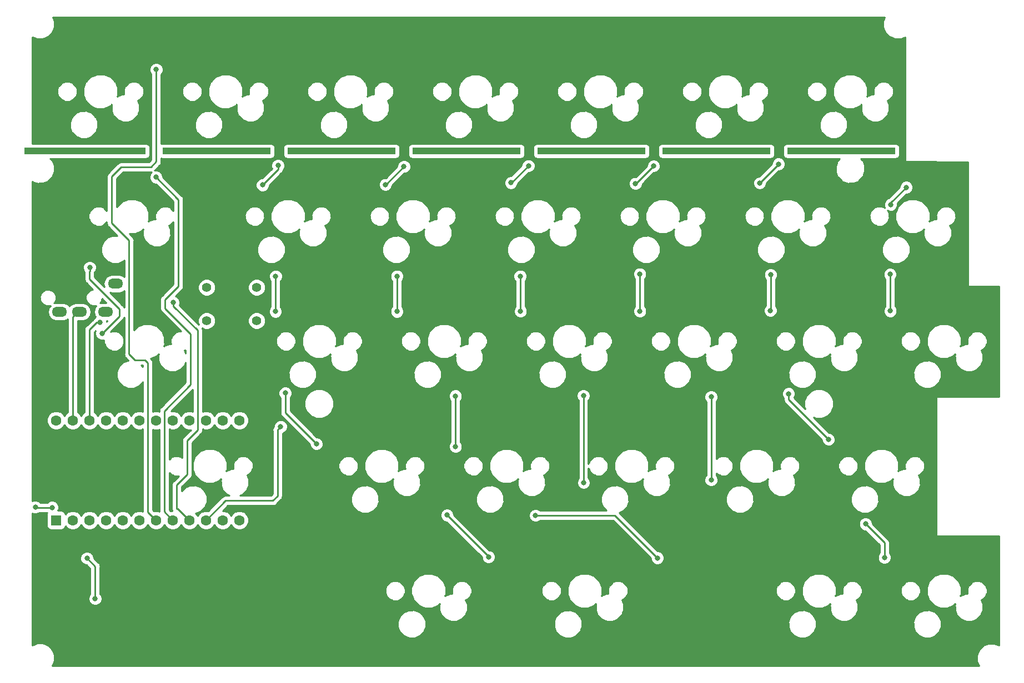
<source format=gtl>
G04 #@! TF.GenerationSoftware,KiCad,Pcbnew,(5.0.0-3-g5ebb6b6)*
G04 #@! TF.CreationDate,2018-10-13T13:09:02+09:00*
G04 #@! TF.ProjectId,pakbd,70616B62642E6B696361645F70636200,1*
G04 #@! TF.SameCoordinates,Original*
G04 #@! TF.FileFunction,Copper,L1,Top,Signal*
G04 #@! TF.FilePolarity,Positive*
%FSLAX46Y46*%
G04 Gerber Fmt 4.6, Leading zero omitted, Abs format (unit mm)*
G04 Created by KiCad (PCBNEW (5.0.0-3-g5ebb6b6)) date *
%MOMM*%
%LPD*%
G01*
G04 APERTURE LIST*
G04 #@! TA.AperFunction,WasherPad*
%ADD10R,16.500000X1.000000*%
G04 #@! TD*
G04 #@! TA.AperFunction,WasherPad*
%ADD11R,18.500000X1.000000*%
G04 #@! TD*
G04 #@! TA.AperFunction,ComponentPad*
%ADD12C,1.397000*%
G04 #@! TD*
G04 #@! TA.AperFunction,ComponentPad*
%ADD13C,1.600000*%
G04 #@! TD*
G04 #@! TA.AperFunction,ComponentPad*
%ADD14R,1.600000X1.600000*%
G04 #@! TD*
G04 #@! TA.AperFunction,ComponentPad*
%ADD15O,2.300000X1.500000*%
G04 #@! TD*
G04 #@! TA.AperFunction,ViaPad*
%ADD16C,0.800000*%
G04 #@! TD*
G04 #@! TA.AperFunction,Conductor*
%ADD17C,0.250000*%
G04 #@! TD*
G04 #@! TA.AperFunction,NonConductor*
%ADD18C,0.254000*%
G04 #@! TD*
G04 APERTURE END LIST*
D10*
G04 #@! TO.P,cr04,*
G04 #@! TO.N,*
X110029999Y-52240001D03*
G04 #@! TD*
G04 #@! TO.P,cr02,*
G04 #@! TO.N,*
X71929999Y-52240001D03*
G04 #@! TD*
D11*
G04 #@! TO.P,cr00,*
G04 #@! TO.N,*
X32824999Y-52240001D03*
G04 #@! TD*
D10*
G04 #@! TO.P,cr01,*
G04 #@! TO.N,*
X52879999Y-52240001D03*
G04 #@! TD*
G04 #@! TO.P,cr03,*
G04 #@! TO.N,*
X90979999Y-52240001D03*
G04 #@! TD*
G04 #@! TO.P,cr05,*
G04 #@! TO.N,*
X129079999Y-52240001D03*
G04 #@! TD*
G04 #@! TO.P,cr06,*
G04 #@! TO.N,*
X148129999Y-52240001D03*
G04 #@! TD*
D12*
G04 #@! TO.P,SW_r0,2*
G04 #@! TO.N,GND*
X51370000Y-73040000D03*
G04 #@! TO.P,SW_r0,1*
G04 #@! TO.N,reset0*
X51370000Y-78120000D03*
G04 #@! TO.P,SW_r0,2*
G04 #@! TO.N,GND*
X58990000Y-73040000D03*
G04 #@! TO.P,SW_r0,1*
G04 #@! TO.N,reset0*
X58990000Y-78120000D03*
G04 #@! TD*
D13*
G04 #@! TO.P,U0,24*
G04 #@! TO.N,VCC*
X28400000Y-93330000D03*
G04 #@! TO.P,U0,23*
G04 #@! TO.N,GND*
X30940000Y-93330000D03*
G04 #@! TO.P,U0,22*
G04 #@! TO.N,reset0*
X33480000Y-93330000D03*
G04 #@! TO.P,U0,21*
G04 #@! TO.N,VCC*
X36020000Y-93330000D03*
G04 #@! TO.P,U0,20*
G04 #@! TO.N,col0*
X38560000Y-93330000D03*
G04 #@! TO.P,U0,19*
G04 #@! TO.N,col1*
X41100000Y-93330000D03*
G04 #@! TO.P,U0,18*
G04 #@! TO.N,col2*
X43640000Y-93330000D03*
G04 #@! TO.P,U0,17*
G04 #@! TO.N,col3*
X46180000Y-93330000D03*
G04 #@! TO.P,U0,16*
G04 #@! TO.N,col4*
X48720000Y-93330000D03*
G04 #@! TO.P,U0,15*
G04 #@! TO.N,col5*
X51260000Y-93330000D03*
G04 #@! TO.P,U0,14*
G04 #@! TO.N,col6*
X53800000Y-93330000D03*
G04 #@! TO.P,U0,13*
G04 #@! TO.N,Net-(U0-Pad13)*
X56340000Y-93330000D03*
G04 #@! TO.P,U0,12*
G04 #@! TO.N,Net-(U0-Pad12)*
X56340000Y-108570000D03*
G04 #@! TO.P,U0,11*
G04 #@! TO.N,row4*
X53800000Y-108570000D03*
G04 #@! TO.P,U0,10*
G04 #@! TO.N,row3*
X51260000Y-108570000D03*
G04 #@! TO.P,U0,9*
G04 #@! TO.N,row2*
X48720000Y-108570000D03*
G04 #@! TO.P,U0,8*
G04 #@! TO.N,row1*
X46180000Y-108570000D03*
G04 #@! TO.P,U0,7*
G04 #@! TO.N,row0*
X43640000Y-108570000D03*
G04 #@! TO.P,U0,6*
G04 #@! TO.N,data0b*
X41100000Y-108570000D03*
G04 #@! TO.P,U0,5*
G04 #@! TO.N,xdata0b*
X38560000Y-108570000D03*
G04 #@! TO.P,U0,4*
G04 #@! TO.N,GND*
X36020000Y-108570000D03*
G04 #@! TO.P,U0,3*
X33480000Y-108570000D03*
G04 #@! TO.P,U0,2*
G04 #@! TO.N,data0a*
X30940000Y-108570000D03*
D14*
G04 #@! TO.P,U0,1*
G04 #@! TO.N,xdata0a*
X28400000Y-108570000D03*
G04 #@! TD*
D15*
G04 #@! TO.P,J0,2*
G04 #@! TO.N,data0*
X28955000Y-76765000D03*
G04 #@! TO.P,J0,3*
G04 #@! TO.N,GND*
X31955000Y-76765000D03*
G04 #@! TO.P,J0,4*
G04 #@! TO.N,VCC*
X35955000Y-76765000D03*
G04 #@! TO.P,J0,1*
G04 #@! TO.N,xdata0*
X37455000Y-72465000D03*
G04 #@! TD*
D16*
G04 #@! TO.N,*
X35130000Y-39510000D03*
X54080000Y-39510000D03*
X73450000Y-39760000D03*
X92310000Y-39590000D03*
X111680000Y-39680000D03*
X130210000Y-39590000D03*
X152470000Y-48940000D03*
X133430000Y-48860000D03*
X114150000Y-49030000D03*
X94950000Y-49200000D03*
X75740000Y-48770000D03*
X56540000Y-48860000D03*
X37590000Y-48940000D03*
X28840000Y-62870000D03*
X28500000Y-84120000D03*
X29860000Y-101020000D03*
X37930000Y-103320000D03*
X42100000Y-68400000D03*
X66310000Y-68310000D03*
X85000000Y-68230000D03*
X104290000Y-68230000D03*
X123660000Y-68140000D03*
X142020000Y-68230000D03*
X161050000Y-67890000D03*
X166660000Y-87260000D03*
X148980000Y-87850000D03*
X130290000Y-87680000D03*
X109810000Y-87510000D03*
X90780000Y-87510000D03*
X73020000Y-88110000D03*
X55050000Y-97740000D03*
X74260000Y-97540000D03*
X93280000Y-97740000D03*
X112180000Y-97870000D03*
X131280000Y-97590000D03*
X157660000Y-95390000D03*
X156770000Y-106870000D03*
X137870000Y-106730000D03*
X120290000Y-107350000D03*
X98170000Y-105420000D03*
X80230000Y-106040000D03*
X65330000Y-106450000D03*
X33930000Y-128300000D03*
X52000000Y-121770000D03*
X67520000Y-118610000D03*
X67520000Y-127340000D03*
X88890000Y-125830000D03*
X82360000Y-116140000D03*
X105100000Y-115930000D03*
X111490000Y-125140000D03*
X125230000Y-122190000D03*
X140350000Y-116000000D03*
X147080000Y-125140000D03*
X165700000Y-125140000D03*
X164940000Y-114220000D03*
X54020000Y-34160000D03*
X73310000Y-33880000D03*
X92740000Y-33880000D03*
X111750000Y-33880000D03*
X149900000Y-35930000D03*
X130760000Y-34020000D03*
G04 #@! TO.N,row0*
X43680000Y-39800000D03*
G04 #@! TO.N,row1*
X43650000Y-56230000D03*
G04 #@! TO.N,row2*
X46270000Y-75330000D03*
G04 #@! TO.N,row3*
X62650000Y-94280000D03*
G04 #@! TO.N,xdata0*
X27790000Y-106620000D03*
X25250000Y-106570000D03*
G04 #@! TO.N,data0*
X33120000Y-114370000D03*
X34370000Y-120540000D03*
G04 #@! TO.N,col0*
X33530000Y-69990000D03*
X35400000Y-80060000D03*
G04 #@! TO.N,col1*
X88010000Y-107790000D03*
X94340000Y-114180000D03*
X62250000Y-54430000D03*
X59880000Y-57420000D03*
X61890000Y-71330000D03*
X61850000Y-76720000D03*
X63350000Y-89170000D03*
X68110000Y-96930000D03*
G04 #@! TO.N,col2*
X101500000Y-107840000D03*
X120090000Y-114320000D03*
X81450000Y-54610000D03*
X78620000Y-57360000D03*
X80370000Y-71330000D03*
X80370000Y-76720000D03*
X89300000Y-89610000D03*
X89300000Y-97330000D03*
G04 #@! TO.N,col3*
X151830000Y-109140000D03*
X154710000Y-114260000D03*
X100420000Y-54490000D03*
X97750000Y-57080000D03*
X99160000Y-71330000D03*
X99210000Y-76680000D03*
X108800000Y-89560000D03*
X108840000Y-102850000D03*
G04 #@! TO.N,col4*
X119510000Y-54510000D03*
X116750000Y-57190000D03*
X117410000Y-71000000D03*
X117410000Y-76650000D03*
X128290000Y-89750000D03*
X128290000Y-102430000D03*
G04 #@! TO.N,col5*
X138550000Y-54220000D03*
X135680000Y-57120000D03*
X137360000Y-71130000D03*
X137320000Y-76560000D03*
X140090000Y-89260000D03*
X146190000Y-96250000D03*
G04 #@! TO.N,col6*
X158030000Y-57770000D03*
X155670000Y-60390000D03*
X155560000Y-71050000D03*
X155600000Y-76630000D03*
G04 #@! TO.N,reset0*
X35060000Y-78400000D03*
G04 #@! TD*
D17*
G04 #@! TO.N,row0*
X42390000Y-107320000D02*
X43640000Y-108570000D01*
X40470000Y-84140000D02*
X41960000Y-84140000D01*
X41960000Y-84140000D02*
X42390000Y-84570000D01*
X39540000Y-83210000D02*
X40470000Y-84140000D01*
X36910000Y-63250000D02*
X39540000Y-65880000D01*
X42390000Y-84570000D02*
X42390000Y-107320000D01*
X39540000Y-65880000D02*
X39540000Y-83210000D01*
X36910000Y-56120000D02*
X36910000Y-63250000D01*
X43680000Y-53860000D02*
X42850000Y-54690000D01*
X38340000Y-54690000D02*
X36910000Y-56120000D01*
X42850000Y-54690000D02*
X38340000Y-54690000D01*
X43680000Y-39800000D02*
X43680000Y-53860000D01*
G04 #@! TO.N,row1*
X44890000Y-91900000D02*
X44890000Y-107280000D01*
X48930000Y-80130000D02*
X48930000Y-87860000D01*
X43650000Y-56230000D02*
X47060000Y-59640000D01*
X45030000Y-76230000D02*
X48930000Y-80130000D01*
X47060000Y-72850000D02*
X45030000Y-74880000D01*
X44890000Y-107280000D02*
X46180000Y-108570000D01*
X48930000Y-87860000D02*
X44890000Y-91900000D01*
X47060000Y-59640000D02*
X47060000Y-72850000D01*
X45030000Y-74880000D02*
X45030000Y-76230000D01*
G04 #@! TO.N,row2*
X49960000Y-79600000D02*
X49960000Y-94840000D01*
X49960000Y-94840000D02*
X48380000Y-96420000D01*
X48380000Y-96420000D02*
X48380000Y-101590000D01*
X46810000Y-103160000D02*
X46810000Y-106800000D01*
X48380000Y-101590000D02*
X46810000Y-103160000D01*
X46950000Y-106800000D02*
X48720000Y-108570000D01*
X46810000Y-106800000D02*
X46950000Y-106800000D01*
X46270000Y-75910000D02*
X49960000Y-79600000D01*
X46270000Y-75330000D02*
X46270000Y-75910000D01*
G04 #@! TO.N,row3*
X54260000Y-105570000D02*
X61460000Y-105570000D01*
X51260000Y-108570000D02*
X54260000Y-105570000D01*
X61460000Y-105570000D02*
X62150000Y-104880000D01*
X62150000Y-94780000D02*
X62650000Y-94280000D01*
X62150000Y-104880000D02*
X62150000Y-94780000D01*
G04 #@! TO.N,xdata0*
X25300000Y-106620000D02*
X25250000Y-106570000D01*
X27790000Y-106620000D02*
X25300000Y-106620000D01*
G04 #@! TO.N,GND*
X31955000Y-76765000D02*
X31695000Y-76765000D01*
X30940000Y-77520000D02*
X30940000Y-93330000D01*
X31695000Y-76765000D02*
X30940000Y-77520000D01*
G04 #@! TO.N,data0*
X34370000Y-115620000D02*
X34370000Y-120540000D01*
X33120000Y-114370000D02*
X34370000Y-115620000D01*
G04 #@! TO.N,col0*
X33530000Y-70555685D02*
X33510000Y-70575685D01*
X33530000Y-69990000D02*
X33530000Y-70555685D01*
X33510000Y-70575685D02*
X33510000Y-71780000D01*
X33510000Y-71780000D02*
X38040000Y-76310000D01*
X38040000Y-77420000D02*
X35400000Y-80060000D01*
X38040000Y-76310000D02*
X38040000Y-77420000D01*
G04 #@! TO.N,col1*
X94340000Y-114120000D02*
X94340000Y-114180000D01*
X88010000Y-107790000D02*
X94340000Y-114120000D01*
X62250000Y-55050000D02*
X59880000Y-57420000D01*
X62250000Y-54430000D02*
X62250000Y-55050000D01*
X61890000Y-76680000D02*
X61850000Y-76720000D01*
X61890000Y-71330000D02*
X61890000Y-76680000D01*
X63350000Y-92170000D02*
X68110000Y-96930000D01*
X63350000Y-89170000D02*
X63350000Y-92170000D01*
G04 #@! TO.N,col2*
X113610000Y-107840000D02*
X120090000Y-114320000D01*
X101500000Y-107840000D02*
X113610000Y-107840000D01*
X78700000Y-57360000D02*
X78620000Y-57360000D01*
X81450000Y-54610000D02*
X78700000Y-57360000D01*
X80370000Y-71330000D02*
X80370000Y-76720000D01*
X89300000Y-89610000D02*
X89300000Y-97330000D01*
G04 #@! TO.N,col3*
X154710000Y-112020000D02*
X154710000Y-114260000D01*
X151830000Y-109140000D02*
X154710000Y-112020000D01*
X97830000Y-57080000D02*
X97750000Y-57080000D01*
X100420000Y-54490000D02*
X97830000Y-57080000D01*
X99160000Y-76630000D02*
X99210000Y-76680000D01*
X99160000Y-71330000D02*
X99160000Y-76630000D01*
X108800000Y-102810000D02*
X108840000Y-102850000D01*
X108800000Y-89560000D02*
X108800000Y-102810000D01*
G04 #@! TO.N,col4*
X116830000Y-57190000D02*
X116750000Y-57190000D01*
X119510000Y-54510000D02*
X116830000Y-57190000D01*
X117410000Y-71000000D02*
X117410000Y-76650000D01*
X128290000Y-89750000D02*
X128290000Y-102430000D01*
G04 #@! TO.N,col5*
X135680000Y-57090000D02*
X135680000Y-57120000D01*
X138550000Y-54220000D02*
X135680000Y-57090000D01*
X137360000Y-76520000D02*
X137320000Y-76560000D01*
X137360000Y-71130000D02*
X137360000Y-76520000D01*
X140090000Y-90150000D02*
X146190000Y-96250000D01*
X140090000Y-89260000D02*
X140090000Y-90150000D01*
G04 #@! TO.N,col6*
X155670000Y-60130000D02*
X155670000Y-60390000D01*
X158030000Y-57770000D02*
X155670000Y-60130000D01*
X155560000Y-76590000D02*
X155600000Y-76630000D01*
X155560000Y-71050000D02*
X155560000Y-76590000D01*
G04 #@! TO.N,reset0*
X33480000Y-79510000D02*
X33480000Y-93330000D01*
X33480000Y-79510000D02*
X33520000Y-79510000D01*
X34630000Y-78400000D02*
X35060000Y-78400000D01*
X33520000Y-79510000D02*
X34630000Y-78400000D01*
G04 #@! TD*
D18*
G36*
X154668086Y-32051708D02*
X154505000Y-32445431D01*
X154505000Y-32464560D01*
X154497974Y-32482346D01*
X154505000Y-32908390D01*
X154505000Y-33334569D01*
X154512320Y-33352240D01*
X154512635Y-33371363D01*
X154824640Y-34124610D01*
X154834347Y-34129682D01*
X154845259Y-34156026D01*
X155473974Y-34784741D01*
X155500318Y-34795653D01*
X155505390Y-34805360D01*
X155901708Y-34961914D01*
X156295431Y-35125000D01*
X156314560Y-35125000D01*
X156332346Y-35132026D01*
X156758390Y-35125000D01*
X157184569Y-35125000D01*
X157202240Y-35117680D01*
X157221363Y-35117365D01*
X157868671Y-34849242D01*
X157843000Y-53699827D01*
X157852601Y-53748441D01*
X157880075Y-53789680D01*
X157921239Y-53817266D01*
X157969336Y-53826998D01*
X167412934Y-53876338D01*
X167403000Y-72759933D01*
X167412642Y-72808539D01*
X167440150Y-72849755D01*
X167481337Y-72877307D01*
X167529466Y-72886999D01*
X172163074Y-72906468D01*
X172172926Y-89713000D01*
X162770000Y-89713000D01*
X162721399Y-89722667D01*
X162680197Y-89750197D01*
X162652667Y-89791399D01*
X162643000Y-89840000D01*
X162643000Y-110870000D01*
X162652667Y-110918601D01*
X162680197Y-110959803D01*
X162721399Y-110987333D01*
X162769733Y-110997000D01*
X172172937Y-111016734D01*
X172164638Y-127647248D01*
X171888292Y-127538086D01*
X171494569Y-127375000D01*
X171475440Y-127375000D01*
X171457654Y-127367974D01*
X171031610Y-127375000D01*
X170605431Y-127375000D01*
X170587760Y-127382320D01*
X170568637Y-127382635D01*
X169815390Y-127694640D01*
X169810318Y-127704347D01*
X169783974Y-127715259D01*
X169155259Y-128343974D01*
X169144347Y-128370318D01*
X169134640Y-128375390D01*
X168978086Y-128771708D01*
X168815000Y-129165431D01*
X168815000Y-129184560D01*
X168807974Y-129202346D01*
X168815000Y-129628390D01*
X168815000Y-130054569D01*
X168822320Y-130072240D01*
X168822635Y-130091363D01*
X169117315Y-130802785D01*
X27847760Y-130793220D01*
X27991914Y-130428292D01*
X28155000Y-130034569D01*
X28155000Y-130015440D01*
X28162026Y-129997654D01*
X28155000Y-129571610D01*
X28155000Y-129145431D01*
X28147680Y-129127760D01*
X28147365Y-129108637D01*
X27835360Y-128355390D01*
X27825653Y-128350318D01*
X27814741Y-128323974D01*
X27186026Y-127695259D01*
X27159682Y-127684347D01*
X27154610Y-127674640D01*
X26758292Y-127518086D01*
X26364569Y-127355000D01*
X26345440Y-127355000D01*
X26327654Y-127347974D01*
X25901610Y-127355000D01*
X25475431Y-127355000D01*
X25457760Y-127362320D01*
X25438637Y-127362635D01*
X24738646Y-127652581D01*
X24740467Y-124036187D01*
X80503027Y-124036187D01*
X80510750Y-124440376D01*
X80510750Y-124844678D01*
X80518849Y-124864230D01*
X80519253Y-124885387D01*
X80813011Y-125594582D01*
X80823561Y-125599870D01*
X80835784Y-125629380D01*
X81436370Y-126229966D01*
X81465880Y-126242189D01*
X81471168Y-126252739D01*
X81847538Y-126400277D01*
X82221072Y-126555000D01*
X82242236Y-126555000D01*
X82261937Y-126562723D01*
X82666126Y-126555000D01*
X83070428Y-126555000D01*
X83089980Y-126546901D01*
X83111137Y-126546497D01*
X83820332Y-126252739D01*
X83825620Y-126242189D01*
X83855130Y-126229966D01*
X84455716Y-125629380D01*
X84467939Y-125599870D01*
X84478489Y-125594582D01*
X84626027Y-125218212D01*
X84780750Y-124844678D01*
X84780750Y-124823514D01*
X84788473Y-124803813D01*
X84780750Y-124399624D01*
X84780750Y-124036187D01*
X104315527Y-124036187D01*
X104323250Y-124440376D01*
X104323250Y-124844678D01*
X104331349Y-124864230D01*
X104331753Y-124885387D01*
X104625511Y-125594582D01*
X104636061Y-125599870D01*
X104648284Y-125629380D01*
X105248870Y-126229966D01*
X105278380Y-126242189D01*
X105283668Y-126252739D01*
X105660038Y-126400277D01*
X106033572Y-126555000D01*
X106054736Y-126555000D01*
X106074437Y-126562723D01*
X106478626Y-126555000D01*
X106882928Y-126555000D01*
X106902480Y-126546901D01*
X106923637Y-126546497D01*
X107632832Y-126252739D01*
X107638120Y-126242189D01*
X107667630Y-126229966D01*
X108268216Y-125629380D01*
X108280439Y-125599870D01*
X108290989Y-125594582D01*
X108438527Y-125218212D01*
X108593250Y-124844678D01*
X108593250Y-124823514D01*
X108600973Y-124803813D01*
X108593250Y-124399624D01*
X108593250Y-124036187D01*
X140034277Y-124036187D01*
X140042000Y-124440376D01*
X140042000Y-124844678D01*
X140050099Y-124864230D01*
X140050503Y-124885387D01*
X140344261Y-125594582D01*
X140354811Y-125599870D01*
X140367034Y-125629380D01*
X140967620Y-126229966D01*
X140997130Y-126242189D01*
X141002418Y-126252739D01*
X141378788Y-126400277D01*
X141752322Y-126555000D01*
X141773486Y-126555000D01*
X141793187Y-126562723D01*
X142197376Y-126555000D01*
X142601678Y-126555000D01*
X142621230Y-126546901D01*
X142642387Y-126546497D01*
X143351582Y-126252739D01*
X143356870Y-126242189D01*
X143386380Y-126229966D01*
X143986966Y-125629380D01*
X143999189Y-125599870D01*
X144009739Y-125594582D01*
X144157277Y-125218212D01*
X144312000Y-124844678D01*
X144312000Y-124823514D01*
X144319723Y-124803813D01*
X144312000Y-124399624D01*
X144312000Y-124036187D01*
X159084277Y-124036187D01*
X159092000Y-124440376D01*
X159092000Y-124844678D01*
X159100099Y-124864230D01*
X159100503Y-124885387D01*
X159394261Y-125594582D01*
X159404811Y-125599870D01*
X159417034Y-125629380D01*
X160017620Y-126229966D01*
X160047130Y-126242189D01*
X160052418Y-126252739D01*
X160428788Y-126400277D01*
X160802322Y-126555000D01*
X160823486Y-126555000D01*
X160843187Y-126562723D01*
X161247376Y-126555000D01*
X161651678Y-126555000D01*
X161671230Y-126546901D01*
X161692387Y-126546497D01*
X162401582Y-126252739D01*
X162406870Y-126242189D01*
X162436380Y-126229966D01*
X163036966Y-125629380D01*
X163049189Y-125599870D01*
X163059739Y-125594582D01*
X163207277Y-125218212D01*
X163362000Y-124844678D01*
X163362000Y-124823514D01*
X163369723Y-124803813D01*
X163362000Y-124399624D01*
X163362000Y-123995322D01*
X163353901Y-123975770D01*
X163353497Y-123954613D01*
X163059739Y-123245418D01*
X163049189Y-123240130D01*
X163036966Y-123210620D01*
X162436380Y-122610034D01*
X162406870Y-122597811D01*
X162401582Y-122587261D01*
X162025212Y-122439723D01*
X161651678Y-122285000D01*
X161630514Y-122285000D01*
X161610813Y-122277277D01*
X161206624Y-122285000D01*
X160802322Y-122285000D01*
X160782770Y-122293099D01*
X160761613Y-122293503D01*
X160052418Y-122587261D01*
X160047130Y-122597811D01*
X160017620Y-122610034D01*
X159417034Y-123210620D01*
X159404811Y-123240130D01*
X159394261Y-123245418D01*
X159246723Y-123621788D01*
X159092000Y-123995322D01*
X159092000Y-124016486D01*
X159084277Y-124036187D01*
X144312000Y-124036187D01*
X144312000Y-123995322D01*
X144303901Y-123975770D01*
X144303497Y-123954613D01*
X144009739Y-123245418D01*
X143999189Y-123240130D01*
X143986966Y-123210620D01*
X143386380Y-122610034D01*
X143356870Y-122597811D01*
X143351582Y-122587261D01*
X142975212Y-122439723D01*
X142601678Y-122285000D01*
X142580514Y-122285000D01*
X142560813Y-122277277D01*
X142156624Y-122285000D01*
X141752322Y-122285000D01*
X141732770Y-122293099D01*
X141711613Y-122293503D01*
X141002418Y-122587261D01*
X140997130Y-122597811D01*
X140967620Y-122610034D01*
X140367034Y-123210620D01*
X140354811Y-123240130D01*
X140344261Y-123245418D01*
X140196723Y-123621788D01*
X140042000Y-123995322D01*
X140042000Y-124016486D01*
X140034277Y-124036187D01*
X108593250Y-124036187D01*
X108593250Y-123995322D01*
X108585151Y-123975770D01*
X108584747Y-123954613D01*
X108290989Y-123245418D01*
X108280439Y-123240130D01*
X108268216Y-123210620D01*
X107667630Y-122610034D01*
X107638120Y-122597811D01*
X107632832Y-122587261D01*
X107256462Y-122439723D01*
X106882928Y-122285000D01*
X106861764Y-122285000D01*
X106842063Y-122277277D01*
X106437874Y-122285000D01*
X106033572Y-122285000D01*
X106014020Y-122293099D01*
X105992863Y-122293503D01*
X105283668Y-122587261D01*
X105278380Y-122597811D01*
X105248870Y-122610034D01*
X104648284Y-123210620D01*
X104636061Y-123240130D01*
X104625511Y-123245418D01*
X104477973Y-123621788D01*
X104323250Y-123995322D01*
X104323250Y-124016486D01*
X104315527Y-124036187D01*
X84780750Y-124036187D01*
X84780750Y-123995322D01*
X84772651Y-123975770D01*
X84772247Y-123954613D01*
X84478489Y-123245418D01*
X84467939Y-123240130D01*
X84455716Y-123210620D01*
X83855130Y-122610034D01*
X83825620Y-122597811D01*
X83820332Y-122587261D01*
X83443962Y-122439723D01*
X83070428Y-122285000D01*
X83049264Y-122285000D01*
X83029563Y-122277277D01*
X82625374Y-122285000D01*
X82221072Y-122285000D01*
X82201520Y-122293099D01*
X82180363Y-122293503D01*
X81471168Y-122587261D01*
X81465880Y-122597811D01*
X81436370Y-122610034D01*
X80835784Y-123210620D01*
X80823561Y-123240130D01*
X80813011Y-123245418D01*
X80665473Y-123621788D01*
X80510750Y-123995322D01*
X80510750Y-124016486D01*
X80503027Y-124036187D01*
X24740467Y-124036187D01*
X24745441Y-114164126D01*
X32085000Y-114164126D01*
X32085000Y-114575874D01*
X32242569Y-114956280D01*
X32533720Y-115247431D01*
X32914126Y-115405000D01*
X33080199Y-115405000D01*
X33610000Y-115934802D01*
X33610001Y-119836288D01*
X33492569Y-119953720D01*
X33335000Y-120334126D01*
X33335000Y-120745874D01*
X33492569Y-121126280D01*
X33783720Y-121417431D01*
X34164126Y-121575000D01*
X34575874Y-121575000D01*
X34956280Y-121417431D01*
X35247431Y-121126280D01*
X35405000Y-120745874D01*
X35405000Y-120334126D01*
X35247431Y-119953720D01*
X35130000Y-119836289D01*
X35130000Y-119104113D01*
X78579186Y-119104113D01*
X78590750Y-119372632D01*
X78590750Y-119641352D01*
X78603666Y-119672533D01*
X78605118Y-119706260D01*
X78785659Y-120142121D01*
X78800157Y-120146905D01*
X78821395Y-120198179D01*
X79247571Y-120624355D01*
X79298845Y-120645593D01*
X79303629Y-120660091D01*
X79556119Y-120752160D01*
X79804398Y-120855000D01*
X79838150Y-120855000D01*
X79869863Y-120866564D01*
X80138382Y-120855000D01*
X80407102Y-120855000D01*
X80438283Y-120842084D01*
X80472010Y-120840632D01*
X80907871Y-120660091D01*
X80912655Y-120645593D01*
X80963929Y-120624355D01*
X81390105Y-120198179D01*
X81411343Y-120146905D01*
X81425841Y-120142121D01*
X81517910Y-119889631D01*
X81620750Y-119641352D01*
X81620750Y-119607600D01*
X81632314Y-119575887D01*
X81620750Y-119307368D01*
X81620750Y-119038648D01*
X81607834Y-119007467D01*
X81606382Y-118973740D01*
X81549747Y-118837012D01*
X82546631Y-118837012D01*
X82550750Y-119350655D01*
X82550750Y-119864134D01*
X82554949Y-119874271D01*
X82555037Y-119885247D01*
X82940007Y-120814647D01*
X82945925Y-120818171D01*
X82951905Y-120832608D01*
X83693142Y-121573845D01*
X83707579Y-121579825D01*
X83711103Y-121585743D01*
X84187233Y-121778504D01*
X84661616Y-121975000D01*
X84672588Y-121975000D01*
X84682762Y-121979119D01*
X85196405Y-121975000D01*
X85709884Y-121975000D01*
X85720021Y-121970801D01*
X85730997Y-121970713D01*
X86660397Y-121585743D01*
X86663921Y-121579825D01*
X86678358Y-121573845D01*
X86905912Y-121346291D01*
X86860750Y-121455322D01*
X86860750Y-121476486D01*
X86853027Y-121496187D01*
X86860750Y-121900376D01*
X86860750Y-122304678D01*
X86868849Y-122324230D01*
X86869253Y-122345387D01*
X87163011Y-123054582D01*
X87173561Y-123059870D01*
X87185784Y-123089380D01*
X87786370Y-123689966D01*
X87815880Y-123702189D01*
X87821168Y-123712739D01*
X88197538Y-123860277D01*
X88571072Y-124015000D01*
X88592236Y-124015000D01*
X88611937Y-124022723D01*
X89016126Y-124015000D01*
X89420428Y-124015000D01*
X89439980Y-124006901D01*
X89461137Y-124006497D01*
X90170332Y-123712739D01*
X90175620Y-123702189D01*
X90205130Y-123689966D01*
X90805716Y-123089380D01*
X90817939Y-123059870D01*
X90828489Y-123054582D01*
X90976027Y-122678212D01*
X91130750Y-122304678D01*
X91130750Y-122283514D01*
X91138473Y-122263813D01*
X91130750Y-121859624D01*
X91130750Y-121455322D01*
X91122651Y-121435770D01*
X91122247Y-121414613D01*
X90847520Y-120751364D01*
X91067871Y-120660091D01*
X91072655Y-120645593D01*
X91123929Y-120624355D01*
X91550105Y-120198179D01*
X91571343Y-120146905D01*
X91585841Y-120142121D01*
X91677910Y-119889631D01*
X91780750Y-119641352D01*
X91780750Y-119607600D01*
X91792314Y-119575887D01*
X91780750Y-119307368D01*
X91780750Y-119104113D01*
X102391686Y-119104113D01*
X102403250Y-119372632D01*
X102403250Y-119641352D01*
X102416166Y-119672533D01*
X102417618Y-119706260D01*
X102598159Y-120142121D01*
X102612657Y-120146905D01*
X102633895Y-120198179D01*
X103060071Y-120624355D01*
X103111345Y-120645593D01*
X103116129Y-120660091D01*
X103368619Y-120752160D01*
X103616898Y-120855000D01*
X103650650Y-120855000D01*
X103682363Y-120866564D01*
X103950882Y-120855000D01*
X104219602Y-120855000D01*
X104250783Y-120842084D01*
X104284510Y-120840632D01*
X104720371Y-120660091D01*
X104725155Y-120645593D01*
X104776429Y-120624355D01*
X105202605Y-120198179D01*
X105223843Y-120146905D01*
X105238341Y-120142121D01*
X105330410Y-119889631D01*
X105433250Y-119641352D01*
X105433250Y-119607600D01*
X105444814Y-119575887D01*
X105433250Y-119307368D01*
X105433250Y-119038648D01*
X105420334Y-119007467D01*
X105418882Y-118973740D01*
X105362247Y-118837012D01*
X106359131Y-118837012D01*
X106363250Y-119350655D01*
X106363250Y-119864134D01*
X106367449Y-119874271D01*
X106367537Y-119885247D01*
X106752507Y-120814647D01*
X106758425Y-120818171D01*
X106764405Y-120832608D01*
X107505642Y-121573845D01*
X107520079Y-121579825D01*
X107523603Y-121585743D01*
X107999733Y-121778504D01*
X108474116Y-121975000D01*
X108485088Y-121975000D01*
X108495262Y-121979119D01*
X109008905Y-121975000D01*
X109522384Y-121975000D01*
X109532521Y-121970801D01*
X109543497Y-121970713D01*
X110472897Y-121585743D01*
X110476421Y-121579825D01*
X110490858Y-121573845D01*
X110718412Y-121346291D01*
X110673250Y-121455322D01*
X110673250Y-121476486D01*
X110665527Y-121496187D01*
X110673250Y-121900376D01*
X110673250Y-122304678D01*
X110681349Y-122324230D01*
X110681753Y-122345387D01*
X110975511Y-123054582D01*
X110986061Y-123059870D01*
X110998284Y-123089380D01*
X111598870Y-123689966D01*
X111628380Y-123702189D01*
X111633668Y-123712739D01*
X112010038Y-123860277D01*
X112383572Y-124015000D01*
X112404736Y-124015000D01*
X112424437Y-124022723D01*
X112828626Y-124015000D01*
X113232928Y-124015000D01*
X113252480Y-124006901D01*
X113273637Y-124006497D01*
X113982832Y-123712739D01*
X113988120Y-123702189D01*
X114017630Y-123689966D01*
X114618216Y-123089380D01*
X114630439Y-123059870D01*
X114640989Y-123054582D01*
X114788527Y-122678212D01*
X114943250Y-122304678D01*
X114943250Y-122283514D01*
X114950973Y-122263813D01*
X114943250Y-121859624D01*
X114943250Y-121455322D01*
X114935151Y-121435770D01*
X114934747Y-121414613D01*
X114660020Y-120751364D01*
X114880371Y-120660091D01*
X114885155Y-120645593D01*
X114936429Y-120624355D01*
X115362605Y-120198179D01*
X115383843Y-120146905D01*
X115398341Y-120142121D01*
X115490410Y-119889631D01*
X115593250Y-119641352D01*
X115593250Y-119607600D01*
X115604814Y-119575887D01*
X115593250Y-119307368D01*
X115593250Y-119104113D01*
X138110436Y-119104113D01*
X138122000Y-119372632D01*
X138122000Y-119641352D01*
X138134916Y-119672533D01*
X138136368Y-119706260D01*
X138316909Y-120142121D01*
X138331407Y-120146905D01*
X138352645Y-120198179D01*
X138778821Y-120624355D01*
X138830095Y-120645593D01*
X138834879Y-120660091D01*
X139087369Y-120752160D01*
X139335648Y-120855000D01*
X139369400Y-120855000D01*
X139401113Y-120866564D01*
X139669632Y-120855000D01*
X139938352Y-120855000D01*
X139969533Y-120842084D01*
X140003260Y-120840632D01*
X140439121Y-120660091D01*
X140443905Y-120645593D01*
X140495179Y-120624355D01*
X140921355Y-120198179D01*
X140942593Y-120146905D01*
X140957091Y-120142121D01*
X141049160Y-119889631D01*
X141152000Y-119641352D01*
X141152000Y-119607600D01*
X141163564Y-119575887D01*
X141152000Y-119307368D01*
X141152000Y-119038648D01*
X141139084Y-119007467D01*
X141137632Y-118973740D01*
X141080997Y-118837012D01*
X142077881Y-118837012D01*
X142082000Y-119350655D01*
X142082000Y-119864134D01*
X142086199Y-119874271D01*
X142086287Y-119885247D01*
X142471257Y-120814647D01*
X142477175Y-120818171D01*
X142483155Y-120832608D01*
X143224392Y-121573845D01*
X143238829Y-121579825D01*
X143242353Y-121585743D01*
X143718483Y-121778504D01*
X144192866Y-121975000D01*
X144203838Y-121975000D01*
X144214012Y-121979119D01*
X144727655Y-121975000D01*
X145241134Y-121975000D01*
X145251271Y-121970801D01*
X145262247Y-121970713D01*
X146191647Y-121585743D01*
X146195171Y-121579825D01*
X146209608Y-121573845D01*
X146437162Y-121346291D01*
X146392000Y-121455322D01*
X146392000Y-121476486D01*
X146384277Y-121496187D01*
X146392000Y-121900376D01*
X146392000Y-122304678D01*
X146400099Y-122324230D01*
X146400503Y-122345387D01*
X146694261Y-123054582D01*
X146704811Y-123059870D01*
X146717034Y-123089380D01*
X147317620Y-123689966D01*
X147347130Y-123702189D01*
X147352418Y-123712739D01*
X147728788Y-123860277D01*
X148102322Y-124015000D01*
X148123486Y-124015000D01*
X148143187Y-124022723D01*
X148547376Y-124015000D01*
X148951678Y-124015000D01*
X148971230Y-124006901D01*
X148992387Y-124006497D01*
X149701582Y-123712739D01*
X149706870Y-123702189D01*
X149736380Y-123689966D01*
X150336966Y-123089380D01*
X150349189Y-123059870D01*
X150359739Y-123054582D01*
X150507277Y-122678212D01*
X150662000Y-122304678D01*
X150662000Y-122283514D01*
X150669723Y-122263813D01*
X150662000Y-121859624D01*
X150662000Y-121455322D01*
X150653901Y-121435770D01*
X150653497Y-121414613D01*
X150378770Y-120751364D01*
X150599121Y-120660091D01*
X150603905Y-120645593D01*
X150655179Y-120624355D01*
X151081355Y-120198179D01*
X151102593Y-120146905D01*
X151117091Y-120142121D01*
X151209160Y-119889631D01*
X151312000Y-119641352D01*
X151312000Y-119607600D01*
X151323564Y-119575887D01*
X151312000Y-119307368D01*
X151312000Y-119104113D01*
X157160436Y-119104113D01*
X157172000Y-119372632D01*
X157172000Y-119641352D01*
X157184916Y-119672533D01*
X157186368Y-119706260D01*
X157366909Y-120142121D01*
X157381407Y-120146905D01*
X157402645Y-120198179D01*
X157828821Y-120624355D01*
X157880095Y-120645593D01*
X157884879Y-120660091D01*
X158137369Y-120752160D01*
X158385648Y-120855000D01*
X158419400Y-120855000D01*
X158451113Y-120866564D01*
X158719632Y-120855000D01*
X158988352Y-120855000D01*
X159019533Y-120842084D01*
X159053260Y-120840632D01*
X159489121Y-120660091D01*
X159493905Y-120645593D01*
X159545179Y-120624355D01*
X159971355Y-120198179D01*
X159992593Y-120146905D01*
X160007091Y-120142121D01*
X160099160Y-119889631D01*
X160202000Y-119641352D01*
X160202000Y-119607600D01*
X160213564Y-119575887D01*
X160202000Y-119307368D01*
X160202000Y-119038648D01*
X160189084Y-119007467D01*
X160187632Y-118973740D01*
X160130997Y-118837012D01*
X161127881Y-118837012D01*
X161132000Y-119350655D01*
X161132000Y-119864134D01*
X161136199Y-119874271D01*
X161136287Y-119885247D01*
X161521257Y-120814647D01*
X161527175Y-120818171D01*
X161533155Y-120832608D01*
X162274392Y-121573845D01*
X162288829Y-121579825D01*
X162292353Y-121585743D01*
X162768483Y-121778504D01*
X163242866Y-121975000D01*
X163253838Y-121975000D01*
X163264012Y-121979119D01*
X163777655Y-121975000D01*
X164291134Y-121975000D01*
X164301271Y-121970801D01*
X164312247Y-121970713D01*
X165241647Y-121585743D01*
X165245171Y-121579825D01*
X165259608Y-121573845D01*
X165487162Y-121346291D01*
X165442000Y-121455322D01*
X165442000Y-121476486D01*
X165434277Y-121496187D01*
X165442000Y-121900376D01*
X165442000Y-122304678D01*
X165450099Y-122324230D01*
X165450503Y-122345387D01*
X165744261Y-123054582D01*
X165754811Y-123059870D01*
X165767034Y-123089380D01*
X166367620Y-123689966D01*
X166397130Y-123702189D01*
X166402418Y-123712739D01*
X166778788Y-123860277D01*
X167152322Y-124015000D01*
X167173486Y-124015000D01*
X167193187Y-124022723D01*
X167597376Y-124015000D01*
X168001678Y-124015000D01*
X168021230Y-124006901D01*
X168042387Y-124006497D01*
X168751582Y-123712739D01*
X168756870Y-123702189D01*
X168786380Y-123689966D01*
X169386966Y-123089380D01*
X169399189Y-123059870D01*
X169409739Y-123054582D01*
X169557277Y-122678212D01*
X169712000Y-122304678D01*
X169712000Y-122283514D01*
X169719723Y-122263813D01*
X169712000Y-121859624D01*
X169712000Y-121455322D01*
X169703901Y-121435770D01*
X169703497Y-121414613D01*
X169428770Y-120751364D01*
X169649121Y-120660091D01*
X169653905Y-120645593D01*
X169705179Y-120624355D01*
X170131355Y-120198179D01*
X170152593Y-120146905D01*
X170167091Y-120142121D01*
X170259160Y-119889631D01*
X170362000Y-119641352D01*
X170362000Y-119607600D01*
X170373564Y-119575887D01*
X170362000Y-119307368D01*
X170362000Y-119038648D01*
X170349084Y-119007467D01*
X170347632Y-118973740D01*
X170167091Y-118537879D01*
X170152593Y-118533095D01*
X170131355Y-118481821D01*
X169705179Y-118055645D01*
X169653905Y-118034407D01*
X169649121Y-118019909D01*
X169396631Y-117927840D01*
X169148352Y-117825000D01*
X169114600Y-117825000D01*
X169082887Y-117813436D01*
X168814368Y-117825000D01*
X168545648Y-117825000D01*
X168514467Y-117837916D01*
X168480740Y-117839368D01*
X168044879Y-118019909D01*
X168040095Y-118034407D01*
X167988821Y-118055645D01*
X167562645Y-118481821D01*
X167541407Y-118533095D01*
X167526909Y-118537879D01*
X167434840Y-118790369D01*
X167332000Y-119038648D01*
X167332000Y-119072400D01*
X167320436Y-119104113D01*
X167332000Y-119372632D01*
X167332000Y-119641352D01*
X167344916Y-119672533D01*
X167346368Y-119706260D01*
X167362415Y-119745000D01*
X167152322Y-119745000D01*
X167132770Y-119753099D01*
X167111613Y-119753503D01*
X166402418Y-120047261D01*
X166397130Y-120057811D01*
X166367620Y-120070034D01*
X166280717Y-120156937D01*
X166402000Y-119864134D01*
X166402000Y-119853162D01*
X166406119Y-119842988D01*
X166402000Y-119329345D01*
X166402000Y-118815866D01*
X166397801Y-118805729D01*
X166397713Y-118794753D01*
X166012743Y-117865353D01*
X166006825Y-117861829D01*
X166000845Y-117847392D01*
X165259608Y-117106155D01*
X165245171Y-117100175D01*
X165241647Y-117094257D01*
X164765517Y-116901496D01*
X164291134Y-116705000D01*
X164280162Y-116705000D01*
X164269988Y-116700881D01*
X163756345Y-116705000D01*
X163242866Y-116705000D01*
X163232729Y-116709199D01*
X163221753Y-116709287D01*
X162292353Y-117094257D01*
X162288829Y-117100175D01*
X162274392Y-117106155D01*
X161533155Y-117847392D01*
X161527175Y-117861829D01*
X161521257Y-117865353D01*
X161328496Y-118341483D01*
X161132000Y-118815866D01*
X161132000Y-118826838D01*
X161127881Y-118837012D01*
X160130997Y-118837012D01*
X160007091Y-118537879D01*
X159992593Y-118533095D01*
X159971355Y-118481821D01*
X159545179Y-118055645D01*
X159493905Y-118034407D01*
X159489121Y-118019909D01*
X159236631Y-117927840D01*
X158988352Y-117825000D01*
X158954600Y-117825000D01*
X158922887Y-117813436D01*
X158654368Y-117825000D01*
X158385648Y-117825000D01*
X158354467Y-117837916D01*
X158320740Y-117839368D01*
X157884879Y-118019909D01*
X157880095Y-118034407D01*
X157828821Y-118055645D01*
X157402645Y-118481821D01*
X157381407Y-118533095D01*
X157366909Y-118537879D01*
X157274840Y-118790369D01*
X157172000Y-119038648D01*
X157172000Y-119072400D01*
X157160436Y-119104113D01*
X151312000Y-119104113D01*
X151312000Y-119038648D01*
X151299084Y-119007467D01*
X151297632Y-118973740D01*
X151117091Y-118537879D01*
X151102593Y-118533095D01*
X151081355Y-118481821D01*
X150655179Y-118055645D01*
X150603905Y-118034407D01*
X150599121Y-118019909D01*
X150346631Y-117927840D01*
X150098352Y-117825000D01*
X150064600Y-117825000D01*
X150032887Y-117813436D01*
X149764368Y-117825000D01*
X149495648Y-117825000D01*
X149464467Y-117837916D01*
X149430740Y-117839368D01*
X148994879Y-118019909D01*
X148990095Y-118034407D01*
X148938821Y-118055645D01*
X148512645Y-118481821D01*
X148491407Y-118533095D01*
X148476909Y-118537879D01*
X148384840Y-118790369D01*
X148282000Y-119038648D01*
X148282000Y-119072400D01*
X148270436Y-119104113D01*
X148282000Y-119372632D01*
X148282000Y-119641352D01*
X148294916Y-119672533D01*
X148296368Y-119706260D01*
X148312415Y-119745000D01*
X148102322Y-119745000D01*
X148082770Y-119753099D01*
X148061613Y-119753503D01*
X147352418Y-120047261D01*
X147347130Y-120057811D01*
X147317620Y-120070034D01*
X147230717Y-120156937D01*
X147352000Y-119864134D01*
X147352000Y-119853162D01*
X147356119Y-119842988D01*
X147352000Y-119329345D01*
X147352000Y-118815866D01*
X147347801Y-118805729D01*
X147347713Y-118794753D01*
X146962743Y-117865353D01*
X146956825Y-117861829D01*
X146950845Y-117847392D01*
X146209608Y-117106155D01*
X146195171Y-117100175D01*
X146191647Y-117094257D01*
X145715517Y-116901496D01*
X145241134Y-116705000D01*
X145230162Y-116705000D01*
X145219988Y-116700881D01*
X144706345Y-116705000D01*
X144192866Y-116705000D01*
X144182729Y-116709199D01*
X144171753Y-116709287D01*
X143242353Y-117094257D01*
X143238829Y-117100175D01*
X143224392Y-117106155D01*
X142483155Y-117847392D01*
X142477175Y-117861829D01*
X142471257Y-117865353D01*
X142278496Y-118341483D01*
X142082000Y-118815866D01*
X142082000Y-118826838D01*
X142077881Y-118837012D01*
X141080997Y-118837012D01*
X140957091Y-118537879D01*
X140942593Y-118533095D01*
X140921355Y-118481821D01*
X140495179Y-118055645D01*
X140443905Y-118034407D01*
X140439121Y-118019909D01*
X140186631Y-117927840D01*
X139938352Y-117825000D01*
X139904600Y-117825000D01*
X139872887Y-117813436D01*
X139604368Y-117825000D01*
X139335648Y-117825000D01*
X139304467Y-117837916D01*
X139270740Y-117839368D01*
X138834879Y-118019909D01*
X138830095Y-118034407D01*
X138778821Y-118055645D01*
X138352645Y-118481821D01*
X138331407Y-118533095D01*
X138316909Y-118537879D01*
X138224840Y-118790369D01*
X138122000Y-119038648D01*
X138122000Y-119072400D01*
X138110436Y-119104113D01*
X115593250Y-119104113D01*
X115593250Y-119038648D01*
X115580334Y-119007467D01*
X115578882Y-118973740D01*
X115398341Y-118537879D01*
X115383843Y-118533095D01*
X115362605Y-118481821D01*
X114936429Y-118055645D01*
X114885155Y-118034407D01*
X114880371Y-118019909D01*
X114627881Y-117927840D01*
X114379602Y-117825000D01*
X114345850Y-117825000D01*
X114314137Y-117813436D01*
X114045618Y-117825000D01*
X113776898Y-117825000D01*
X113745717Y-117837916D01*
X113711990Y-117839368D01*
X113276129Y-118019909D01*
X113271345Y-118034407D01*
X113220071Y-118055645D01*
X112793895Y-118481821D01*
X112772657Y-118533095D01*
X112758159Y-118537879D01*
X112666090Y-118790369D01*
X112563250Y-119038648D01*
X112563250Y-119072400D01*
X112551686Y-119104113D01*
X112563250Y-119372632D01*
X112563250Y-119641352D01*
X112576166Y-119672533D01*
X112577618Y-119706260D01*
X112593665Y-119745000D01*
X112383572Y-119745000D01*
X112364020Y-119753099D01*
X112342863Y-119753503D01*
X111633668Y-120047261D01*
X111628380Y-120057811D01*
X111598870Y-120070034D01*
X111511967Y-120156937D01*
X111633250Y-119864134D01*
X111633250Y-119853162D01*
X111637369Y-119842988D01*
X111633250Y-119329345D01*
X111633250Y-118815866D01*
X111629051Y-118805729D01*
X111628963Y-118794753D01*
X111243993Y-117865353D01*
X111238075Y-117861829D01*
X111232095Y-117847392D01*
X110490858Y-117106155D01*
X110476421Y-117100175D01*
X110472897Y-117094257D01*
X109996767Y-116901496D01*
X109522384Y-116705000D01*
X109511412Y-116705000D01*
X109501238Y-116700881D01*
X108987595Y-116705000D01*
X108474116Y-116705000D01*
X108463979Y-116709199D01*
X108453003Y-116709287D01*
X107523603Y-117094257D01*
X107520079Y-117100175D01*
X107505642Y-117106155D01*
X106764405Y-117847392D01*
X106758425Y-117861829D01*
X106752507Y-117865353D01*
X106559746Y-118341483D01*
X106363250Y-118815866D01*
X106363250Y-118826838D01*
X106359131Y-118837012D01*
X105362247Y-118837012D01*
X105238341Y-118537879D01*
X105223843Y-118533095D01*
X105202605Y-118481821D01*
X104776429Y-118055645D01*
X104725155Y-118034407D01*
X104720371Y-118019909D01*
X104467881Y-117927840D01*
X104219602Y-117825000D01*
X104185850Y-117825000D01*
X104154137Y-117813436D01*
X103885618Y-117825000D01*
X103616898Y-117825000D01*
X103585717Y-117837916D01*
X103551990Y-117839368D01*
X103116129Y-118019909D01*
X103111345Y-118034407D01*
X103060071Y-118055645D01*
X102633895Y-118481821D01*
X102612657Y-118533095D01*
X102598159Y-118537879D01*
X102506090Y-118790369D01*
X102403250Y-119038648D01*
X102403250Y-119072400D01*
X102391686Y-119104113D01*
X91780750Y-119104113D01*
X91780750Y-119038648D01*
X91767834Y-119007467D01*
X91766382Y-118973740D01*
X91585841Y-118537879D01*
X91571343Y-118533095D01*
X91550105Y-118481821D01*
X91123929Y-118055645D01*
X91072655Y-118034407D01*
X91067871Y-118019909D01*
X90815381Y-117927840D01*
X90567102Y-117825000D01*
X90533350Y-117825000D01*
X90501637Y-117813436D01*
X90233118Y-117825000D01*
X89964398Y-117825000D01*
X89933217Y-117837916D01*
X89899490Y-117839368D01*
X89463629Y-118019909D01*
X89458845Y-118034407D01*
X89407571Y-118055645D01*
X88981395Y-118481821D01*
X88960157Y-118533095D01*
X88945659Y-118537879D01*
X88853590Y-118790369D01*
X88750750Y-119038648D01*
X88750750Y-119072400D01*
X88739186Y-119104113D01*
X88750750Y-119372632D01*
X88750750Y-119641352D01*
X88763666Y-119672533D01*
X88765118Y-119706260D01*
X88781165Y-119745000D01*
X88571072Y-119745000D01*
X88551520Y-119753099D01*
X88530363Y-119753503D01*
X87821168Y-120047261D01*
X87815880Y-120057811D01*
X87786370Y-120070034D01*
X87699467Y-120156937D01*
X87820750Y-119864134D01*
X87820750Y-119853162D01*
X87824869Y-119842988D01*
X87820750Y-119329345D01*
X87820750Y-118815866D01*
X87816551Y-118805729D01*
X87816463Y-118794753D01*
X87431493Y-117865353D01*
X87425575Y-117861829D01*
X87419595Y-117847392D01*
X86678358Y-117106155D01*
X86663921Y-117100175D01*
X86660397Y-117094257D01*
X86184267Y-116901496D01*
X85709884Y-116705000D01*
X85698912Y-116705000D01*
X85688738Y-116700881D01*
X85175095Y-116705000D01*
X84661616Y-116705000D01*
X84651479Y-116709199D01*
X84640503Y-116709287D01*
X83711103Y-117094257D01*
X83707579Y-117100175D01*
X83693142Y-117106155D01*
X82951905Y-117847392D01*
X82945925Y-117861829D01*
X82940007Y-117865353D01*
X82747246Y-118341483D01*
X82550750Y-118815866D01*
X82550750Y-118826838D01*
X82546631Y-118837012D01*
X81549747Y-118837012D01*
X81425841Y-118537879D01*
X81411343Y-118533095D01*
X81390105Y-118481821D01*
X80963929Y-118055645D01*
X80912655Y-118034407D01*
X80907871Y-118019909D01*
X80655381Y-117927840D01*
X80407102Y-117825000D01*
X80373350Y-117825000D01*
X80341637Y-117813436D01*
X80073118Y-117825000D01*
X79804398Y-117825000D01*
X79773217Y-117837916D01*
X79739490Y-117839368D01*
X79303629Y-118019909D01*
X79298845Y-118034407D01*
X79247571Y-118055645D01*
X78821395Y-118481821D01*
X78800157Y-118533095D01*
X78785659Y-118537879D01*
X78693590Y-118790369D01*
X78590750Y-119038648D01*
X78590750Y-119072400D01*
X78579186Y-119104113D01*
X35130000Y-119104113D01*
X35130000Y-115694847D01*
X35144888Y-115620000D01*
X35130000Y-115545153D01*
X35130000Y-115545148D01*
X35085904Y-115323463D01*
X34917929Y-115072071D01*
X34854473Y-115029671D01*
X34155000Y-114330199D01*
X34155000Y-114164126D01*
X33997431Y-113783720D01*
X33706280Y-113492569D01*
X33325874Y-113335000D01*
X32914126Y-113335000D01*
X32533720Y-113492569D01*
X32242569Y-113783720D01*
X32085000Y-114164126D01*
X24745441Y-114164126D01*
X24748808Y-107482676D01*
X25044126Y-107605000D01*
X25455874Y-107605000D01*
X25836280Y-107447431D01*
X25903711Y-107380000D01*
X27086289Y-107380000D01*
X27092639Y-107386350D01*
X27001843Y-107522235D01*
X26952560Y-107770000D01*
X26952560Y-109370000D01*
X27001843Y-109617765D01*
X27142191Y-109827809D01*
X27352235Y-109968157D01*
X27600000Y-110017440D01*
X29200000Y-110017440D01*
X29447765Y-109968157D01*
X29657809Y-109827809D01*
X29798157Y-109617765D01*
X29824738Y-109484134D01*
X30127138Y-109786534D01*
X30654561Y-110005000D01*
X31225439Y-110005000D01*
X31752862Y-109786534D01*
X32156534Y-109382862D01*
X32210000Y-109253784D01*
X32263466Y-109382862D01*
X32667138Y-109786534D01*
X33194561Y-110005000D01*
X33765439Y-110005000D01*
X34292862Y-109786534D01*
X34696534Y-109382862D01*
X34750000Y-109253784D01*
X34803466Y-109382862D01*
X35207138Y-109786534D01*
X35734561Y-110005000D01*
X36305439Y-110005000D01*
X36832862Y-109786534D01*
X37236534Y-109382862D01*
X37290000Y-109253784D01*
X37343466Y-109382862D01*
X37747138Y-109786534D01*
X38274561Y-110005000D01*
X38845439Y-110005000D01*
X39372862Y-109786534D01*
X39776534Y-109382862D01*
X39830000Y-109253784D01*
X39883466Y-109382862D01*
X40287138Y-109786534D01*
X40814561Y-110005000D01*
X41385439Y-110005000D01*
X41912862Y-109786534D01*
X42316534Y-109382862D01*
X42370000Y-109253784D01*
X42423466Y-109382862D01*
X42827138Y-109786534D01*
X43354561Y-110005000D01*
X43925439Y-110005000D01*
X44452862Y-109786534D01*
X44856534Y-109382862D01*
X44910000Y-109253784D01*
X44963466Y-109382862D01*
X45367138Y-109786534D01*
X45894561Y-110005000D01*
X46465439Y-110005000D01*
X46992862Y-109786534D01*
X47396534Y-109382862D01*
X47450000Y-109253784D01*
X47503466Y-109382862D01*
X47907138Y-109786534D01*
X48434561Y-110005000D01*
X49005439Y-110005000D01*
X49532862Y-109786534D01*
X49936534Y-109382862D01*
X49990000Y-109253784D01*
X50043466Y-109382862D01*
X50447138Y-109786534D01*
X50974561Y-110005000D01*
X51545439Y-110005000D01*
X52072862Y-109786534D01*
X52476534Y-109382862D01*
X52530000Y-109253784D01*
X52583466Y-109382862D01*
X52987138Y-109786534D01*
X53514561Y-110005000D01*
X54085439Y-110005000D01*
X54612862Y-109786534D01*
X55016534Y-109382862D01*
X55070000Y-109253784D01*
X55123466Y-109382862D01*
X55527138Y-109786534D01*
X56054561Y-110005000D01*
X56625439Y-110005000D01*
X57152862Y-109786534D01*
X57556534Y-109382862D01*
X57775000Y-108855439D01*
X57775000Y-108284561D01*
X57556534Y-107757138D01*
X57383522Y-107584126D01*
X86975000Y-107584126D01*
X86975000Y-107995874D01*
X87132569Y-108376280D01*
X87423720Y-108667431D01*
X87804126Y-108825000D01*
X87970199Y-108825000D01*
X93305000Y-114159802D01*
X93305000Y-114385874D01*
X93462569Y-114766280D01*
X93753720Y-115057431D01*
X94134126Y-115215000D01*
X94545874Y-115215000D01*
X94926280Y-115057431D01*
X95217431Y-114766280D01*
X95375000Y-114385874D01*
X95375000Y-113974126D01*
X95217431Y-113593720D01*
X94926280Y-113302569D01*
X94545874Y-113145000D01*
X94439802Y-113145000D01*
X89045000Y-107750199D01*
X89045000Y-107634126D01*
X100465000Y-107634126D01*
X100465000Y-108045874D01*
X100622569Y-108426280D01*
X100913720Y-108717431D01*
X101294126Y-108875000D01*
X101705874Y-108875000D01*
X102086280Y-108717431D01*
X102203711Y-108600000D01*
X113295199Y-108600000D01*
X119055000Y-114359802D01*
X119055000Y-114525874D01*
X119212569Y-114906280D01*
X119503720Y-115197431D01*
X119884126Y-115355000D01*
X120295874Y-115355000D01*
X120676280Y-115197431D01*
X120967431Y-114906280D01*
X121125000Y-114525874D01*
X121125000Y-114114126D01*
X120967431Y-113733720D01*
X120676280Y-113442569D01*
X120295874Y-113285000D01*
X120129802Y-113285000D01*
X115778928Y-108934126D01*
X150795000Y-108934126D01*
X150795000Y-109345874D01*
X150952569Y-109726280D01*
X151243720Y-110017431D01*
X151624126Y-110175000D01*
X151790199Y-110175000D01*
X153950000Y-112334802D01*
X153950001Y-113556288D01*
X153832569Y-113673720D01*
X153675000Y-114054126D01*
X153675000Y-114465874D01*
X153832569Y-114846280D01*
X154123720Y-115137431D01*
X154504126Y-115295000D01*
X154915874Y-115295000D01*
X155296280Y-115137431D01*
X155587431Y-114846280D01*
X155745000Y-114465874D01*
X155745000Y-114054126D01*
X155587431Y-113673720D01*
X155470000Y-113556289D01*
X155470000Y-112094846D01*
X155484888Y-112019999D01*
X155470000Y-111945152D01*
X155470000Y-111945148D01*
X155425904Y-111723463D01*
X155257929Y-111472071D01*
X155194473Y-111429671D01*
X152865000Y-109100199D01*
X152865000Y-108934126D01*
X152707431Y-108553720D01*
X152416280Y-108262569D01*
X152035874Y-108105000D01*
X151624126Y-108105000D01*
X151243720Y-108262569D01*
X150952569Y-108553720D01*
X150795000Y-108934126D01*
X115778928Y-108934126D01*
X114261071Y-107416270D01*
X114776582Y-107202739D01*
X114781870Y-107192189D01*
X114811380Y-107179966D01*
X115411966Y-106579380D01*
X115424189Y-106549870D01*
X115434739Y-106544582D01*
X115582277Y-106168212D01*
X115737000Y-105794678D01*
X115737000Y-105773514D01*
X115744723Y-105753813D01*
X115737000Y-105349624D01*
X115737000Y-104986187D01*
X130509277Y-104986187D01*
X130517000Y-105390376D01*
X130517000Y-105794678D01*
X130525099Y-105814230D01*
X130525503Y-105835387D01*
X130819261Y-106544582D01*
X130829811Y-106549870D01*
X130842034Y-106579380D01*
X131442620Y-107179966D01*
X131472130Y-107192189D01*
X131477418Y-107202739D01*
X131853788Y-107350277D01*
X132227322Y-107505000D01*
X132248486Y-107505000D01*
X132268187Y-107512723D01*
X132672376Y-107505000D01*
X133076678Y-107505000D01*
X133096230Y-107496901D01*
X133117387Y-107496497D01*
X133826582Y-107202739D01*
X133831870Y-107192189D01*
X133861380Y-107179966D01*
X134461966Y-106579380D01*
X134474189Y-106549870D01*
X134484739Y-106544582D01*
X134632277Y-106168212D01*
X134787000Y-105794678D01*
X134787000Y-105773514D01*
X134794723Y-105753813D01*
X134787000Y-105349624D01*
X134787000Y-104986187D01*
X149559277Y-104986187D01*
X149567000Y-105390376D01*
X149567000Y-105794678D01*
X149575099Y-105814230D01*
X149575503Y-105835387D01*
X149869261Y-106544582D01*
X149879811Y-106549870D01*
X149892034Y-106579380D01*
X150492620Y-107179966D01*
X150522130Y-107192189D01*
X150527418Y-107202739D01*
X150903788Y-107350277D01*
X151277322Y-107505000D01*
X151298486Y-107505000D01*
X151318187Y-107512723D01*
X151722376Y-107505000D01*
X152126678Y-107505000D01*
X152146230Y-107496901D01*
X152167387Y-107496497D01*
X152876582Y-107202739D01*
X152881870Y-107192189D01*
X152911380Y-107179966D01*
X153511966Y-106579380D01*
X153524189Y-106549870D01*
X153534739Y-106544582D01*
X153682277Y-106168212D01*
X153837000Y-105794678D01*
X153837000Y-105773514D01*
X153844723Y-105753813D01*
X153837000Y-105349624D01*
X153837000Y-104945322D01*
X153828901Y-104925770D01*
X153828497Y-104904613D01*
X153534739Y-104195418D01*
X153524189Y-104190130D01*
X153511966Y-104160620D01*
X152911380Y-103560034D01*
X152881870Y-103547811D01*
X152876582Y-103537261D01*
X152500212Y-103389723D01*
X152126678Y-103235000D01*
X152105514Y-103235000D01*
X152085813Y-103227277D01*
X151681624Y-103235000D01*
X151277322Y-103235000D01*
X151257770Y-103243099D01*
X151236613Y-103243503D01*
X150527418Y-103537261D01*
X150522130Y-103547811D01*
X150492620Y-103560034D01*
X149892034Y-104160620D01*
X149879811Y-104190130D01*
X149869261Y-104195418D01*
X149721723Y-104571788D01*
X149567000Y-104945322D01*
X149567000Y-104966486D01*
X149559277Y-104986187D01*
X134787000Y-104986187D01*
X134787000Y-104945322D01*
X134778901Y-104925770D01*
X134778497Y-104904613D01*
X134484739Y-104195418D01*
X134474189Y-104190130D01*
X134461966Y-104160620D01*
X133861380Y-103560034D01*
X133831870Y-103547811D01*
X133826582Y-103537261D01*
X133450212Y-103389723D01*
X133076678Y-103235000D01*
X133055514Y-103235000D01*
X133035813Y-103227277D01*
X132631624Y-103235000D01*
X132227322Y-103235000D01*
X132207770Y-103243099D01*
X132186613Y-103243503D01*
X131477418Y-103537261D01*
X131472130Y-103547811D01*
X131442620Y-103560034D01*
X130842034Y-104160620D01*
X130829811Y-104190130D01*
X130819261Y-104195418D01*
X130671723Y-104571788D01*
X130517000Y-104945322D01*
X130517000Y-104966486D01*
X130509277Y-104986187D01*
X115737000Y-104986187D01*
X115737000Y-104945322D01*
X115728901Y-104925770D01*
X115728497Y-104904613D01*
X115434739Y-104195418D01*
X115424189Y-104190130D01*
X115411966Y-104160620D01*
X114811380Y-103560034D01*
X114781870Y-103547811D01*
X114776582Y-103537261D01*
X114400212Y-103389723D01*
X114026678Y-103235000D01*
X114005514Y-103235000D01*
X113985813Y-103227277D01*
X113581624Y-103235000D01*
X113177322Y-103235000D01*
X113157770Y-103243099D01*
X113136613Y-103243503D01*
X112427418Y-103537261D01*
X112422130Y-103547811D01*
X112392620Y-103560034D01*
X111792034Y-104160620D01*
X111779811Y-104190130D01*
X111769261Y-104195418D01*
X111621723Y-104571788D01*
X111467000Y-104945322D01*
X111467000Y-104966486D01*
X111459277Y-104986187D01*
X111467000Y-105390376D01*
X111467000Y-105794678D01*
X111475099Y-105814230D01*
X111475503Y-105835387D01*
X111769261Y-106544582D01*
X111779811Y-106549870D01*
X111792034Y-106579380D01*
X112292654Y-107080000D01*
X102203711Y-107080000D01*
X102086280Y-106962569D01*
X101705874Y-106805000D01*
X101294126Y-106805000D01*
X100913720Y-106962569D01*
X100622569Y-107253720D01*
X100465000Y-107634126D01*
X89045000Y-107634126D01*
X89045000Y-107584126D01*
X88887431Y-107203720D01*
X88596280Y-106912569D01*
X88215874Y-106755000D01*
X87804126Y-106755000D01*
X87423720Y-106912569D01*
X87132569Y-107203720D01*
X86975000Y-107584126D01*
X57383522Y-107584126D01*
X57152862Y-107353466D01*
X56625439Y-107135000D01*
X56054561Y-107135000D01*
X55527138Y-107353466D01*
X55123466Y-107757138D01*
X55070000Y-107886216D01*
X55016534Y-107757138D01*
X54612862Y-107353466D01*
X54085439Y-107135000D01*
X53769802Y-107135000D01*
X54574802Y-106330000D01*
X61385153Y-106330000D01*
X61460000Y-106344888D01*
X61534847Y-106330000D01*
X61534852Y-106330000D01*
X61756537Y-106285904D01*
X62007929Y-106117929D01*
X62050330Y-106054471D01*
X62634476Y-105470327D01*
X62697929Y-105427929D01*
X62740327Y-105364476D01*
X62740329Y-105364474D01*
X62865903Y-105176538D01*
X62865904Y-105176537D01*
X62903767Y-104986187D01*
X73359277Y-104986187D01*
X73367000Y-105390376D01*
X73367000Y-105794678D01*
X73375099Y-105814230D01*
X73375503Y-105835387D01*
X73669261Y-106544582D01*
X73679811Y-106549870D01*
X73692034Y-106579380D01*
X74292620Y-107179966D01*
X74322130Y-107192189D01*
X74327418Y-107202739D01*
X74703788Y-107350277D01*
X75077322Y-107505000D01*
X75098486Y-107505000D01*
X75118187Y-107512723D01*
X75522376Y-107505000D01*
X75926678Y-107505000D01*
X75946230Y-107496901D01*
X75967387Y-107496497D01*
X76676582Y-107202739D01*
X76681870Y-107192189D01*
X76711380Y-107179966D01*
X77311966Y-106579380D01*
X77324189Y-106549870D01*
X77334739Y-106544582D01*
X77482277Y-106168212D01*
X77637000Y-105794678D01*
X77637000Y-105773514D01*
X77644723Y-105753813D01*
X77637000Y-105349624D01*
X77637000Y-104986187D01*
X92409277Y-104986187D01*
X92417000Y-105390376D01*
X92417000Y-105794678D01*
X92425099Y-105814230D01*
X92425503Y-105835387D01*
X92719261Y-106544582D01*
X92729811Y-106549870D01*
X92742034Y-106579380D01*
X93342620Y-107179966D01*
X93372130Y-107192189D01*
X93377418Y-107202739D01*
X93753788Y-107350277D01*
X94127322Y-107505000D01*
X94148486Y-107505000D01*
X94168187Y-107512723D01*
X94572376Y-107505000D01*
X94976678Y-107505000D01*
X94996230Y-107496901D01*
X95017387Y-107496497D01*
X95726582Y-107202739D01*
X95731870Y-107192189D01*
X95761380Y-107179966D01*
X96361966Y-106579380D01*
X96374189Y-106549870D01*
X96384739Y-106544582D01*
X96532277Y-106168212D01*
X96687000Y-105794678D01*
X96687000Y-105773514D01*
X96694723Y-105753813D01*
X96687000Y-105349624D01*
X96687000Y-104945322D01*
X96678901Y-104925770D01*
X96678497Y-104904613D01*
X96384739Y-104195418D01*
X96374189Y-104190130D01*
X96361966Y-104160620D01*
X95761380Y-103560034D01*
X95731870Y-103547811D01*
X95726582Y-103537261D01*
X95350212Y-103389723D01*
X94976678Y-103235000D01*
X94955514Y-103235000D01*
X94935813Y-103227277D01*
X94531624Y-103235000D01*
X94127322Y-103235000D01*
X94107770Y-103243099D01*
X94086613Y-103243503D01*
X93377418Y-103537261D01*
X93372130Y-103547811D01*
X93342620Y-103560034D01*
X92742034Y-104160620D01*
X92729811Y-104190130D01*
X92719261Y-104195418D01*
X92571723Y-104571788D01*
X92417000Y-104945322D01*
X92417000Y-104966486D01*
X92409277Y-104986187D01*
X77637000Y-104986187D01*
X77637000Y-104945322D01*
X77628901Y-104925770D01*
X77628497Y-104904613D01*
X77334739Y-104195418D01*
X77324189Y-104190130D01*
X77311966Y-104160620D01*
X76711380Y-103560034D01*
X76681870Y-103547811D01*
X76676582Y-103537261D01*
X76300212Y-103389723D01*
X75926678Y-103235000D01*
X75905514Y-103235000D01*
X75885813Y-103227277D01*
X75481624Y-103235000D01*
X75077322Y-103235000D01*
X75057770Y-103243099D01*
X75036613Y-103243503D01*
X74327418Y-103537261D01*
X74322130Y-103547811D01*
X74292620Y-103560034D01*
X73692034Y-104160620D01*
X73679811Y-104190130D01*
X73669261Y-104195418D01*
X73521723Y-104571788D01*
X73367000Y-104945322D01*
X73367000Y-104966486D01*
X73359277Y-104986187D01*
X62903767Y-104986187D01*
X62910000Y-104954852D01*
X62910000Y-104954848D01*
X62924888Y-104880001D01*
X62910000Y-104805154D01*
X62910000Y-100054113D01*
X71435436Y-100054113D01*
X71447000Y-100322632D01*
X71447000Y-100591352D01*
X71459916Y-100622533D01*
X71461368Y-100656260D01*
X71641909Y-101092121D01*
X71656407Y-101096905D01*
X71677645Y-101148179D01*
X72103821Y-101574355D01*
X72155095Y-101595593D01*
X72159879Y-101610091D01*
X72412369Y-101702160D01*
X72660648Y-101805000D01*
X72694400Y-101805000D01*
X72726113Y-101816564D01*
X72994632Y-101805000D01*
X73263352Y-101805000D01*
X73294533Y-101792084D01*
X73328260Y-101790632D01*
X73764121Y-101610091D01*
X73768905Y-101595593D01*
X73820179Y-101574355D01*
X74246355Y-101148179D01*
X74267593Y-101096905D01*
X74282091Y-101092121D01*
X74374160Y-100839631D01*
X74477000Y-100591352D01*
X74477000Y-100557600D01*
X74488564Y-100525887D01*
X74477000Y-100257368D01*
X74477000Y-99988648D01*
X74464084Y-99957467D01*
X74462632Y-99923740D01*
X74405997Y-99787012D01*
X75402881Y-99787012D01*
X75407000Y-100300655D01*
X75407000Y-100814134D01*
X75411199Y-100824271D01*
X75411287Y-100835247D01*
X75796257Y-101764647D01*
X75802175Y-101768171D01*
X75808155Y-101782608D01*
X76549392Y-102523845D01*
X76563829Y-102529825D01*
X76567353Y-102535743D01*
X77043483Y-102728504D01*
X77517866Y-102925000D01*
X77528838Y-102925000D01*
X77539012Y-102929119D01*
X78052655Y-102925000D01*
X78566134Y-102925000D01*
X78576271Y-102920801D01*
X78587247Y-102920713D01*
X79516647Y-102535743D01*
X79520171Y-102529825D01*
X79534608Y-102523845D01*
X79762162Y-102296291D01*
X79717000Y-102405322D01*
X79717000Y-102426486D01*
X79709277Y-102446187D01*
X79717000Y-102850376D01*
X79717000Y-103254678D01*
X79725099Y-103274230D01*
X79725503Y-103295387D01*
X80019261Y-104004582D01*
X80029811Y-104009870D01*
X80042034Y-104039380D01*
X80642620Y-104639966D01*
X80672130Y-104652189D01*
X80677418Y-104662739D01*
X81053788Y-104810277D01*
X81427322Y-104965000D01*
X81448486Y-104965000D01*
X81468187Y-104972723D01*
X81872376Y-104965000D01*
X82276678Y-104965000D01*
X82296230Y-104956901D01*
X82317387Y-104956497D01*
X83026582Y-104662739D01*
X83031870Y-104652189D01*
X83061380Y-104639966D01*
X83661966Y-104039380D01*
X83674189Y-104009870D01*
X83684739Y-104004582D01*
X83832277Y-103628212D01*
X83987000Y-103254678D01*
X83987000Y-103233514D01*
X83994723Y-103213813D01*
X83987000Y-102809624D01*
X83987000Y-102405322D01*
X83978901Y-102385770D01*
X83978497Y-102364613D01*
X83703770Y-101701364D01*
X83924121Y-101610091D01*
X83928905Y-101595593D01*
X83980179Y-101574355D01*
X84406355Y-101148179D01*
X84427593Y-101096905D01*
X84442091Y-101092121D01*
X84534160Y-100839631D01*
X84637000Y-100591352D01*
X84637000Y-100557600D01*
X84648564Y-100525887D01*
X84637000Y-100257368D01*
X84637000Y-100054113D01*
X90485436Y-100054113D01*
X90497000Y-100322632D01*
X90497000Y-100591352D01*
X90509916Y-100622533D01*
X90511368Y-100656260D01*
X90691909Y-101092121D01*
X90706407Y-101096905D01*
X90727645Y-101148179D01*
X91153821Y-101574355D01*
X91205095Y-101595593D01*
X91209879Y-101610091D01*
X91462369Y-101702160D01*
X91710648Y-101805000D01*
X91744400Y-101805000D01*
X91776113Y-101816564D01*
X92044632Y-101805000D01*
X92313352Y-101805000D01*
X92344533Y-101792084D01*
X92378260Y-101790632D01*
X92814121Y-101610091D01*
X92818905Y-101595593D01*
X92870179Y-101574355D01*
X93296355Y-101148179D01*
X93317593Y-101096905D01*
X93332091Y-101092121D01*
X93424160Y-100839631D01*
X93527000Y-100591352D01*
X93527000Y-100557600D01*
X93538564Y-100525887D01*
X93527000Y-100257368D01*
X93527000Y-99988648D01*
X93514084Y-99957467D01*
X93512632Y-99923740D01*
X93455997Y-99787012D01*
X94452881Y-99787012D01*
X94457000Y-100300655D01*
X94457000Y-100814134D01*
X94461199Y-100824271D01*
X94461287Y-100835247D01*
X94846257Y-101764647D01*
X94852175Y-101768171D01*
X94858155Y-101782608D01*
X95599392Y-102523845D01*
X95613829Y-102529825D01*
X95617353Y-102535743D01*
X96093483Y-102728504D01*
X96567866Y-102925000D01*
X96578838Y-102925000D01*
X96589012Y-102929119D01*
X97102655Y-102925000D01*
X97616134Y-102925000D01*
X97626271Y-102920801D01*
X97637247Y-102920713D01*
X98566647Y-102535743D01*
X98570171Y-102529825D01*
X98584608Y-102523845D01*
X98812162Y-102296291D01*
X98767000Y-102405322D01*
X98767000Y-102426486D01*
X98759277Y-102446187D01*
X98767000Y-102850376D01*
X98767000Y-103254678D01*
X98775099Y-103274230D01*
X98775503Y-103295387D01*
X99069261Y-104004582D01*
X99079811Y-104009870D01*
X99092034Y-104039380D01*
X99692620Y-104639966D01*
X99722130Y-104652189D01*
X99727418Y-104662739D01*
X100103788Y-104810277D01*
X100477322Y-104965000D01*
X100498486Y-104965000D01*
X100518187Y-104972723D01*
X100922376Y-104965000D01*
X101326678Y-104965000D01*
X101346230Y-104956901D01*
X101367387Y-104956497D01*
X102076582Y-104662739D01*
X102081870Y-104652189D01*
X102111380Y-104639966D01*
X102711966Y-104039380D01*
X102724189Y-104009870D01*
X102734739Y-104004582D01*
X102882277Y-103628212D01*
X103037000Y-103254678D01*
X103037000Y-103233514D01*
X103044723Y-103213813D01*
X103037000Y-102809624D01*
X103037000Y-102405322D01*
X103028901Y-102385770D01*
X103028497Y-102364613D01*
X102753770Y-101701364D01*
X102974121Y-101610091D01*
X102978905Y-101595593D01*
X103030179Y-101574355D01*
X103456355Y-101148179D01*
X103477593Y-101096905D01*
X103492091Y-101092121D01*
X103584160Y-100839631D01*
X103687000Y-100591352D01*
X103687000Y-100557600D01*
X103698564Y-100525887D01*
X103687000Y-100257368D01*
X103687000Y-99988648D01*
X103674084Y-99957467D01*
X103672632Y-99923740D01*
X103492091Y-99487879D01*
X103477593Y-99483095D01*
X103456355Y-99431821D01*
X103030179Y-99005645D01*
X102978905Y-98984407D01*
X102974121Y-98969909D01*
X102721631Y-98877840D01*
X102473352Y-98775000D01*
X102439600Y-98775000D01*
X102407887Y-98763436D01*
X102139368Y-98775000D01*
X101870648Y-98775000D01*
X101839467Y-98787916D01*
X101805740Y-98789368D01*
X101369879Y-98969909D01*
X101365095Y-98984407D01*
X101313821Y-99005645D01*
X100887645Y-99431821D01*
X100866407Y-99483095D01*
X100851909Y-99487879D01*
X100759840Y-99740369D01*
X100657000Y-99988648D01*
X100657000Y-100022400D01*
X100645436Y-100054113D01*
X100657000Y-100322632D01*
X100657000Y-100591352D01*
X100669916Y-100622533D01*
X100671368Y-100656260D01*
X100687415Y-100695000D01*
X100477322Y-100695000D01*
X100457770Y-100703099D01*
X100436613Y-100703503D01*
X99727418Y-100997261D01*
X99722130Y-101007811D01*
X99692620Y-101020034D01*
X99605717Y-101106937D01*
X99727000Y-100814134D01*
X99727000Y-100803162D01*
X99731119Y-100792988D01*
X99727000Y-100279345D01*
X99727000Y-99765866D01*
X99722801Y-99755729D01*
X99722713Y-99744753D01*
X99337743Y-98815353D01*
X99331825Y-98811829D01*
X99325845Y-98797392D01*
X98584608Y-98056155D01*
X98570171Y-98050175D01*
X98566647Y-98044257D01*
X98090517Y-97851496D01*
X97616134Y-97655000D01*
X97605162Y-97655000D01*
X97594988Y-97650881D01*
X97081345Y-97655000D01*
X96567866Y-97655000D01*
X96557729Y-97659199D01*
X96546753Y-97659287D01*
X95617353Y-98044257D01*
X95613829Y-98050175D01*
X95599392Y-98056155D01*
X94858155Y-98797392D01*
X94852175Y-98811829D01*
X94846257Y-98815353D01*
X94653496Y-99291483D01*
X94457000Y-99765866D01*
X94457000Y-99776838D01*
X94452881Y-99787012D01*
X93455997Y-99787012D01*
X93332091Y-99487879D01*
X93317593Y-99483095D01*
X93296355Y-99431821D01*
X92870179Y-99005645D01*
X92818905Y-98984407D01*
X92814121Y-98969909D01*
X92561631Y-98877840D01*
X92313352Y-98775000D01*
X92279600Y-98775000D01*
X92247887Y-98763436D01*
X91979368Y-98775000D01*
X91710648Y-98775000D01*
X91679467Y-98787916D01*
X91645740Y-98789368D01*
X91209879Y-98969909D01*
X91205095Y-98984407D01*
X91153821Y-99005645D01*
X90727645Y-99431821D01*
X90706407Y-99483095D01*
X90691909Y-99487879D01*
X90599840Y-99740369D01*
X90497000Y-99988648D01*
X90497000Y-100022400D01*
X90485436Y-100054113D01*
X84637000Y-100054113D01*
X84637000Y-99988648D01*
X84624084Y-99957467D01*
X84622632Y-99923740D01*
X84442091Y-99487879D01*
X84427593Y-99483095D01*
X84406355Y-99431821D01*
X83980179Y-99005645D01*
X83928905Y-98984407D01*
X83924121Y-98969909D01*
X83671631Y-98877840D01*
X83423352Y-98775000D01*
X83389600Y-98775000D01*
X83357887Y-98763436D01*
X83089368Y-98775000D01*
X82820648Y-98775000D01*
X82789467Y-98787916D01*
X82755740Y-98789368D01*
X82319879Y-98969909D01*
X82315095Y-98984407D01*
X82263821Y-99005645D01*
X81837645Y-99431821D01*
X81816407Y-99483095D01*
X81801909Y-99487879D01*
X81709840Y-99740369D01*
X81607000Y-99988648D01*
X81607000Y-100022400D01*
X81595436Y-100054113D01*
X81607000Y-100322632D01*
X81607000Y-100591352D01*
X81619916Y-100622533D01*
X81621368Y-100656260D01*
X81637415Y-100695000D01*
X81427322Y-100695000D01*
X81407770Y-100703099D01*
X81386613Y-100703503D01*
X80677418Y-100997261D01*
X80672130Y-101007811D01*
X80642620Y-101020034D01*
X80555717Y-101106937D01*
X80677000Y-100814134D01*
X80677000Y-100803162D01*
X80681119Y-100792988D01*
X80677000Y-100279345D01*
X80677000Y-99765866D01*
X80672801Y-99755729D01*
X80672713Y-99744753D01*
X80287743Y-98815353D01*
X80281825Y-98811829D01*
X80275845Y-98797392D01*
X79534608Y-98056155D01*
X79520171Y-98050175D01*
X79516647Y-98044257D01*
X79040517Y-97851496D01*
X78566134Y-97655000D01*
X78555162Y-97655000D01*
X78544988Y-97650881D01*
X78031345Y-97655000D01*
X77517866Y-97655000D01*
X77507729Y-97659199D01*
X77496753Y-97659287D01*
X76567353Y-98044257D01*
X76563829Y-98050175D01*
X76549392Y-98056155D01*
X75808155Y-98797392D01*
X75802175Y-98811829D01*
X75796257Y-98815353D01*
X75603496Y-99291483D01*
X75407000Y-99765866D01*
X75407000Y-99776838D01*
X75402881Y-99787012D01*
X74405997Y-99787012D01*
X74282091Y-99487879D01*
X74267593Y-99483095D01*
X74246355Y-99431821D01*
X73820179Y-99005645D01*
X73768905Y-98984407D01*
X73764121Y-98969909D01*
X73511631Y-98877840D01*
X73263352Y-98775000D01*
X73229600Y-98775000D01*
X73197887Y-98763436D01*
X72929368Y-98775000D01*
X72660648Y-98775000D01*
X72629467Y-98787916D01*
X72595740Y-98789368D01*
X72159879Y-98969909D01*
X72155095Y-98984407D01*
X72103821Y-99005645D01*
X71677645Y-99431821D01*
X71656407Y-99483095D01*
X71641909Y-99487879D01*
X71549840Y-99740369D01*
X71447000Y-99988648D01*
X71447000Y-100022400D01*
X71435436Y-100054113D01*
X62910000Y-100054113D01*
X62910000Y-95292580D01*
X63236280Y-95157431D01*
X63527431Y-94866280D01*
X63685000Y-94485874D01*
X63685000Y-94074126D01*
X63527431Y-93693720D01*
X63236280Y-93402569D01*
X62855874Y-93245000D01*
X62444126Y-93245000D01*
X62063720Y-93402569D01*
X61772569Y-93693720D01*
X61615000Y-94074126D01*
X61615000Y-94223433D01*
X61602072Y-94232071D01*
X61559672Y-94295527D01*
X61559671Y-94295528D01*
X61434097Y-94483463D01*
X61375112Y-94780000D01*
X61390001Y-94854852D01*
X61390000Y-104565198D01*
X61145198Y-104810000D01*
X56472062Y-104810000D01*
X56827582Y-104662739D01*
X56832870Y-104652189D01*
X56862380Y-104639966D01*
X57462966Y-104039380D01*
X57475189Y-104009870D01*
X57485739Y-104004582D01*
X57633277Y-103628212D01*
X57788000Y-103254678D01*
X57788000Y-103233514D01*
X57795723Y-103213813D01*
X57788000Y-102809624D01*
X57788000Y-102405322D01*
X57779901Y-102385770D01*
X57779497Y-102364613D01*
X57504770Y-101701364D01*
X57725121Y-101610091D01*
X57729905Y-101595593D01*
X57781179Y-101574355D01*
X58207355Y-101148179D01*
X58228593Y-101096905D01*
X58243091Y-101092121D01*
X58335160Y-100839631D01*
X58438000Y-100591352D01*
X58438000Y-100557600D01*
X58449564Y-100525887D01*
X58438000Y-100257368D01*
X58438000Y-99988648D01*
X58425084Y-99957467D01*
X58423632Y-99923740D01*
X58243091Y-99487879D01*
X58228593Y-99483095D01*
X58207355Y-99431821D01*
X57781179Y-99005645D01*
X57729905Y-98984407D01*
X57725121Y-98969909D01*
X57472631Y-98877840D01*
X57224352Y-98775000D01*
X57190600Y-98775000D01*
X57158887Y-98763436D01*
X56890368Y-98775000D01*
X56621648Y-98775000D01*
X56590467Y-98787916D01*
X56556740Y-98789368D01*
X56120879Y-98969909D01*
X56116095Y-98984407D01*
X56064821Y-99005645D01*
X55638645Y-99431821D01*
X55617407Y-99483095D01*
X55602909Y-99487879D01*
X55510840Y-99740369D01*
X55408000Y-99988648D01*
X55408000Y-100022400D01*
X55396436Y-100054113D01*
X55408000Y-100322632D01*
X55408000Y-100591352D01*
X55420916Y-100622533D01*
X55422368Y-100656260D01*
X55438415Y-100695000D01*
X55228322Y-100695000D01*
X55208770Y-100703099D01*
X55187613Y-100703503D01*
X54478418Y-100997261D01*
X54473130Y-101007811D01*
X54443620Y-101020034D01*
X54356717Y-101106937D01*
X54478000Y-100814134D01*
X54478000Y-100803162D01*
X54482119Y-100792988D01*
X54478000Y-100279345D01*
X54478000Y-99765866D01*
X54473801Y-99755729D01*
X54473713Y-99744753D01*
X54088743Y-98815353D01*
X54082825Y-98811829D01*
X54076845Y-98797392D01*
X53335608Y-98056155D01*
X53321171Y-98050175D01*
X53317647Y-98044257D01*
X52841517Y-97851496D01*
X52367134Y-97655000D01*
X52356162Y-97655000D01*
X52345988Y-97650881D01*
X51832345Y-97655000D01*
X51318866Y-97655000D01*
X51308729Y-97659199D01*
X51297753Y-97659287D01*
X50368353Y-98044257D01*
X50364829Y-98050175D01*
X50350392Y-98056155D01*
X49609155Y-98797392D01*
X49603175Y-98811829D01*
X49597257Y-98815353D01*
X49404496Y-99291483D01*
X49208000Y-99765866D01*
X49208000Y-99776838D01*
X49203881Y-99787012D01*
X49208000Y-100300655D01*
X49208000Y-100814134D01*
X49212199Y-100824271D01*
X49212287Y-100835247D01*
X49597257Y-101764647D01*
X49603175Y-101768171D01*
X49609155Y-101782608D01*
X50350392Y-102523845D01*
X50364829Y-102529825D01*
X50368353Y-102535743D01*
X50844483Y-102728504D01*
X51318866Y-102925000D01*
X51329838Y-102925000D01*
X51340012Y-102929119D01*
X51853655Y-102925000D01*
X52367134Y-102925000D01*
X52377271Y-102920801D01*
X52388247Y-102920713D01*
X53317647Y-102535743D01*
X53321171Y-102529825D01*
X53335608Y-102523845D01*
X53563162Y-102296291D01*
X53518000Y-102405322D01*
X53518000Y-102426486D01*
X53510277Y-102446187D01*
X53518000Y-102850376D01*
X53518000Y-103254678D01*
X53526099Y-103274230D01*
X53526503Y-103295387D01*
X53820261Y-104004582D01*
X53830811Y-104009870D01*
X53843034Y-104039380D01*
X54443620Y-104639966D01*
X54473130Y-104652189D01*
X54478418Y-104662739D01*
X54854081Y-104810000D01*
X54334848Y-104810000D01*
X54260000Y-104795112D01*
X54185152Y-104810000D01*
X54185148Y-104810000D01*
X54011605Y-104844520D01*
X53963462Y-104854096D01*
X53826934Y-104945322D01*
X53712071Y-105022071D01*
X53669671Y-105085527D01*
X51598302Y-107156897D01*
X51545439Y-107135000D01*
X50974561Y-107135000D01*
X50447138Y-107353466D01*
X50043466Y-107757138D01*
X49990000Y-107886216D01*
X49936534Y-107757138D01*
X49684396Y-107505000D01*
X49727678Y-107505000D01*
X49747230Y-107496901D01*
X49768387Y-107496497D01*
X50477582Y-107202739D01*
X50482870Y-107192189D01*
X50512380Y-107179966D01*
X51112966Y-106579380D01*
X51125189Y-106549870D01*
X51135739Y-106544582D01*
X51283277Y-106168212D01*
X51438000Y-105794678D01*
X51438000Y-105773514D01*
X51445723Y-105753813D01*
X51438000Y-105349624D01*
X51438000Y-104945322D01*
X51429901Y-104925770D01*
X51429497Y-104904613D01*
X51135739Y-104195418D01*
X51125189Y-104190130D01*
X51112966Y-104160620D01*
X50512380Y-103560034D01*
X50482870Y-103547811D01*
X50477582Y-103537261D01*
X50101212Y-103389723D01*
X49727678Y-103235000D01*
X49706514Y-103235000D01*
X49686813Y-103227277D01*
X49282624Y-103235000D01*
X48878322Y-103235000D01*
X48858770Y-103243099D01*
X48837613Y-103243503D01*
X48128418Y-103537261D01*
X48123130Y-103547811D01*
X48093620Y-103560034D01*
X47570000Y-104083654D01*
X47570000Y-103474801D01*
X48864476Y-102180327D01*
X48927929Y-102137929D01*
X48970327Y-102074476D01*
X48970329Y-102074474D01*
X49095903Y-101886538D01*
X49095904Y-101886537D01*
X49140000Y-101664852D01*
X49140000Y-101664848D01*
X49154888Y-101590001D01*
X49140000Y-101515154D01*
X49140000Y-96734801D01*
X50444476Y-95430327D01*
X50507929Y-95387929D01*
X50550327Y-95324476D01*
X50550329Y-95324474D01*
X50675903Y-95136538D01*
X50675904Y-95136537D01*
X50720000Y-94914852D01*
X50720000Y-94914848D01*
X50734888Y-94840001D01*
X50720000Y-94765154D01*
X50720000Y-94659557D01*
X50974561Y-94765000D01*
X51545439Y-94765000D01*
X52072862Y-94546534D01*
X52476534Y-94142862D01*
X52530000Y-94013784D01*
X52583466Y-94142862D01*
X52987138Y-94546534D01*
X53514561Y-94765000D01*
X54085439Y-94765000D01*
X54612862Y-94546534D01*
X55016534Y-94142862D01*
X55070000Y-94013784D01*
X55123466Y-94142862D01*
X55527138Y-94546534D01*
X56054561Y-94765000D01*
X56625439Y-94765000D01*
X57152862Y-94546534D01*
X57556534Y-94142862D01*
X57775000Y-93615439D01*
X57775000Y-93044561D01*
X57556534Y-92517138D01*
X57152862Y-92113466D01*
X56625439Y-91895000D01*
X56054561Y-91895000D01*
X55527138Y-92113466D01*
X55123466Y-92517138D01*
X55070000Y-92646216D01*
X55016534Y-92517138D01*
X54612862Y-92113466D01*
X54085439Y-91895000D01*
X53514561Y-91895000D01*
X52987138Y-92113466D01*
X52583466Y-92517138D01*
X52530000Y-92646216D01*
X52476534Y-92517138D01*
X52072862Y-92113466D01*
X51545439Y-91895000D01*
X50974561Y-91895000D01*
X50720000Y-92000443D01*
X50720000Y-88964126D01*
X62315000Y-88964126D01*
X62315000Y-89375874D01*
X62472569Y-89756280D01*
X62590000Y-89873711D01*
X62590001Y-92095148D01*
X62575112Y-92170000D01*
X62634097Y-92466537D01*
X62667908Y-92517138D01*
X62802072Y-92717929D01*
X62865528Y-92760329D01*
X67075000Y-96969802D01*
X67075000Y-97135874D01*
X67232569Y-97516280D01*
X67523720Y-97807431D01*
X67904126Y-97965000D01*
X68315874Y-97965000D01*
X68696280Y-97807431D01*
X68987431Y-97516280D01*
X69145000Y-97135874D01*
X69145000Y-96724126D01*
X68987431Y-96343720D01*
X68696280Y-96052569D01*
X68315874Y-95895000D01*
X68149802Y-95895000D01*
X64110000Y-91855199D01*
X64110000Y-90362346D01*
X66267974Y-90362346D01*
X66275000Y-90788390D01*
X66275000Y-91214569D01*
X66282320Y-91232240D01*
X66282635Y-91251363D01*
X66594640Y-92004610D01*
X66604347Y-92009682D01*
X66615259Y-92036026D01*
X67243974Y-92664741D01*
X67270318Y-92675653D01*
X67275390Y-92685360D01*
X67671708Y-92841914D01*
X68065431Y-93005000D01*
X68084560Y-93005000D01*
X68102346Y-93012026D01*
X68528390Y-93005000D01*
X68954569Y-93005000D01*
X68972240Y-92997680D01*
X68991363Y-92997365D01*
X69744610Y-92685360D01*
X69749682Y-92675653D01*
X69776026Y-92664741D01*
X70404741Y-92036026D01*
X70415653Y-92009682D01*
X70425360Y-92004610D01*
X70581914Y-91608292D01*
X70745000Y-91214569D01*
X70745000Y-91195440D01*
X70752026Y-91177654D01*
X70745000Y-90751610D01*
X70745000Y-90325431D01*
X70737680Y-90307760D01*
X70737365Y-90288637D01*
X70425360Y-89535390D01*
X70415653Y-89530318D01*
X70404741Y-89503974D01*
X70304893Y-89404126D01*
X88265000Y-89404126D01*
X88265000Y-89815874D01*
X88422569Y-90196280D01*
X88540000Y-90313711D01*
X88540001Y-96626288D01*
X88422569Y-96743720D01*
X88265000Y-97124126D01*
X88265000Y-97535874D01*
X88422569Y-97916280D01*
X88713720Y-98207431D01*
X89094126Y-98365000D01*
X89505874Y-98365000D01*
X89886280Y-98207431D01*
X90177431Y-97916280D01*
X90335000Y-97535874D01*
X90335000Y-97124126D01*
X90177431Y-96743720D01*
X90060000Y-96626289D01*
X90060000Y-90313711D01*
X90177431Y-90196280D01*
X90335000Y-89815874D01*
X90335000Y-89404126D01*
X90314290Y-89354126D01*
X107765000Y-89354126D01*
X107765000Y-89765874D01*
X107922569Y-90146280D01*
X108040000Y-90263711D01*
X108040001Y-102186288D01*
X107962569Y-102263720D01*
X107805000Y-102644126D01*
X107805000Y-103055874D01*
X107962569Y-103436280D01*
X108253720Y-103727431D01*
X108634126Y-103885000D01*
X109045874Y-103885000D01*
X109426280Y-103727431D01*
X109717431Y-103436280D01*
X109875000Y-103055874D01*
X109875000Y-102644126D01*
X109717431Y-102263720D01*
X109560000Y-102106289D01*
X109560000Y-100624495D01*
X109561368Y-100656260D01*
X109741909Y-101092121D01*
X109756407Y-101096905D01*
X109777645Y-101148179D01*
X110203821Y-101574355D01*
X110255095Y-101595593D01*
X110259879Y-101610091D01*
X110512369Y-101702160D01*
X110760648Y-101805000D01*
X110794400Y-101805000D01*
X110826113Y-101816564D01*
X111094632Y-101805000D01*
X111363352Y-101805000D01*
X111394533Y-101792084D01*
X111428260Y-101790632D01*
X111864121Y-101610091D01*
X111868905Y-101595593D01*
X111920179Y-101574355D01*
X112346355Y-101148179D01*
X112367593Y-101096905D01*
X112382091Y-101092121D01*
X112474160Y-100839631D01*
X112577000Y-100591352D01*
X112577000Y-100557600D01*
X112588564Y-100525887D01*
X112577000Y-100257368D01*
X112577000Y-99988648D01*
X112564084Y-99957467D01*
X112562632Y-99923740D01*
X112505997Y-99787012D01*
X113502881Y-99787012D01*
X113507000Y-100300655D01*
X113507000Y-100814134D01*
X113511199Y-100824271D01*
X113511287Y-100835247D01*
X113896257Y-101764647D01*
X113902175Y-101768171D01*
X113908155Y-101782608D01*
X114649392Y-102523845D01*
X114663829Y-102529825D01*
X114667353Y-102535743D01*
X115143483Y-102728504D01*
X115617866Y-102925000D01*
X115628838Y-102925000D01*
X115639012Y-102929119D01*
X116152655Y-102925000D01*
X116666134Y-102925000D01*
X116676271Y-102920801D01*
X116687247Y-102920713D01*
X117616647Y-102535743D01*
X117620171Y-102529825D01*
X117634608Y-102523845D01*
X117862162Y-102296291D01*
X117817000Y-102405322D01*
X117817000Y-102426486D01*
X117809277Y-102446187D01*
X117817000Y-102850376D01*
X117817000Y-103254678D01*
X117825099Y-103274230D01*
X117825503Y-103295387D01*
X118119261Y-104004582D01*
X118129811Y-104009870D01*
X118142034Y-104039380D01*
X118742620Y-104639966D01*
X118772130Y-104652189D01*
X118777418Y-104662739D01*
X119153788Y-104810277D01*
X119527322Y-104965000D01*
X119548486Y-104965000D01*
X119568187Y-104972723D01*
X119972376Y-104965000D01*
X120376678Y-104965000D01*
X120396230Y-104956901D01*
X120417387Y-104956497D01*
X121126582Y-104662739D01*
X121131870Y-104652189D01*
X121161380Y-104639966D01*
X121761966Y-104039380D01*
X121774189Y-104009870D01*
X121784739Y-104004582D01*
X121932277Y-103628212D01*
X122087000Y-103254678D01*
X122087000Y-103233514D01*
X122094723Y-103213813D01*
X122087000Y-102809624D01*
X122087000Y-102405322D01*
X122078901Y-102385770D01*
X122078497Y-102364613D01*
X121803770Y-101701364D01*
X122024121Y-101610091D01*
X122028905Y-101595593D01*
X122080179Y-101574355D01*
X122506355Y-101148179D01*
X122527593Y-101096905D01*
X122542091Y-101092121D01*
X122634160Y-100839631D01*
X122737000Y-100591352D01*
X122737000Y-100557600D01*
X122748564Y-100525887D01*
X122737000Y-100257368D01*
X122737000Y-99988648D01*
X122724084Y-99957467D01*
X122722632Y-99923740D01*
X122542091Y-99487879D01*
X122527593Y-99483095D01*
X122506355Y-99431821D01*
X122080179Y-99005645D01*
X122028905Y-98984407D01*
X122024121Y-98969909D01*
X121771631Y-98877840D01*
X121523352Y-98775000D01*
X121489600Y-98775000D01*
X121457887Y-98763436D01*
X121189368Y-98775000D01*
X120920648Y-98775000D01*
X120889467Y-98787916D01*
X120855740Y-98789368D01*
X120419879Y-98969909D01*
X120415095Y-98984407D01*
X120363821Y-99005645D01*
X119937645Y-99431821D01*
X119916407Y-99483095D01*
X119901909Y-99487879D01*
X119809840Y-99740369D01*
X119707000Y-99988648D01*
X119707000Y-100022400D01*
X119695436Y-100054113D01*
X119707000Y-100322632D01*
X119707000Y-100591352D01*
X119719916Y-100622533D01*
X119721368Y-100656260D01*
X119737415Y-100695000D01*
X119527322Y-100695000D01*
X119507770Y-100703099D01*
X119486613Y-100703503D01*
X118777418Y-100997261D01*
X118772130Y-101007811D01*
X118742620Y-101020034D01*
X118655717Y-101106937D01*
X118777000Y-100814134D01*
X118777000Y-100803162D01*
X118781119Y-100792988D01*
X118777000Y-100279345D01*
X118777000Y-99765866D01*
X118772801Y-99755729D01*
X118772713Y-99744753D01*
X118387743Y-98815353D01*
X118381825Y-98811829D01*
X118375845Y-98797392D01*
X117634608Y-98056155D01*
X117620171Y-98050175D01*
X117616647Y-98044257D01*
X117140517Y-97851496D01*
X116666134Y-97655000D01*
X116655162Y-97655000D01*
X116644988Y-97650881D01*
X116131345Y-97655000D01*
X115617866Y-97655000D01*
X115607729Y-97659199D01*
X115596753Y-97659287D01*
X114667353Y-98044257D01*
X114663829Y-98050175D01*
X114649392Y-98056155D01*
X113908155Y-98797392D01*
X113902175Y-98811829D01*
X113896257Y-98815353D01*
X113703496Y-99291483D01*
X113507000Y-99765866D01*
X113507000Y-99776838D01*
X113502881Y-99787012D01*
X112505997Y-99787012D01*
X112382091Y-99487879D01*
X112367593Y-99483095D01*
X112346355Y-99431821D01*
X111920179Y-99005645D01*
X111868905Y-98984407D01*
X111864121Y-98969909D01*
X111611631Y-98877840D01*
X111363352Y-98775000D01*
X111329600Y-98775000D01*
X111297887Y-98763436D01*
X111029368Y-98775000D01*
X110760648Y-98775000D01*
X110729467Y-98787916D01*
X110695740Y-98789368D01*
X110259879Y-98969909D01*
X110255095Y-98984407D01*
X110203821Y-99005645D01*
X109777645Y-99431821D01*
X109756407Y-99483095D01*
X109741909Y-99487879D01*
X109649840Y-99740369D01*
X109560000Y-99957263D01*
X109560000Y-90263711D01*
X109677431Y-90146280D01*
X109835000Y-89765874D01*
X109835000Y-89544126D01*
X127255000Y-89544126D01*
X127255000Y-89955874D01*
X127412569Y-90336280D01*
X127530000Y-90453711D01*
X127530001Y-101726288D01*
X127412569Y-101843720D01*
X127255000Y-102224126D01*
X127255000Y-102635874D01*
X127412569Y-103016280D01*
X127703720Y-103307431D01*
X128084126Y-103465000D01*
X128495874Y-103465000D01*
X128876280Y-103307431D01*
X129167431Y-103016280D01*
X129325000Y-102635874D01*
X129325000Y-102224126D01*
X129167431Y-101843720D01*
X129050000Y-101726289D01*
X129050000Y-101370534D01*
X129253821Y-101574355D01*
X129305095Y-101595593D01*
X129309879Y-101610091D01*
X129562369Y-101702160D01*
X129810648Y-101805000D01*
X129844400Y-101805000D01*
X129876113Y-101816564D01*
X130144632Y-101805000D01*
X130413352Y-101805000D01*
X130444533Y-101792084D01*
X130478260Y-101790632D01*
X130914121Y-101610091D01*
X130918905Y-101595593D01*
X130970179Y-101574355D01*
X131396355Y-101148179D01*
X131417593Y-101096905D01*
X131432091Y-101092121D01*
X131524160Y-100839631D01*
X131627000Y-100591352D01*
X131627000Y-100557600D01*
X131638564Y-100525887D01*
X131627000Y-100257368D01*
X131627000Y-99988648D01*
X131614084Y-99957467D01*
X131612632Y-99923740D01*
X131555997Y-99787012D01*
X132552881Y-99787012D01*
X132557000Y-100300655D01*
X132557000Y-100814134D01*
X132561199Y-100824271D01*
X132561287Y-100835247D01*
X132946257Y-101764647D01*
X132952175Y-101768171D01*
X132958155Y-101782608D01*
X133699392Y-102523845D01*
X133713829Y-102529825D01*
X133717353Y-102535743D01*
X134193483Y-102728504D01*
X134667866Y-102925000D01*
X134678838Y-102925000D01*
X134689012Y-102929119D01*
X135202655Y-102925000D01*
X135716134Y-102925000D01*
X135726271Y-102920801D01*
X135737247Y-102920713D01*
X136666647Y-102535743D01*
X136670171Y-102529825D01*
X136684608Y-102523845D01*
X136912162Y-102296291D01*
X136867000Y-102405322D01*
X136867000Y-102426486D01*
X136859277Y-102446187D01*
X136867000Y-102850376D01*
X136867000Y-103254678D01*
X136875099Y-103274230D01*
X136875503Y-103295387D01*
X137169261Y-104004582D01*
X137179811Y-104009870D01*
X137192034Y-104039380D01*
X137792620Y-104639966D01*
X137822130Y-104652189D01*
X137827418Y-104662739D01*
X138203788Y-104810277D01*
X138577322Y-104965000D01*
X138598486Y-104965000D01*
X138618187Y-104972723D01*
X139022376Y-104965000D01*
X139426678Y-104965000D01*
X139446230Y-104956901D01*
X139467387Y-104956497D01*
X140176582Y-104662739D01*
X140181870Y-104652189D01*
X140211380Y-104639966D01*
X140811966Y-104039380D01*
X140824189Y-104009870D01*
X140834739Y-104004582D01*
X140982277Y-103628212D01*
X141137000Y-103254678D01*
X141137000Y-103233514D01*
X141144723Y-103213813D01*
X141137000Y-102809624D01*
X141137000Y-102405322D01*
X141128901Y-102385770D01*
X141128497Y-102364613D01*
X140853770Y-101701364D01*
X141074121Y-101610091D01*
X141078905Y-101595593D01*
X141130179Y-101574355D01*
X141556355Y-101148179D01*
X141577593Y-101096905D01*
X141592091Y-101092121D01*
X141684160Y-100839631D01*
X141787000Y-100591352D01*
X141787000Y-100557600D01*
X141798564Y-100525887D01*
X141787000Y-100257368D01*
X141787000Y-100054113D01*
X147635436Y-100054113D01*
X147647000Y-100322632D01*
X147647000Y-100591352D01*
X147659916Y-100622533D01*
X147661368Y-100656260D01*
X147841909Y-101092121D01*
X147856407Y-101096905D01*
X147877645Y-101148179D01*
X148303821Y-101574355D01*
X148355095Y-101595593D01*
X148359879Y-101610091D01*
X148612369Y-101702160D01*
X148860648Y-101805000D01*
X148894400Y-101805000D01*
X148926113Y-101816564D01*
X149194632Y-101805000D01*
X149463352Y-101805000D01*
X149494533Y-101792084D01*
X149528260Y-101790632D01*
X149964121Y-101610091D01*
X149968905Y-101595593D01*
X150020179Y-101574355D01*
X150446355Y-101148179D01*
X150467593Y-101096905D01*
X150482091Y-101092121D01*
X150574160Y-100839631D01*
X150677000Y-100591352D01*
X150677000Y-100557600D01*
X150688564Y-100525887D01*
X150677000Y-100257368D01*
X150677000Y-99988648D01*
X150664084Y-99957467D01*
X150662632Y-99923740D01*
X150605997Y-99787012D01*
X151602881Y-99787012D01*
X151607000Y-100300655D01*
X151607000Y-100814134D01*
X151611199Y-100824271D01*
X151611287Y-100835247D01*
X151996257Y-101764647D01*
X152002175Y-101768171D01*
X152008155Y-101782608D01*
X152749392Y-102523845D01*
X152763829Y-102529825D01*
X152767353Y-102535743D01*
X153243483Y-102728504D01*
X153717866Y-102925000D01*
X153728838Y-102925000D01*
X153739012Y-102929119D01*
X154252655Y-102925000D01*
X154766134Y-102925000D01*
X154776271Y-102920801D01*
X154787247Y-102920713D01*
X155716647Y-102535743D01*
X155720171Y-102529825D01*
X155734608Y-102523845D01*
X155962162Y-102296291D01*
X155917000Y-102405322D01*
X155917000Y-102426486D01*
X155909277Y-102446187D01*
X155917000Y-102850376D01*
X155917000Y-103254678D01*
X155925099Y-103274230D01*
X155925503Y-103295387D01*
X156219261Y-104004582D01*
X156229811Y-104009870D01*
X156242034Y-104039380D01*
X156842620Y-104639966D01*
X156872130Y-104652189D01*
X156877418Y-104662739D01*
X157253788Y-104810277D01*
X157627322Y-104965000D01*
X157648486Y-104965000D01*
X157668187Y-104972723D01*
X158072376Y-104965000D01*
X158476678Y-104965000D01*
X158496230Y-104956901D01*
X158517387Y-104956497D01*
X159226582Y-104662739D01*
X159231870Y-104652189D01*
X159261380Y-104639966D01*
X159861966Y-104039380D01*
X159874189Y-104009870D01*
X159884739Y-104004582D01*
X160032277Y-103628212D01*
X160187000Y-103254678D01*
X160187000Y-103233514D01*
X160194723Y-103213813D01*
X160187000Y-102809624D01*
X160187000Y-102405322D01*
X160178901Y-102385770D01*
X160178497Y-102364613D01*
X159903770Y-101701364D01*
X160124121Y-101610091D01*
X160128905Y-101595593D01*
X160180179Y-101574355D01*
X160606355Y-101148179D01*
X160627593Y-101096905D01*
X160642091Y-101092121D01*
X160734160Y-100839631D01*
X160837000Y-100591352D01*
X160837000Y-100557600D01*
X160848564Y-100525887D01*
X160837000Y-100257368D01*
X160837000Y-99988648D01*
X160824084Y-99957467D01*
X160822632Y-99923740D01*
X160642091Y-99487879D01*
X160627593Y-99483095D01*
X160606355Y-99431821D01*
X160180179Y-99005645D01*
X160128905Y-98984407D01*
X160124121Y-98969909D01*
X159871631Y-98877840D01*
X159623352Y-98775000D01*
X159589600Y-98775000D01*
X159557887Y-98763436D01*
X159289368Y-98775000D01*
X159020648Y-98775000D01*
X158989467Y-98787916D01*
X158955740Y-98789368D01*
X158519879Y-98969909D01*
X158515095Y-98984407D01*
X158463821Y-99005645D01*
X158037645Y-99431821D01*
X158016407Y-99483095D01*
X158001909Y-99487879D01*
X157909840Y-99740369D01*
X157807000Y-99988648D01*
X157807000Y-100022400D01*
X157795436Y-100054113D01*
X157807000Y-100322632D01*
X157807000Y-100591352D01*
X157819916Y-100622533D01*
X157821368Y-100656260D01*
X157837415Y-100695000D01*
X157627322Y-100695000D01*
X157607770Y-100703099D01*
X157586613Y-100703503D01*
X156877418Y-100997261D01*
X156872130Y-101007811D01*
X156842620Y-101020034D01*
X156755717Y-101106937D01*
X156877000Y-100814134D01*
X156877000Y-100803162D01*
X156881119Y-100792988D01*
X156877000Y-100279345D01*
X156877000Y-99765866D01*
X156872801Y-99755729D01*
X156872713Y-99744753D01*
X156487743Y-98815353D01*
X156481825Y-98811829D01*
X156475845Y-98797392D01*
X155734608Y-98056155D01*
X155720171Y-98050175D01*
X155716647Y-98044257D01*
X155240517Y-97851496D01*
X154766134Y-97655000D01*
X154755162Y-97655000D01*
X154744988Y-97650881D01*
X154231345Y-97655000D01*
X153717866Y-97655000D01*
X153707729Y-97659199D01*
X153696753Y-97659287D01*
X152767353Y-98044257D01*
X152763829Y-98050175D01*
X152749392Y-98056155D01*
X152008155Y-98797392D01*
X152002175Y-98811829D01*
X151996257Y-98815353D01*
X151803496Y-99291483D01*
X151607000Y-99765866D01*
X151607000Y-99776838D01*
X151602881Y-99787012D01*
X150605997Y-99787012D01*
X150482091Y-99487879D01*
X150467593Y-99483095D01*
X150446355Y-99431821D01*
X150020179Y-99005645D01*
X149968905Y-98984407D01*
X149964121Y-98969909D01*
X149711631Y-98877840D01*
X149463352Y-98775000D01*
X149429600Y-98775000D01*
X149397887Y-98763436D01*
X149129368Y-98775000D01*
X148860648Y-98775000D01*
X148829467Y-98787916D01*
X148795740Y-98789368D01*
X148359879Y-98969909D01*
X148355095Y-98984407D01*
X148303821Y-99005645D01*
X147877645Y-99431821D01*
X147856407Y-99483095D01*
X147841909Y-99487879D01*
X147749840Y-99740369D01*
X147647000Y-99988648D01*
X147647000Y-100022400D01*
X147635436Y-100054113D01*
X141787000Y-100054113D01*
X141787000Y-99988648D01*
X141774084Y-99957467D01*
X141772632Y-99923740D01*
X141592091Y-99487879D01*
X141577593Y-99483095D01*
X141556355Y-99431821D01*
X141130179Y-99005645D01*
X141078905Y-98984407D01*
X141074121Y-98969909D01*
X140821631Y-98877840D01*
X140573352Y-98775000D01*
X140539600Y-98775000D01*
X140507887Y-98763436D01*
X140239368Y-98775000D01*
X139970648Y-98775000D01*
X139939467Y-98787916D01*
X139905740Y-98789368D01*
X139469879Y-98969909D01*
X139465095Y-98984407D01*
X139413821Y-99005645D01*
X138987645Y-99431821D01*
X138966407Y-99483095D01*
X138951909Y-99487879D01*
X138859840Y-99740369D01*
X138757000Y-99988648D01*
X138757000Y-100022400D01*
X138745436Y-100054113D01*
X138757000Y-100322632D01*
X138757000Y-100591352D01*
X138769916Y-100622533D01*
X138771368Y-100656260D01*
X138787415Y-100695000D01*
X138577322Y-100695000D01*
X138557770Y-100703099D01*
X138536613Y-100703503D01*
X137827418Y-100997261D01*
X137822130Y-101007811D01*
X137792620Y-101020034D01*
X137705717Y-101106937D01*
X137827000Y-100814134D01*
X137827000Y-100803162D01*
X137831119Y-100792988D01*
X137827000Y-100279345D01*
X137827000Y-99765866D01*
X137822801Y-99755729D01*
X137822713Y-99744753D01*
X137437743Y-98815353D01*
X137431825Y-98811829D01*
X137425845Y-98797392D01*
X136684608Y-98056155D01*
X136670171Y-98050175D01*
X136666647Y-98044257D01*
X136190517Y-97851496D01*
X135716134Y-97655000D01*
X135705162Y-97655000D01*
X135694988Y-97650881D01*
X135181345Y-97655000D01*
X134667866Y-97655000D01*
X134657729Y-97659199D01*
X134646753Y-97659287D01*
X133717353Y-98044257D01*
X133713829Y-98050175D01*
X133699392Y-98056155D01*
X132958155Y-98797392D01*
X132952175Y-98811829D01*
X132946257Y-98815353D01*
X132753496Y-99291483D01*
X132557000Y-99765866D01*
X132557000Y-99776838D01*
X132552881Y-99787012D01*
X131555997Y-99787012D01*
X131432091Y-99487879D01*
X131417593Y-99483095D01*
X131396355Y-99431821D01*
X130970179Y-99005645D01*
X130918905Y-98984407D01*
X130914121Y-98969909D01*
X130661631Y-98877840D01*
X130413352Y-98775000D01*
X130379600Y-98775000D01*
X130347887Y-98763436D01*
X130079368Y-98775000D01*
X129810648Y-98775000D01*
X129779467Y-98787916D01*
X129745740Y-98789368D01*
X129309879Y-98969909D01*
X129305095Y-98984407D01*
X129253821Y-99005645D01*
X129050000Y-99209466D01*
X129050000Y-90453711D01*
X129167431Y-90336280D01*
X129325000Y-89955874D01*
X129325000Y-89544126D01*
X129167431Y-89163720D01*
X129057837Y-89054126D01*
X139055000Y-89054126D01*
X139055000Y-89465874D01*
X139212569Y-89846280D01*
X139330001Y-89963712D01*
X139330001Y-90075149D01*
X139315112Y-90150000D01*
X139374097Y-90446537D01*
X139494967Y-90627431D01*
X139542072Y-90697929D01*
X139605528Y-90740329D01*
X145155000Y-96289802D01*
X145155000Y-96455874D01*
X145312569Y-96836280D01*
X145603720Y-97127431D01*
X145984126Y-97285000D01*
X146395874Y-97285000D01*
X146776280Y-97127431D01*
X147067431Y-96836280D01*
X147225000Y-96455874D01*
X147225000Y-96044126D01*
X147067431Y-95663720D01*
X146776280Y-95372569D01*
X146395874Y-95215000D01*
X146229802Y-95215000D01*
X143863456Y-92848655D01*
X143871708Y-92851914D01*
X144265431Y-93015000D01*
X144284560Y-93015000D01*
X144302346Y-93022026D01*
X144728390Y-93015000D01*
X145154569Y-93015000D01*
X145172240Y-93007680D01*
X145191363Y-93007365D01*
X145944610Y-92695360D01*
X145949682Y-92685653D01*
X145976026Y-92674741D01*
X146604741Y-92046026D01*
X146615653Y-92019682D01*
X146625360Y-92014610D01*
X146781914Y-91618292D01*
X146945000Y-91224569D01*
X146945000Y-91205440D01*
X146952026Y-91187654D01*
X146945000Y-90761610D01*
X146945000Y-90335431D01*
X146937680Y-90317760D01*
X146937365Y-90298637D01*
X146625360Y-89545390D01*
X146615653Y-89540318D01*
X146604741Y-89513974D01*
X145976026Y-88885259D01*
X145949682Y-88874347D01*
X145944610Y-88864640D01*
X145548292Y-88708086D01*
X145154569Y-88545000D01*
X145135440Y-88545000D01*
X145117654Y-88537974D01*
X144691610Y-88545000D01*
X144265431Y-88545000D01*
X144247760Y-88552320D01*
X144228637Y-88552635D01*
X143475390Y-88864640D01*
X143470318Y-88874347D01*
X143443974Y-88885259D01*
X142815259Y-89513974D01*
X142804347Y-89540318D01*
X142794640Y-89545390D01*
X142638086Y-89941708D01*
X142475000Y-90335431D01*
X142475000Y-90354560D01*
X142467974Y-90372346D01*
X142475000Y-90798390D01*
X142475000Y-91224569D01*
X142482320Y-91242240D01*
X142482635Y-91261363D01*
X142628632Y-91613830D01*
X140914256Y-89899455D01*
X140967431Y-89846280D01*
X141125000Y-89465874D01*
X141125000Y-89054126D01*
X140967431Y-88673720D01*
X140676280Y-88382569D01*
X140295874Y-88225000D01*
X139884126Y-88225000D01*
X139503720Y-88382569D01*
X139212569Y-88673720D01*
X139055000Y-89054126D01*
X129057837Y-89054126D01*
X128876280Y-88872569D01*
X128495874Y-88715000D01*
X128084126Y-88715000D01*
X127703720Y-88872569D01*
X127412569Y-89163720D01*
X127255000Y-89544126D01*
X109835000Y-89544126D01*
X109835000Y-89354126D01*
X109677431Y-88973720D01*
X109386280Y-88682569D01*
X109005874Y-88525000D01*
X108594126Y-88525000D01*
X108213720Y-88682569D01*
X107922569Y-88973720D01*
X107765000Y-89354126D01*
X90314290Y-89354126D01*
X90177431Y-89023720D01*
X89886280Y-88732569D01*
X89505874Y-88575000D01*
X89094126Y-88575000D01*
X88713720Y-88732569D01*
X88422569Y-89023720D01*
X88265000Y-89404126D01*
X70304893Y-89404126D01*
X69776026Y-88875259D01*
X69749682Y-88864347D01*
X69744610Y-88854640D01*
X69348292Y-88698086D01*
X68954569Y-88535000D01*
X68935440Y-88535000D01*
X68917654Y-88527974D01*
X68491610Y-88535000D01*
X68065431Y-88535000D01*
X68047760Y-88542320D01*
X68028637Y-88542635D01*
X67275390Y-88854640D01*
X67270318Y-88864347D01*
X67243974Y-88875259D01*
X66615259Y-89503974D01*
X66604347Y-89530318D01*
X66594640Y-89535390D01*
X66438086Y-89931708D01*
X66275000Y-90325431D01*
X66275000Y-90344560D01*
X66267974Y-90362346D01*
X64110000Y-90362346D01*
X64110000Y-89873711D01*
X64227431Y-89756280D01*
X64385000Y-89375874D01*
X64385000Y-88964126D01*
X64227431Y-88583720D01*
X63936280Y-88292569D01*
X63555874Y-88135000D01*
X63144126Y-88135000D01*
X62763720Y-88292569D01*
X62472569Y-88583720D01*
X62315000Y-88964126D01*
X50720000Y-88964126D01*
X50720000Y-85936187D01*
X63834277Y-85936187D01*
X63842000Y-86340376D01*
X63842000Y-86744678D01*
X63850099Y-86764230D01*
X63850503Y-86785387D01*
X64144261Y-87494582D01*
X64154811Y-87499870D01*
X64167034Y-87529380D01*
X64767620Y-88129966D01*
X64797130Y-88142189D01*
X64802418Y-88152739D01*
X65178788Y-88300277D01*
X65552322Y-88455000D01*
X65573486Y-88455000D01*
X65593187Y-88462723D01*
X65997376Y-88455000D01*
X66401678Y-88455000D01*
X66421230Y-88446901D01*
X66442387Y-88446497D01*
X67151582Y-88152739D01*
X67156870Y-88142189D01*
X67186380Y-88129966D01*
X67786966Y-87529380D01*
X67799189Y-87499870D01*
X67809739Y-87494582D01*
X67957277Y-87118212D01*
X68112000Y-86744678D01*
X68112000Y-86723514D01*
X68119723Y-86703813D01*
X68112000Y-86299624D01*
X68112000Y-85936187D01*
X82884277Y-85936187D01*
X82892000Y-86340376D01*
X82892000Y-86744678D01*
X82900099Y-86764230D01*
X82900503Y-86785387D01*
X83194261Y-87494582D01*
X83204811Y-87499870D01*
X83217034Y-87529380D01*
X83817620Y-88129966D01*
X83847130Y-88142189D01*
X83852418Y-88152739D01*
X84228788Y-88300277D01*
X84602322Y-88455000D01*
X84623486Y-88455000D01*
X84643187Y-88462723D01*
X85047376Y-88455000D01*
X85451678Y-88455000D01*
X85471230Y-88446901D01*
X85492387Y-88446497D01*
X86201582Y-88152739D01*
X86206870Y-88142189D01*
X86236380Y-88129966D01*
X86836966Y-87529380D01*
X86849189Y-87499870D01*
X86859739Y-87494582D01*
X87007277Y-87118212D01*
X87162000Y-86744678D01*
X87162000Y-86723514D01*
X87169723Y-86703813D01*
X87162000Y-86299624D01*
X87162000Y-85936187D01*
X101934277Y-85936187D01*
X101942000Y-86340376D01*
X101942000Y-86744678D01*
X101950099Y-86764230D01*
X101950503Y-86785387D01*
X102244261Y-87494582D01*
X102254811Y-87499870D01*
X102267034Y-87529380D01*
X102867620Y-88129966D01*
X102897130Y-88142189D01*
X102902418Y-88152739D01*
X103278788Y-88300277D01*
X103652322Y-88455000D01*
X103673486Y-88455000D01*
X103693187Y-88462723D01*
X104097376Y-88455000D01*
X104501678Y-88455000D01*
X104521230Y-88446901D01*
X104542387Y-88446497D01*
X105251582Y-88152739D01*
X105256870Y-88142189D01*
X105286380Y-88129966D01*
X105886966Y-87529380D01*
X105899189Y-87499870D01*
X105909739Y-87494582D01*
X106057277Y-87118212D01*
X106212000Y-86744678D01*
X106212000Y-86723514D01*
X106219723Y-86703813D01*
X106212000Y-86299624D01*
X106212000Y-85936187D01*
X120984277Y-85936187D01*
X120992000Y-86340376D01*
X120992000Y-86744678D01*
X121000099Y-86764230D01*
X121000503Y-86785387D01*
X121294261Y-87494582D01*
X121304811Y-87499870D01*
X121317034Y-87529380D01*
X121917620Y-88129966D01*
X121947130Y-88142189D01*
X121952418Y-88152739D01*
X122328788Y-88300277D01*
X122702322Y-88455000D01*
X122723486Y-88455000D01*
X122743187Y-88462723D01*
X123147376Y-88455000D01*
X123551678Y-88455000D01*
X123571230Y-88446901D01*
X123592387Y-88446497D01*
X124301582Y-88152739D01*
X124306870Y-88142189D01*
X124336380Y-88129966D01*
X124936966Y-87529380D01*
X124949189Y-87499870D01*
X124959739Y-87494582D01*
X125107277Y-87118212D01*
X125262000Y-86744678D01*
X125262000Y-86723514D01*
X125269723Y-86703813D01*
X125262000Y-86299624D01*
X125262000Y-85936187D01*
X140034277Y-85936187D01*
X140042000Y-86340376D01*
X140042000Y-86744678D01*
X140050099Y-86764230D01*
X140050503Y-86785387D01*
X140344261Y-87494582D01*
X140354811Y-87499870D01*
X140367034Y-87529380D01*
X140967620Y-88129966D01*
X140997130Y-88142189D01*
X141002418Y-88152739D01*
X141378788Y-88300277D01*
X141752322Y-88455000D01*
X141773486Y-88455000D01*
X141793187Y-88462723D01*
X142197376Y-88455000D01*
X142601678Y-88455000D01*
X142621230Y-88446901D01*
X142642387Y-88446497D01*
X143351582Y-88152739D01*
X143356870Y-88142189D01*
X143386380Y-88129966D01*
X143986966Y-87529380D01*
X143999189Y-87499870D01*
X144009739Y-87494582D01*
X144157277Y-87118212D01*
X144312000Y-86744678D01*
X144312000Y-86723514D01*
X144319723Y-86703813D01*
X144312000Y-86299624D01*
X144312000Y-85936187D01*
X159084277Y-85936187D01*
X159092000Y-86340376D01*
X159092000Y-86744678D01*
X159100099Y-86764230D01*
X159100503Y-86785387D01*
X159394261Y-87494582D01*
X159404811Y-87499870D01*
X159417034Y-87529380D01*
X160017620Y-88129966D01*
X160047130Y-88142189D01*
X160052418Y-88152739D01*
X160428788Y-88300277D01*
X160802322Y-88455000D01*
X160823486Y-88455000D01*
X160843187Y-88462723D01*
X161247376Y-88455000D01*
X161651678Y-88455000D01*
X161671230Y-88446901D01*
X161692387Y-88446497D01*
X162401582Y-88152739D01*
X162406870Y-88142189D01*
X162436380Y-88129966D01*
X163036966Y-87529380D01*
X163049189Y-87499870D01*
X163059739Y-87494582D01*
X163207277Y-87118212D01*
X163362000Y-86744678D01*
X163362000Y-86723514D01*
X163369723Y-86703813D01*
X163362000Y-86299624D01*
X163362000Y-85895322D01*
X163353901Y-85875770D01*
X163353497Y-85854613D01*
X163059739Y-85145418D01*
X163049189Y-85140130D01*
X163036966Y-85110620D01*
X162436380Y-84510034D01*
X162406870Y-84497811D01*
X162401582Y-84487261D01*
X162025212Y-84339723D01*
X161651678Y-84185000D01*
X161630514Y-84185000D01*
X161610813Y-84177277D01*
X161206624Y-84185000D01*
X160802322Y-84185000D01*
X160782770Y-84193099D01*
X160761613Y-84193503D01*
X160052418Y-84487261D01*
X160047130Y-84497811D01*
X160017620Y-84510034D01*
X159417034Y-85110620D01*
X159404811Y-85140130D01*
X159394261Y-85145418D01*
X159246723Y-85521788D01*
X159092000Y-85895322D01*
X159092000Y-85916486D01*
X159084277Y-85936187D01*
X144312000Y-85936187D01*
X144312000Y-85895322D01*
X144303901Y-85875770D01*
X144303497Y-85854613D01*
X144009739Y-85145418D01*
X143999189Y-85140130D01*
X143986966Y-85110620D01*
X143386380Y-84510034D01*
X143356870Y-84497811D01*
X143351582Y-84487261D01*
X142975212Y-84339723D01*
X142601678Y-84185000D01*
X142580514Y-84185000D01*
X142560813Y-84177277D01*
X142156624Y-84185000D01*
X141752322Y-84185000D01*
X141732770Y-84193099D01*
X141711613Y-84193503D01*
X141002418Y-84487261D01*
X140997130Y-84497811D01*
X140967620Y-84510034D01*
X140367034Y-85110620D01*
X140354811Y-85140130D01*
X140344261Y-85145418D01*
X140196723Y-85521788D01*
X140042000Y-85895322D01*
X140042000Y-85916486D01*
X140034277Y-85936187D01*
X125262000Y-85936187D01*
X125262000Y-85895322D01*
X125253901Y-85875770D01*
X125253497Y-85854613D01*
X124959739Y-85145418D01*
X124949189Y-85140130D01*
X124936966Y-85110620D01*
X124336380Y-84510034D01*
X124306870Y-84497811D01*
X124301582Y-84487261D01*
X123925212Y-84339723D01*
X123551678Y-84185000D01*
X123530514Y-84185000D01*
X123510813Y-84177277D01*
X123106624Y-84185000D01*
X122702322Y-84185000D01*
X122682770Y-84193099D01*
X122661613Y-84193503D01*
X121952418Y-84487261D01*
X121947130Y-84497811D01*
X121917620Y-84510034D01*
X121317034Y-85110620D01*
X121304811Y-85140130D01*
X121294261Y-85145418D01*
X121146723Y-85521788D01*
X120992000Y-85895322D01*
X120992000Y-85916486D01*
X120984277Y-85936187D01*
X106212000Y-85936187D01*
X106212000Y-85895322D01*
X106203901Y-85875770D01*
X106203497Y-85854613D01*
X105909739Y-85145418D01*
X105899189Y-85140130D01*
X105886966Y-85110620D01*
X105286380Y-84510034D01*
X105256870Y-84497811D01*
X105251582Y-84487261D01*
X104875212Y-84339723D01*
X104501678Y-84185000D01*
X104480514Y-84185000D01*
X104460813Y-84177277D01*
X104056624Y-84185000D01*
X103652322Y-84185000D01*
X103632770Y-84193099D01*
X103611613Y-84193503D01*
X102902418Y-84487261D01*
X102897130Y-84497811D01*
X102867620Y-84510034D01*
X102267034Y-85110620D01*
X102254811Y-85140130D01*
X102244261Y-85145418D01*
X102096723Y-85521788D01*
X101942000Y-85895322D01*
X101942000Y-85916486D01*
X101934277Y-85936187D01*
X87162000Y-85936187D01*
X87162000Y-85895322D01*
X87153901Y-85875770D01*
X87153497Y-85854613D01*
X86859739Y-85145418D01*
X86849189Y-85140130D01*
X86836966Y-85110620D01*
X86236380Y-84510034D01*
X86206870Y-84497811D01*
X86201582Y-84487261D01*
X85825212Y-84339723D01*
X85451678Y-84185000D01*
X85430514Y-84185000D01*
X85410813Y-84177277D01*
X85006624Y-84185000D01*
X84602322Y-84185000D01*
X84582770Y-84193099D01*
X84561613Y-84193503D01*
X83852418Y-84487261D01*
X83847130Y-84497811D01*
X83817620Y-84510034D01*
X83217034Y-85110620D01*
X83204811Y-85140130D01*
X83194261Y-85145418D01*
X83046723Y-85521788D01*
X82892000Y-85895322D01*
X82892000Y-85916486D01*
X82884277Y-85936187D01*
X68112000Y-85936187D01*
X68112000Y-85895322D01*
X68103901Y-85875770D01*
X68103497Y-85854613D01*
X67809739Y-85145418D01*
X67799189Y-85140130D01*
X67786966Y-85110620D01*
X67186380Y-84510034D01*
X67156870Y-84497811D01*
X67151582Y-84487261D01*
X66775212Y-84339723D01*
X66401678Y-84185000D01*
X66380514Y-84185000D01*
X66360813Y-84177277D01*
X65956624Y-84185000D01*
X65552322Y-84185000D01*
X65532770Y-84193099D01*
X65511613Y-84193503D01*
X64802418Y-84487261D01*
X64797130Y-84497811D01*
X64767620Y-84510034D01*
X64167034Y-85110620D01*
X64154811Y-85140130D01*
X64144261Y-85145418D01*
X63996723Y-85521788D01*
X63842000Y-85895322D01*
X63842000Y-85916486D01*
X63834277Y-85936187D01*
X50720000Y-85936187D01*
X50720000Y-81004113D01*
X61910436Y-81004113D01*
X61922000Y-81272632D01*
X61922000Y-81541352D01*
X61934916Y-81572533D01*
X61936368Y-81606260D01*
X62116909Y-82042121D01*
X62131407Y-82046905D01*
X62152645Y-82098179D01*
X62578821Y-82524355D01*
X62630095Y-82545593D01*
X62634879Y-82560091D01*
X62887369Y-82652160D01*
X63135648Y-82755000D01*
X63169400Y-82755000D01*
X63201113Y-82766564D01*
X63469632Y-82755000D01*
X63738352Y-82755000D01*
X63769533Y-82742084D01*
X63803260Y-82740632D01*
X64239121Y-82560091D01*
X64243905Y-82545593D01*
X64295179Y-82524355D01*
X64721355Y-82098179D01*
X64742593Y-82046905D01*
X64757091Y-82042121D01*
X64849160Y-81789631D01*
X64952000Y-81541352D01*
X64952000Y-81507600D01*
X64963564Y-81475887D01*
X64952000Y-81207368D01*
X64952000Y-80938648D01*
X64939084Y-80907467D01*
X64937632Y-80873740D01*
X64880997Y-80737012D01*
X65877881Y-80737012D01*
X65882000Y-81250655D01*
X65882000Y-81764134D01*
X65886199Y-81774271D01*
X65886287Y-81785247D01*
X66271257Y-82714647D01*
X66277175Y-82718171D01*
X66283155Y-82732608D01*
X67024392Y-83473845D01*
X67038829Y-83479825D01*
X67042353Y-83485743D01*
X67518483Y-83678504D01*
X67992866Y-83875000D01*
X68003838Y-83875000D01*
X68014012Y-83879119D01*
X68527655Y-83875000D01*
X69041134Y-83875000D01*
X69051271Y-83870801D01*
X69062247Y-83870713D01*
X69991647Y-83485743D01*
X69995171Y-83479825D01*
X70009608Y-83473845D01*
X70237162Y-83246291D01*
X70192000Y-83355322D01*
X70192000Y-83376486D01*
X70184277Y-83396187D01*
X70192000Y-83800376D01*
X70192000Y-84204678D01*
X70200099Y-84224230D01*
X70200503Y-84245387D01*
X70494261Y-84954582D01*
X70504811Y-84959870D01*
X70517034Y-84989380D01*
X71117620Y-85589966D01*
X71147130Y-85602189D01*
X71152418Y-85612739D01*
X71528788Y-85760277D01*
X71902322Y-85915000D01*
X71923486Y-85915000D01*
X71943187Y-85922723D01*
X72347376Y-85915000D01*
X72751678Y-85915000D01*
X72771230Y-85906901D01*
X72792387Y-85906497D01*
X73501582Y-85612739D01*
X73506870Y-85602189D01*
X73536380Y-85589966D01*
X74136966Y-84989380D01*
X74149189Y-84959870D01*
X74159739Y-84954582D01*
X74307277Y-84578212D01*
X74462000Y-84204678D01*
X74462000Y-84183514D01*
X74469723Y-84163813D01*
X74462000Y-83759624D01*
X74462000Y-83355322D01*
X74453901Y-83335770D01*
X74453497Y-83314613D01*
X74178770Y-82651364D01*
X74399121Y-82560091D01*
X74403905Y-82545593D01*
X74455179Y-82524355D01*
X74881355Y-82098179D01*
X74902593Y-82046905D01*
X74917091Y-82042121D01*
X75009160Y-81789631D01*
X75112000Y-81541352D01*
X75112000Y-81507600D01*
X75123564Y-81475887D01*
X75112000Y-81207368D01*
X75112000Y-81004113D01*
X80960436Y-81004113D01*
X80972000Y-81272632D01*
X80972000Y-81541352D01*
X80984916Y-81572533D01*
X80986368Y-81606260D01*
X81166909Y-82042121D01*
X81181407Y-82046905D01*
X81202645Y-82098179D01*
X81628821Y-82524355D01*
X81680095Y-82545593D01*
X81684879Y-82560091D01*
X81937369Y-82652160D01*
X82185648Y-82755000D01*
X82219400Y-82755000D01*
X82251113Y-82766564D01*
X82519632Y-82755000D01*
X82788352Y-82755000D01*
X82819533Y-82742084D01*
X82853260Y-82740632D01*
X83289121Y-82560091D01*
X83293905Y-82545593D01*
X83345179Y-82524355D01*
X83771355Y-82098179D01*
X83792593Y-82046905D01*
X83807091Y-82042121D01*
X83899160Y-81789631D01*
X84002000Y-81541352D01*
X84002000Y-81507600D01*
X84013564Y-81475887D01*
X84002000Y-81207368D01*
X84002000Y-80938648D01*
X83989084Y-80907467D01*
X83987632Y-80873740D01*
X83930997Y-80737012D01*
X84927881Y-80737012D01*
X84932000Y-81250655D01*
X84932000Y-81764134D01*
X84936199Y-81774271D01*
X84936287Y-81785247D01*
X85321257Y-82714647D01*
X85327175Y-82718171D01*
X85333155Y-82732608D01*
X86074392Y-83473845D01*
X86088829Y-83479825D01*
X86092353Y-83485743D01*
X86568483Y-83678504D01*
X87042866Y-83875000D01*
X87053838Y-83875000D01*
X87064012Y-83879119D01*
X87577655Y-83875000D01*
X88091134Y-83875000D01*
X88101271Y-83870801D01*
X88112247Y-83870713D01*
X89041647Y-83485743D01*
X89045171Y-83479825D01*
X89059608Y-83473845D01*
X89287162Y-83246291D01*
X89242000Y-83355322D01*
X89242000Y-83376486D01*
X89234277Y-83396187D01*
X89242000Y-83800376D01*
X89242000Y-84204678D01*
X89250099Y-84224230D01*
X89250503Y-84245387D01*
X89544261Y-84954582D01*
X89554811Y-84959870D01*
X89567034Y-84989380D01*
X90167620Y-85589966D01*
X90197130Y-85602189D01*
X90202418Y-85612739D01*
X90578788Y-85760277D01*
X90952322Y-85915000D01*
X90973486Y-85915000D01*
X90993187Y-85922723D01*
X91397376Y-85915000D01*
X91801678Y-85915000D01*
X91821230Y-85906901D01*
X91842387Y-85906497D01*
X92551582Y-85612739D01*
X92556870Y-85602189D01*
X92586380Y-85589966D01*
X93186966Y-84989380D01*
X93199189Y-84959870D01*
X93209739Y-84954582D01*
X93357277Y-84578212D01*
X93512000Y-84204678D01*
X93512000Y-84183514D01*
X93519723Y-84163813D01*
X93512000Y-83759624D01*
X93512000Y-83355322D01*
X93503901Y-83335770D01*
X93503497Y-83314613D01*
X93228770Y-82651364D01*
X93449121Y-82560091D01*
X93453905Y-82545593D01*
X93505179Y-82524355D01*
X93931355Y-82098179D01*
X93952593Y-82046905D01*
X93967091Y-82042121D01*
X94059160Y-81789631D01*
X94162000Y-81541352D01*
X94162000Y-81507600D01*
X94173564Y-81475887D01*
X94162000Y-81207368D01*
X94162000Y-81004113D01*
X100010436Y-81004113D01*
X100022000Y-81272632D01*
X100022000Y-81541352D01*
X100034916Y-81572533D01*
X100036368Y-81606260D01*
X100216909Y-82042121D01*
X100231407Y-82046905D01*
X100252645Y-82098179D01*
X100678821Y-82524355D01*
X100730095Y-82545593D01*
X100734879Y-82560091D01*
X100987369Y-82652160D01*
X101235648Y-82755000D01*
X101269400Y-82755000D01*
X101301113Y-82766564D01*
X101569632Y-82755000D01*
X101838352Y-82755000D01*
X101869533Y-82742084D01*
X101903260Y-82740632D01*
X102339121Y-82560091D01*
X102343905Y-82545593D01*
X102395179Y-82524355D01*
X102821355Y-82098179D01*
X102842593Y-82046905D01*
X102857091Y-82042121D01*
X102949160Y-81789631D01*
X103052000Y-81541352D01*
X103052000Y-81507600D01*
X103063564Y-81475887D01*
X103052000Y-81207368D01*
X103052000Y-80938648D01*
X103039084Y-80907467D01*
X103037632Y-80873740D01*
X102980997Y-80737012D01*
X103977881Y-80737012D01*
X103982000Y-81250655D01*
X103982000Y-81764134D01*
X103986199Y-81774271D01*
X103986287Y-81785247D01*
X104371257Y-82714647D01*
X104377175Y-82718171D01*
X104383155Y-82732608D01*
X105124392Y-83473845D01*
X105138829Y-83479825D01*
X105142353Y-83485743D01*
X105618483Y-83678504D01*
X106092866Y-83875000D01*
X106103838Y-83875000D01*
X106114012Y-83879119D01*
X106627655Y-83875000D01*
X107141134Y-83875000D01*
X107151271Y-83870801D01*
X107162247Y-83870713D01*
X108091647Y-83485743D01*
X108095171Y-83479825D01*
X108109608Y-83473845D01*
X108337162Y-83246291D01*
X108292000Y-83355322D01*
X108292000Y-83376486D01*
X108284277Y-83396187D01*
X108292000Y-83800376D01*
X108292000Y-84204678D01*
X108300099Y-84224230D01*
X108300503Y-84245387D01*
X108594261Y-84954582D01*
X108604811Y-84959870D01*
X108617034Y-84989380D01*
X109217620Y-85589966D01*
X109247130Y-85602189D01*
X109252418Y-85612739D01*
X109628788Y-85760277D01*
X110002322Y-85915000D01*
X110023486Y-85915000D01*
X110043187Y-85922723D01*
X110447376Y-85915000D01*
X110851678Y-85915000D01*
X110871230Y-85906901D01*
X110892387Y-85906497D01*
X111601582Y-85612739D01*
X111606870Y-85602189D01*
X111636380Y-85589966D01*
X112236966Y-84989380D01*
X112249189Y-84959870D01*
X112259739Y-84954582D01*
X112407277Y-84578212D01*
X112562000Y-84204678D01*
X112562000Y-84183514D01*
X112569723Y-84163813D01*
X112562000Y-83759624D01*
X112562000Y-83355322D01*
X112553901Y-83335770D01*
X112553497Y-83314613D01*
X112278770Y-82651364D01*
X112499121Y-82560091D01*
X112503905Y-82545593D01*
X112555179Y-82524355D01*
X112981355Y-82098179D01*
X113002593Y-82046905D01*
X113017091Y-82042121D01*
X113109160Y-81789631D01*
X113212000Y-81541352D01*
X113212000Y-81507600D01*
X113223564Y-81475887D01*
X113212000Y-81207368D01*
X113212000Y-81004113D01*
X119060436Y-81004113D01*
X119072000Y-81272632D01*
X119072000Y-81541352D01*
X119084916Y-81572533D01*
X119086368Y-81606260D01*
X119266909Y-82042121D01*
X119281407Y-82046905D01*
X119302645Y-82098179D01*
X119728821Y-82524355D01*
X119780095Y-82545593D01*
X119784879Y-82560091D01*
X120037369Y-82652160D01*
X120285648Y-82755000D01*
X120319400Y-82755000D01*
X120351113Y-82766564D01*
X120619632Y-82755000D01*
X120888352Y-82755000D01*
X120919533Y-82742084D01*
X120953260Y-82740632D01*
X121389121Y-82560091D01*
X121393905Y-82545593D01*
X121445179Y-82524355D01*
X121871355Y-82098179D01*
X121892593Y-82046905D01*
X121907091Y-82042121D01*
X121999160Y-81789631D01*
X122102000Y-81541352D01*
X122102000Y-81507600D01*
X122113564Y-81475887D01*
X122102000Y-81207368D01*
X122102000Y-80938648D01*
X122089084Y-80907467D01*
X122087632Y-80873740D01*
X122030997Y-80737012D01*
X123027881Y-80737012D01*
X123032000Y-81250655D01*
X123032000Y-81764134D01*
X123036199Y-81774271D01*
X123036287Y-81785247D01*
X123421257Y-82714647D01*
X123427175Y-82718171D01*
X123433155Y-82732608D01*
X124174392Y-83473845D01*
X124188829Y-83479825D01*
X124192353Y-83485743D01*
X124668483Y-83678504D01*
X125142866Y-83875000D01*
X125153838Y-83875000D01*
X125164012Y-83879119D01*
X125677655Y-83875000D01*
X126191134Y-83875000D01*
X126201271Y-83870801D01*
X126212247Y-83870713D01*
X127141647Y-83485743D01*
X127145171Y-83479825D01*
X127159608Y-83473845D01*
X127387162Y-83246291D01*
X127342000Y-83355322D01*
X127342000Y-83376486D01*
X127334277Y-83396187D01*
X127342000Y-83800376D01*
X127342000Y-84204678D01*
X127350099Y-84224230D01*
X127350503Y-84245387D01*
X127644261Y-84954582D01*
X127654811Y-84959870D01*
X127667034Y-84989380D01*
X128267620Y-85589966D01*
X128297130Y-85602189D01*
X128302418Y-85612739D01*
X128678788Y-85760277D01*
X129052322Y-85915000D01*
X129073486Y-85915000D01*
X129093187Y-85922723D01*
X129497376Y-85915000D01*
X129901678Y-85915000D01*
X129921230Y-85906901D01*
X129942387Y-85906497D01*
X130651582Y-85612739D01*
X130656870Y-85602189D01*
X130686380Y-85589966D01*
X131286966Y-84989380D01*
X131299189Y-84959870D01*
X131309739Y-84954582D01*
X131457277Y-84578212D01*
X131612000Y-84204678D01*
X131612000Y-84183514D01*
X131619723Y-84163813D01*
X131612000Y-83759624D01*
X131612000Y-83355322D01*
X131603901Y-83335770D01*
X131603497Y-83314613D01*
X131328770Y-82651364D01*
X131549121Y-82560091D01*
X131553905Y-82545593D01*
X131605179Y-82524355D01*
X132031355Y-82098179D01*
X132052593Y-82046905D01*
X132067091Y-82042121D01*
X132159160Y-81789631D01*
X132262000Y-81541352D01*
X132262000Y-81507600D01*
X132273564Y-81475887D01*
X132262000Y-81207368D01*
X132262000Y-81004113D01*
X138110436Y-81004113D01*
X138122000Y-81272632D01*
X138122000Y-81541352D01*
X138134916Y-81572533D01*
X138136368Y-81606260D01*
X138316909Y-82042121D01*
X138331407Y-82046905D01*
X138352645Y-82098179D01*
X138778821Y-82524355D01*
X138830095Y-82545593D01*
X138834879Y-82560091D01*
X139087369Y-82652160D01*
X139335648Y-82755000D01*
X139369400Y-82755000D01*
X139401113Y-82766564D01*
X139669632Y-82755000D01*
X139938352Y-82755000D01*
X139969533Y-82742084D01*
X140003260Y-82740632D01*
X140439121Y-82560091D01*
X140443905Y-82545593D01*
X140495179Y-82524355D01*
X140921355Y-82098179D01*
X140942593Y-82046905D01*
X140957091Y-82042121D01*
X141049160Y-81789631D01*
X141152000Y-81541352D01*
X141152000Y-81507600D01*
X141163564Y-81475887D01*
X141152000Y-81207368D01*
X141152000Y-80938648D01*
X141139084Y-80907467D01*
X141137632Y-80873740D01*
X141080997Y-80737012D01*
X142077881Y-80737012D01*
X142082000Y-81250655D01*
X142082000Y-81764134D01*
X142086199Y-81774271D01*
X142086287Y-81785247D01*
X142471257Y-82714647D01*
X142477175Y-82718171D01*
X142483155Y-82732608D01*
X143224392Y-83473845D01*
X143238829Y-83479825D01*
X143242353Y-83485743D01*
X143718483Y-83678504D01*
X144192866Y-83875000D01*
X144203838Y-83875000D01*
X144214012Y-83879119D01*
X144727655Y-83875000D01*
X145241134Y-83875000D01*
X145251271Y-83870801D01*
X145262247Y-83870713D01*
X146191647Y-83485743D01*
X146195171Y-83479825D01*
X146209608Y-83473845D01*
X146437162Y-83246291D01*
X146392000Y-83355322D01*
X146392000Y-83376486D01*
X146384277Y-83396187D01*
X146392000Y-83800376D01*
X146392000Y-84204678D01*
X146400099Y-84224230D01*
X146400503Y-84245387D01*
X146694261Y-84954582D01*
X146704811Y-84959870D01*
X146717034Y-84989380D01*
X147317620Y-85589966D01*
X147347130Y-85602189D01*
X147352418Y-85612739D01*
X147728788Y-85760277D01*
X148102322Y-85915000D01*
X148123486Y-85915000D01*
X148143187Y-85922723D01*
X148547376Y-85915000D01*
X148951678Y-85915000D01*
X148971230Y-85906901D01*
X148992387Y-85906497D01*
X149701582Y-85612739D01*
X149706870Y-85602189D01*
X149736380Y-85589966D01*
X150336966Y-84989380D01*
X150349189Y-84959870D01*
X150359739Y-84954582D01*
X150507277Y-84578212D01*
X150662000Y-84204678D01*
X150662000Y-84183514D01*
X150669723Y-84163813D01*
X150662000Y-83759624D01*
X150662000Y-83355322D01*
X150653901Y-83335770D01*
X150653497Y-83314613D01*
X150378770Y-82651364D01*
X150599121Y-82560091D01*
X150603905Y-82545593D01*
X150655179Y-82524355D01*
X151081355Y-82098179D01*
X151102593Y-82046905D01*
X151117091Y-82042121D01*
X151209160Y-81789631D01*
X151312000Y-81541352D01*
X151312000Y-81507600D01*
X151323564Y-81475887D01*
X151312000Y-81207368D01*
X151312000Y-81004113D01*
X157160436Y-81004113D01*
X157172000Y-81272632D01*
X157172000Y-81541352D01*
X157184916Y-81572533D01*
X157186368Y-81606260D01*
X157366909Y-82042121D01*
X157381407Y-82046905D01*
X157402645Y-82098179D01*
X157828821Y-82524355D01*
X157880095Y-82545593D01*
X157884879Y-82560091D01*
X158137369Y-82652160D01*
X158385648Y-82755000D01*
X158419400Y-82755000D01*
X158451113Y-82766564D01*
X158719632Y-82755000D01*
X158988352Y-82755000D01*
X159019533Y-82742084D01*
X159053260Y-82740632D01*
X159489121Y-82560091D01*
X159493905Y-82545593D01*
X159545179Y-82524355D01*
X159971355Y-82098179D01*
X159992593Y-82046905D01*
X160007091Y-82042121D01*
X160099160Y-81789631D01*
X160202000Y-81541352D01*
X160202000Y-81507600D01*
X160213564Y-81475887D01*
X160202000Y-81207368D01*
X160202000Y-80938648D01*
X160189084Y-80907467D01*
X160187632Y-80873740D01*
X160130997Y-80737012D01*
X161127881Y-80737012D01*
X161132000Y-81250655D01*
X161132000Y-81764134D01*
X161136199Y-81774271D01*
X161136287Y-81785247D01*
X161521257Y-82714647D01*
X161527175Y-82718171D01*
X161533155Y-82732608D01*
X162274392Y-83473845D01*
X162288829Y-83479825D01*
X162292353Y-83485743D01*
X162768483Y-83678504D01*
X163242866Y-83875000D01*
X163253838Y-83875000D01*
X163264012Y-83879119D01*
X163777655Y-83875000D01*
X164291134Y-83875000D01*
X164301271Y-83870801D01*
X164312247Y-83870713D01*
X165241647Y-83485743D01*
X165245171Y-83479825D01*
X165259608Y-83473845D01*
X165487162Y-83246291D01*
X165442000Y-83355322D01*
X165442000Y-83376486D01*
X165434277Y-83396187D01*
X165442000Y-83800376D01*
X165442000Y-84204678D01*
X165450099Y-84224230D01*
X165450503Y-84245387D01*
X165744261Y-84954582D01*
X165754811Y-84959870D01*
X165767034Y-84989380D01*
X166367620Y-85589966D01*
X166397130Y-85602189D01*
X166402418Y-85612739D01*
X166778788Y-85760277D01*
X167152322Y-85915000D01*
X167173486Y-85915000D01*
X167193187Y-85922723D01*
X167597376Y-85915000D01*
X168001678Y-85915000D01*
X168021230Y-85906901D01*
X168042387Y-85906497D01*
X168751582Y-85612739D01*
X168756870Y-85602189D01*
X168786380Y-85589966D01*
X169386966Y-84989380D01*
X169399189Y-84959870D01*
X169409739Y-84954582D01*
X169557277Y-84578212D01*
X169712000Y-84204678D01*
X169712000Y-84183514D01*
X169719723Y-84163813D01*
X169712000Y-83759624D01*
X169712000Y-83355322D01*
X169703901Y-83335770D01*
X169703497Y-83314613D01*
X169428770Y-82651364D01*
X169649121Y-82560091D01*
X169653905Y-82545593D01*
X169705179Y-82524355D01*
X170131355Y-82098179D01*
X170152593Y-82046905D01*
X170167091Y-82042121D01*
X170259160Y-81789631D01*
X170362000Y-81541352D01*
X170362000Y-81507600D01*
X170373564Y-81475887D01*
X170362000Y-81207368D01*
X170362000Y-80938648D01*
X170349084Y-80907467D01*
X170347632Y-80873740D01*
X170167091Y-80437879D01*
X170152593Y-80433095D01*
X170131355Y-80381821D01*
X169705179Y-79955645D01*
X169653905Y-79934407D01*
X169649121Y-79919909D01*
X169396631Y-79827840D01*
X169148352Y-79725000D01*
X169114600Y-79725000D01*
X169082887Y-79713436D01*
X168814368Y-79725000D01*
X168545648Y-79725000D01*
X168514467Y-79737916D01*
X168480740Y-79739368D01*
X168044879Y-79919909D01*
X168040095Y-79934407D01*
X167988821Y-79955645D01*
X167562645Y-80381821D01*
X167541407Y-80433095D01*
X167526909Y-80437879D01*
X167434840Y-80690369D01*
X167332000Y-80938648D01*
X167332000Y-80972400D01*
X167320436Y-81004113D01*
X167332000Y-81272632D01*
X167332000Y-81541352D01*
X167344916Y-81572533D01*
X167346368Y-81606260D01*
X167362415Y-81645000D01*
X167152322Y-81645000D01*
X167132770Y-81653099D01*
X167111613Y-81653503D01*
X166402418Y-81947261D01*
X166397130Y-81957811D01*
X166367620Y-81970034D01*
X166280717Y-82056937D01*
X166402000Y-81764134D01*
X166402000Y-81753162D01*
X166406119Y-81742988D01*
X166402000Y-81229345D01*
X166402000Y-80715866D01*
X166397801Y-80705729D01*
X166397713Y-80694753D01*
X166012743Y-79765353D01*
X166006825Y-79761829D01*
X166000845Y-79747392D01*
X165259608Y-79006155D01*
X165245171Y-79000175D01*
X165241647Y-78994257D01*
X164765517Y-78801496D01*
X164291134Y-78605000D01*
X164280162Y-78605000D01*
X164269988Y-78600881D01*
X163756345Y-78605000D01*
X163242866Y-78605000D01*
X163232729Y-78609199D01*
X163221753Y-78609287D01*
X162292353Y-78994257D01*
X162288829Y-79000175D01*
X162274392Y-79006155D01*
X161533155Y-79747392D01*
X161527175Y-79761829D01*
X161521257Y-79765353D01*
X161328496Y-80241483D01*
X161132000Y-80715866D01*
X161132000Y-80726838D01*
X161127881Y-80737012D01*
X160130997Y-80737012D01*
X160007091Y-80437879D01*
X159992593Y-80433095D01*
X159971355Y-80381821D01*
X159545179Y-79955645D01*
X159493905Y-79934407D01*
X159489121Y-79919909D01*
X159236631Y-79827840D01*
X158988352Y-79725000D01*
X158954600Y-79725000D01*
X158922887Y-79713436D01*
X158654368Y-79725000D01*
X158385648Y-79725000D01*
X158354467Y-79737916D01*
X158320740Y-79739368D01*
X157884879Y-79919909D01*
X157880095Y-79934407D01*
X157828821Y-79955645D01*
X157402645Y-80381821D01*
X157381407Y-80433095D01*
X157366909Y-80437879D01*
X157274840Y-80690369D01*
X157172000Y-80938648D01*
X157172000Y-80972400D01*
X157160436Y-81004113D01*
X151312000Y-81004113D01*
X151312000Y-80938648D01*
X151299084Y-80907467D01*
X151297632Y-80873740D01*
X151117091Y-80437879D01*
X151102593Y-80433095D01*
X151081355Y-80381821D01*
X150655179Y-79955645D01*
X150603905Y-79934407D01*
X150599121Y-79919909D01*
X150346631Y-79827840D01*
X150098352Y-79725000D01*
X150064600Y-79725000D01*
X150032887Y-79713436D01*
X149764368Y-79725000D01*
X149495648Y-79725000D01*
X149464467Y-79737916D01*
X149430740Y-79739368D01*
X148994879Y-79919909D01*
X148990095Y-79934407D01*
X148938821Y-79955645D01*
X148512645Y-80381821D01*
X148491407Y-80433095D01*
X148476909Y-80437879D01*
X148384840Y-80690369D01*
X148282000Y-80938648D01*
X148282000Y-80972400D01*
X148270436Y-81004113D01*
X148282000Y-81272632D01*
X148282000Y-81541352D01*
X148294916Y-81572533D01*
X148296368Y-81606260D01*
X148312415Y-81645000D01*
X148102322Y-81645000D01*
X148082770Y-81653099D01*
X148061613Y-81653503D01*
X147352418Y-81947261D01*
X147347130Y-81957811D01*
X147317620Y-81970034D01*
X147230717Y-82056937D01*
X147352000Y-81764134D01*
X147352000Y-81753162D01*
X147356119Y-81742988D01*
X147352000Y-81229345D01*
X147352000Y-80715866D01*
X147347801Y-80705729D01*
X147347713Y-80694753D01*
X146962743Y-79765353D01*
X146956825Y-79761829D01*
X146950845Y-79747392D01*
X146209608Y-79006155D01*
X146195171Y-79000175D01*
X146191647Y-78994257D01*
X145715517Y-78801496D01*
X145241134Y-78605000D01*
X145230162Y-78605000D01*
X145219988Y-78600881D01*
X144706345Y-78605000D01*
X144192866Y-78605000D01*
X144182729Y-78609199D01*
X144171753Y-78609287D01*
X143242353Y-78994257D01*
X143238829Y-79000175D01*
X143224392Y-79006155D01*
X142483155Y-79747392D01*
X142477175Y-79761829D01*
X142471257Y-79765353D01*
X142278496Y-80241483D01*
X142082000Y-80715866D01*
X142082000Y-80726838D01*
X142077881Y-80737012D01*
X141080997Y-80737012D01*
X140957091Y-80437879D01*
X140942593Y-80433095D01*
X140921355Y-80381821D01*
X140495179Y-79955645D01*
X140443905Y-79934407D01*
X140439121Y-79919909D01*
X140186631Y-79827840D01*
X139938352Y-79725000D01*
X139904600Y-79725000D01*
X139872887Y-79713436D01*
X139604368Y-79725000D01*
X139335648Y-79725000D01*
X139304467Y-79737916D01*
X139270740Y-79739368D01*
X138834879Y-79919909D01*
X138830095Y-79934407D01*
X138778821Y-79955645D01*
X138352645Y-80381821D01*
X138331407Y-80433095D01*
X138316909Y-80437879D01*
X138224840Y-80690369D01*
X138122000Y-80938648D01*
X138122000Y-80972400D01*
X138110436Y-81004113D01*
X132262000Y-81004113D01*
X132262000Y-80938648D01*
X132249084Y-80907467D01*
X132247632Y-80873740D01*
X132067091Y-80437879D01*
X132052593Y-80433095D01*
X132031355Y-80381821D01*
X131605179Y-79955645D01*
X131553905Y-79934407D01*
X131549121Y-79919909D01*
X131296631Y-79827840D01*
X131048352Y-79725000D01*
X131014600Y-79725000D01*
X130982887Y-79713436D01*
X130714368Y-79725000D01*
X130445648Y-79725000D01*
X130414467Y-79737916D01*
X130380740Y-79739368D01*
X129944879Y-79919909D01*
X129940095Y-79934407D01*
X129888821Y-79955645D01*
X129462645Y-80381821D01*
X129441407Y-80433095D01*
X129426909Y-80437879D01*
X129334840Y-80690369D01*
X129232000Y-80938648D01*
X129232000Y-80972400D01*
X129220436Y-81004113D01*
X129232000Y-81272632D01*
X129232000Y-81541352D01*
X129244916Y-81572533D01*
X129246368Y-81606260D01*
X129262415Y-81645000D01*
X129052322Y-81645000D01*
X129032770Y-81653099D01*
X129011613Y-81653503D01*
X128302418Y-81947261D01*
X128297130Y-81957811D01*
X128267620Y-81970034D01*
X128180717Y-82056937D01*
X128302000Y-81764134D01*
X128302000Y-81753162D01*
X128306119Y-81742988D01*
X128302000Y-81229345D01*
X128302000Y-80715866D01*
X128297801Y-80705729D01*
X128297713Y-80694753D01*
X127912743Y-79765353D01*
X127906825Y-79761829D01*
X127900845Y-79747392D01*
X127159608Y-79006155D01*
X127145171Y-79000175D01*
X127141647Y-78994257D01*
X126665517Y-78801496D01*
X126191134Y-78605000D01*
X126180162Y-78605000D01*
X126169988Y-78600881D01*
X125656345Y-78605000D01*
X125142866Y-78605000D01*
X125132729Y-78609199D01*
X125121753Y-78609287D01*
X124192353Y-78994257D01*
X124188829Y-79000175D01*
X124174392Y-79006155D01*
X123433155Y-79747392D01*
X123427175Y-79761829D01*
X123421257Y-79765353D01*
X123228496Y-80241483D01*
X123032000Y-80715866D01*
X123032000Y-80726838D01*
X123027881Y-80737012D01*
X122030997Y-80737012D01*
X121907091Y-80437879D01*
X121892593Y-80433095D01*
X121871355Y-80381821D01*
X121445179Y-79955645D01*
X121393905Y-79934407D01*
X121389121Y-79919909D01*
X121136631Y-79827840D01*
X120888352Y-79725000D01*
X120854600Y-79725000D01*
X120822887Y-79713436D01*
X120554368Y-79725000D01*
X120285648Y-79725000D01*
X120254467Y-79737916D01*
X120220740Y-79739368D01*
X119784879Y-79919909D01*
X119780095Y-79934407D01*
X119728821Y-79955645D01*
X119302645Y-80381821D01*
X119281407Y-80433095D01*
X119266909Y-80437879D01*
X119174840Y-80690369D01*
X119072000Y-80938648D01*
X119072000Y-80972400D01*
X119060436Y-81004113D01*
X113212000Y-81004113D01*
X113212000Y-80938648D01*
X113199084Y-80907467D01*
X113197632Y-80873740D01*
X113017091Y-80437879D01*
X113002593Y-80433095D01*
X112981355Y-80381821D01*
X112555179Y-79955645D01*
X112503905Y-79934407D01*
X112499121Y-79919909D01*
X112246631Y-79827840D01*
X111998352Y-79725000D01*
X111964600Y-79725000D01*
X111932887Y-79713436D01*
X111664368Y-79725000D01*
X111395648Y-79725000D01*
X111364467Y-79737916D01*
X111330740Y-79739368D01*
X110894879Y-79919909D01*
X110890095Y-79934407D01*
X110838821Y-79955645D01*
X110412645Y-80381821D01*
X110391407Y-80433095D01*
X110376909Y-80437879D01*
X110284840Y-80690369D01*
X110182000Y-80938648D01*
X110182000Y-80972400D01*
X110170436Y-81004113D01*
X110182000Y-81272632D01*
X110182000Y-81541352D01*
X110194916Y-81572533D01*
X110196368Y-81606260D01*
X110212415Y-81645000D01*
X110002322Y-81645000D01*
X109982770Y-81653099D01*
X109961613Y-81653503D01*
X109252418Y-81947261D01*
X109247130Y-81957811D01*
X109217620Y-81970034D01*
X109130717Y-82056937D01*
X109252000Y-81764134D01*
X109252000Y-81753162D01*
X109256119Y-81742988D01*
X109252000Y-81229345D01*
X109252000Y-80715866D01*
X109247801Y-80705729D01*
X109247713Y-80694753D01*
X108862743Y-79765353D01*
X108856825Y-79761829D01*
X108850845Y-79747392D01*
X108109608Y-79006155D01*
X108095171Y-79000175D01*
X108091647Y-78994257D01*
X107615517Y-78801496D01*
X107141134Y-78605000D01*
X107130162Y-78605000D01*
X107119988Y-78600881D01*
X106606345Y-78605000D01*
X106092866Y-78605000D01*
X106082729Y-78609199D01*
X106071753Y-78609287D01*
X105142353Y-78994257D01*
X105138829Y-79000175D01*
X105124392Y-79006155D01*
X104383155Y-79747392D01*
X104377175Y-79761829D01*
X104371257Y-79765353D01*
X104178496Y-80241483D01*
X103982000Y-80715866D01*
X103982000Y-80726838D01*
X103977881Y-80737012D01*
X102980997Y-80737012D01*
X102857091Y-80437879D01*
X102842593Y-80433095D01*
X102821355Y-80381821D01*
X102395179Y-79955645D01*
X102343905Y-79934407D01*
X102339121Y-79919909D01*
X102086631Y-79827840D01*
X101838352Y-79725000D01*
X101804600Y-79725000D01*
X101772887Y-79713436D01*
X101504368Y-79725000D01*
X101235648Y-79725000D01*
X101204467Y-79737916D01*
X101170740Y-79739368D01*
X100734879Y-79919909D01*
X100730095Y-79934407D01*
X100678821Y-79955645D01*
X100252645Y-80381821D01*
X100231407Y-80433095D01*
X100216909Y-80437879D01*
X100124840Y-80690369D01*
X100022000Y-80938648D01*
X100022000Y-80972400D01*
X100010436Y-81004113D01*
X94162000Y-81004113D01*
X94162000Y-80938648D01*
X94149084Y-80907467D01*
X94147632Y-80873740D01*
X93967091Y-80437879D01*
X93952593Y-80433095D01*
X93931355Y-80381821D01*
X93505179Y-79955645D01*
X93453905Y-79934407D01*
X93449121Y-79919909D01*
X93196631Y-79827840D01*
X92948352Y-79725000D01*
X92914600Y-79725000D01*
X92882887Y-79713436D01*
X92614368Y-79725000D01*
X92345648Y-79725000D01*
X92314467Y-79737916D01*
X92280740Y-79739368D01*
X91844879Y-79919909D01*
X91840095Y-79934407D01*
X91788821Y-79955645D01*
X91362645Y-80381821D01*
X91341407Y-80433095D01*
X91326909Y-80437879D01*
X91234840Y-80690369D01*
X91132000Y-80938648D01*
X91132000Y-80972400D01*
X91120436Y-81004113D01*
X91132000Y-81272632D01*
X91132000Y-81541352D01*
X91144916Y-81572533D01*
X91146368Y-81606260D01*
X91162415Y-81645000D01*
X90952322Y-81645000D01*
X90932770Y-81653099D01*
X90911613Y-81653503D01*
X90202418Y-81947261D01*
X90197130Y-81957811D01*
X90167620Y-81970034D01*
X90080717Y-82056937D01*
X90202000Y-81764134D01*
X90202000Y-81753162D01*
X90206119Y-81742988D01*
X90202000Y-81229345D01*
X90202000Y-80715866D01*
X90197801Y-80705729D01*
X90197713Y-80694753D01*
X89812743Y-79765353D01*
X89806825Y-79761829D01*
X89800845Y-79747392D01*
X89059608Y-79006155D01*
X89045171Y-79000175D01*
X89041647Y-78994257D01*
X88565517Y-78801496D01*
X88091134Y-78605000D01*
X88080162Y-78605000D01*
X88069988Y-78600881D01*
X87556345Y-78605000D01*
X87042866Y-78605000D01*
X87032729Y-78609199D01*
X87021753Y-78609287D01*
X86092353Y-78994257D01*
X86088829Y-79000175D01*
X86074392Y-79006155D01*
X85333155Y-79747392D01*
X85327175Y-79761829D01*
X85321257Y-79765353D01*
X85128496Y-80241483D01*
X84932000Y-80715866D01*
X84932000Y-80726838D01*
X84927881Y-80737012D01*
X83930997Y-80737012D01*
X83807091Y-80437879D01*
X83792593Y-80433095D01*
X83771355Y-80381821D01*
X83345179Y-79955645D01*
X83293905Y-79934407D01*
X83289121Y-79919909D01*
X83036631Y-79827840D01*
X82788352Y-79725000D01*
X82754600Y-79725000D01*
X82722887Y-79713436D01*
X82454368Y-79725000D01*
X82185648Y-79725000D01*
X82154467Y-79737916D01*
X82120740Y-79739368D01*
X81684879Y-79919909D01*
X81680095Y-79934407D01*
X81628821Y-79955645D01*
X81202645Y-80381821D01*
X81181407Y-80433095D01*
X81166909Y-80437879D01*
X81074840Y-80690369D01*
X80972000Y-80938648D01*
X80972000Y-80972400D01*
X80960436Y-81004113D01*
X75112000Y-81004113D01*
X75112000Y-80938648D01*
X75099084Y-80907467D01*
X75097632Y-80873740D01*
X74917091Y-80437879D01*
X74902593Y-80433095D01*
X74881355Y-80381821D01*
X74455179Y-79955645D01*
X74403905Y-79934407D01*
X74399121Y-79919909D01*
X74146631Y-79827840D01*
X73898352Y-79725000D01*
X73864600Y-79725000D01*
X73832887Y-79713436D01*
X73564368Y-79725000D01*
X73295648Y-79725000D01*
X73264467Y-79737916D01*
X73230740Y-79739368D01*
X72794879Y-79919909D01*
X72790095Y-79934407D01*
X72738821Y-79955645D01*
X72312645Y-80381821D01*
X72291407Y-80433095D01*
X72276909Y-80437879D01*
X72184840Y-80690369D01*
X72082000Y-80938648D01*
X72082000Y-80972400D01*
X72070436Y-81004113D01*
X72082000Y-81272632D01*
X72082000Y-81541352D01*
X72094916Y-81572533D01*
X72096368Y-81606260D01*
X72112415Y-81645000D01*
X71902322Y-81645000D01*
X71882770Y-81653099D01*
X71861613Y-81653503D01*
X71152418Y-81947261D01*
X71147130Y-81957811D01*
X71117620Y-81970034D01*
X71030717Y-82056937D01*
X71152000Y-81764134D01*
X71152000Y-81753162D01*
X71156119Y-81742988D01*
X71152000Y-81229345D01*
X71152000Y-80715866D01*
X71147801Y-80705729D01*
X71147713Y-80694753D01*
X70762743Y-79765353D01*
X70756825Y-79761829D01*
X70750845Y-79747392D01*
X70009608Y-79006155D01*
X69995171Y-79000175D01*
X69991647Y-78994257D01*
X69515517Y-78801496D01*
X69041134Y-78605000D01*
X69030162Y-78605000D01*
X69019988Y-78600881D01*
X68506345Y-78605000D01*
X67992866Y-78605000D01*
X67982729Y-78609199D01*
X67971753Y-78609287D01*
X67042353Y-78994257D01*
X67038829Y-79000175D01*
X67024392Y-79006155D01*
X66283155Y-79747392D01*
X66277175Y-79761829D01*
X66271257Y-79765353D01*
X66078496Y-80241483D01*
X65882000Y-80715866D01*
X65882000Y-80726838D01*
X65877881Y-80737012D01*
X64880997Y-80737012D01*
X64757091Y-80437879D01*
X64742593Y-80433095D01*
X64721355Y-80381821D01*
X64295179Y-79955645D01*
X64243905Y-79934407D01*
X64239121Y-79919909D01*
X63986631Y-79827840D01*
X63738352Y-79725000D01*
X63704600Y-79725000D01*
X63672887Y-79713436D01*
X63404368Y-79725000D01*
X63135648Y-79725000D01*
X63104467Y-79737916D01*
X63070740Y-79739368D01*
X62634879Y-79919909D01*
X62630095Y-79934407D01*
X62578821Y-79955645D01*
X62152645Y-80381821D01*
X62131407Y-80433095D01*
X62116909Y-80437879D01*
X62024840Y-80690369D01*
X61922000Y-80938648D01*
X61922000Y-80972400D01*
X61910436Y-81004113D01*
X50720000Y-81004113D01*
X50720000Y-79674846D01*
X50734888Y-79599999D01*
X50720000Y-79525152D01*
X50720000Y-79525148D01*
X50675904Y-79303463D01*
X50650408Y-79265305D01*
X51104750Y-79453500D01*
X51635250Y-79453500D01*
X52125367Y-79250487D01*
X52500487Y-78875367D01*
X52703500Y-78385250D01*
X52703500Y-77854750D01*
X57656500Y-77854750D01*
X57656500Y-78385250D01*
X57859513Y-78875367D01*
X58234633Y-79250487D01*
X58724750Y-79453500D01*
X59255250Y-79453500D01*
X59745367Y-79250487D01*
X60120487Y-78875367D01*
X60323500Y-78385250D01*
X60323500Y-77854750D01*
X60120487Y-77364633D01*
X59745367Y-76989513D01*
X59255250Y-76786500D01*
X58724750Y-76786500D01*
X58234633Y-76989513D01*
X57859513Y-77364633D01*
X57656500Y-77854750D01*
X52703500Y-77854750D01*
X52500487Y-77364633D01*
X52125367Y-76989513D01*
X51635250Y-76786500D01*
X51104750Y-76786500D01*
X50614633Y-76989513D01*
X50239513Y-77364633D01*
X50036500Y-77854750D01*
X50036500Y-78385250D01*
X50189552Y-78754750D01*
X47948928Y-76514126D01*
X60815000Y-76514126D01*
X60815000Y-76925874D01*
X60972569Y-77306280D01*
X61263720Y-77597431D01*
X61644126Y-77755000D01*
X62055874Y-77755000D01*
X62436280Y-77597431D01*
X62727431Y-77306280D01*
X62885000Y-76925874D01*
X62885000Y-76514126D01*
X62727431Y-76133720D01*
X62650000Y-76056289D01*
X62650000Y-72033711D01*
X62767431Y-71916280D01*
X62925000Y-71535874D01*
X62925000Y-71124126D01*
X79335000Y-71124126D01*
X79335000Y-71535874D01*
X79492569Y-71916280D01*
X79610000Y-72033711D01*
X79610001Y-76016288D01*
X79492569Y-76133720D01*
X79335000Y-76514126D01*
X79335000Y-76925874D01*
X79492569Y-77306280D01*
X79783720Y-77597431D01*
X80164126Y-77755000D01*
X80575874Y-77755000D01*
X80956280Y-77597431D01*
X81247431Y-77306280D01*
X81405000Y-76925874D01*
X81405000Y-76514126D01*
X81247431Y-76133720D01*
X81130000Y-76016289D01*
X81130000Y-72033711D01*
X81247431Y-71916280D01*
X81405000Y-71535874D01*
X81405000Y-71124126D01*
X98125000Y-71124126D01*
X98125000Y-71535874D01*
X98282569Y-71916280D01*
X98400000Y-72033711D01*
X98400001Y-76026288D01*
X98332569Y-76093720D01*
X98175000Y-76474126D01*
X98175000Y-76885874D01*
X98332569Y-77266280D01*
X98623720Y-77557431D01*
X99004126Y-77715000D01*
X99415874Y-77715000D01*
X99796280Y-77557431D01*
X100087431Y-77266280D01*
X100245000Y-76885874D01*
X100245000Y-76474126D01*
X100087431Y-76093720D01*
X99920000Y-75926289D01*
X99920000Y-72033711D01*
X100037431Y-71916280D01*
X100195000Y-71535874D01*
X100195000Y-71124126D01*
X100058310Y-70794126D01*
X116375000Y-70794126D01*
X116375000Y-71205874D01*
X116532569Y-71586280D01*
X116650000Y-71703711D01*
X116650001Y-75946288D01*
X116532569Y-76063720D01*
X116375000Y-76444126D01*
X116375000Y-76855874D01*
X116532569Y-77236280D01*
X116823720Y-77527431D01*
X117204126Y-77685000D01*
X117615874Y-77685000D01*
X117996280Y-77527431D01*
X118287431Y-77236280D01*
X118445000Y-76855874D01*
X118445000Y-76444126D01*
X118407721Y-76354126D01*
X136285000Y-76354126D01*
X136285000Y-76765874D01*
X136442569Y-77146280D01*
X136733720Y-77437431D01*
X137114126Y-77595000D01*
X137525874Y-77595000D01*
X137906280Y-77437431D01*
X138197431Y-77146280D01*
X138355000Y-76765874D01*
X138355000Y-76354126D01*
X138197431Y-75973720D01*
X138120000Y-75896289D01*
X138120000Y-71833711D01*
X138237431Y-71716280D01*
X138395000Y-71335874D01*
X138395000Y-70924126D01*
X138361863Y-70844126D01*
X154525000Y-70844126D01*
X154525000Y-71255874D01*
X154682569Y-71636280D01*
X154800000Y-71753711D01*
X154800001Y-75966288D01*
X154722569Y-76043720D01*
X154565000Y-76424126D01*
X154565000Y-76835874D01*
X154722569Y-77216280D01*
X155013720Y-77507431D01*
X155394126Y-77665000D01*
X155805874Y-77665000D01*
X156186280Y-77507431D01*
X156477431Y-77216280D01*
X156635000Y-76835874D01*
X156635000Y-76424126D01*
X156477431Y-76043720D01*
X156320000Y-75886289D01*
X156320000Y-71753711D01*
X156437431Y-71636280D01*
X156595000Y-71255874D01*
X156595000Y-70844126D01*
X156437431Y-70463720D01*
X156146280Y-70172569D01*
X155765874Y-70015000D01*
X155354126Y-70015000D01*
X154973720Y-70172569D01*
X154682569Y-70463720D01*
X154525000Y-70844126D01*
X138361863Y-70844126D01*
X138237431Y-70543720D01*
X137946280Y-70252569D01*
X137565874Y-70095000D01*
X137154126Y-70095000D01*
X136773720Y-70252569D01*
X136482569Y-70543720D01*
X136325000Y-70924126D01*
X136325000Y-71335874D01*
X136482569Y-71716280D01*
X136600000Y-71833711D01*
X136600001Y-75816288D01*
X136442569Y-75973720D01*
X136285000Y-76354126D01*
X118407721Y-76354126D01*
X118287431Y-76063720D01*
X118170000Y-75946289D01*
X118170000Y-71703711D01*
X118287431Y-71586280D01*
X118445000Y-71205874D01*
X118445000Y-70794126D01*
X118287431Y-70413720D01*
X117996280Y-70122569D01*
X117615874Y-69965000D01*
X117204126Y-69965000D01*
X116823720Y-70122569D01*
X116532569Y-70413720D01*
X116375000Y-70794126D01*
X100058310Y-70794126D01*
X100037431Y-70743720D01*
X99746280Y-70452569D01*
X99365874Y-70295000D01*
X98954126Y-70295000D01*
X98573720Y-70452569D01*
X98282569Y-70743720D01*
X98125000Y-71124126D01*
X81405000Y-71124126D01*
X81247431Y-70743720D01*
X80956280Y-70452569D01*
X80575874Y-70295000D01*
X80164126Y-70295000D01*
X79783720Y-70452569D01*
X79492569Y-70743720D01*
X79335000Y-71124126D01*
X62925000Y-71124126D01*
X62767431Y-70743720D01*
X62476280Y-70452569D01*
X62095874Y-70295000D01*
X61684126Y-70295000D01*
X61303720Y-70452569D01*
X61012569Y-70743720D01*
X60855000Y-71124126D01*
X60855000Y-71535874D01*
X61012569Y-71916280D01*
X61130000Y-72033711D01*
X61130001Y-75976288D01*
X60972569Y-76133720D01*
X60815000Y-76514126D01*
X47948928Y-76514126D01*
X47207079Y-75772278D01*
X47305000Y-75535874D01*
X47305000Y-75124126D01*
X47147431Y-74743720D01*
X46856280Y-74452569D01*
X46627144Y-74357658D01*
X47544473Y-73440329D01*
X47607929Y-73397929D01*
X47775904Y-73146537D01*
X47820000Y-72924852D01*
X47820000Y-72924848D01*
X47834888Y-72850000D01*
X47820000Y-72775152D01*
X47820000Y-72774750D01*
X50036500Y-72774750D01*
X50036500Y-73305250D01*
X50239513Y-73795367D01*
X50614633Y-74170487D01*
X51104750Y-74373500D01*
X51635250Y-74373500D01*
X52125367Y-74170487D01*
X52500487Y-73795367D01*
X52703500Y-73305250D01*
X52703500Y-72774750D01*
X57656500Y-72774750D01*
X57656500Y-73305250D01*
X57859513Y-73795367D01*
X58234633Y-74170487D01*
X58724750Y-74373500D01*
X59255250Y-74373500D01*
X59745367Y-74170487D01*
X60120487Y-73795367D01*
X60323500Y-73305250D01*
X60323500Y-72774750D01*
X60120487Y-72284633D01*
X59745367Y-71909513D01*
X59255250Y-71706500D01*
X58724750Y-71706500D01*
X58234633Y-71909513D01*
X57859513Y-72284633D01*
X57656500Y-72774750D01*
X52703500Y-72774750D01*
X52500487Y-72284633D01*
X52125367Y-71909513D01*
X51635250Y-71706500D01*
X51104750Y-71706500D01*
X50614633Y-71909513D01*
X50239513Y-72284633D01*
X50036500Y-72774750D01*
X47820000Y-72774750D01*
X47820000Y-66886187D01*
X59072277Y-66886187D01*
X59080000Y-67290376D01*
X59080000Y-67694678D01*
X59088099Y-67714230D01*
X59088503Y-67735387D01*
X59382261Y-68444582D01*
X59392811Y-68449870D01*
X59405034Y-68479380D01*
X60005620Y-69079966D01*
X60035130Y-69092189D01*
X60040418Y-69102739D01*
X60416788Y-69250277D01*
X60790322Y-69405000D01*
X60811486Y-69405000D01*
X60831187Y-69412723D01*
X61235376Y-69405000D01*
X61639678Y-69405000D01*
X61659230Y-69396901D01*
X61680387Y-69396497D01*
X62389582Y-69102739D01*
X62394870Y-69092189D01*
X62424380Y-69079966D01*
X63024966Y-68479380D01*
X63037189Y-68449870D01*
X63047739Y-68444582D01*
X63195277Y-68068212D01*
X63350000Y-67694678D01*
X63350000Y-67673514D01*
X63357723Y-67653813D01*
X63350000Y-67249624D01*
X63350000Y-66886187D01*
X78122277Y-66886187D01*
X78130000Y-67290376D01*
X78130000Y-67694678D01*
X78138099Y-67714230D01*
X78138503Y-67735387D01*
X78432261Y-68444582D01*
X78442811Y-68449870D01*
X78455034Y-68479380D01*
X79055620Y-69079966D01*
X79085130Y-69092189D01*
X79090418Y-69102739D01*
X79466788Y-69250277D01*
X79840322Y-69405000D01*
X79861486Y-69405000D01*
X79881187Y-69412723D01*
X80285376Y-69405000D01*
X80689678Y-69405000D01*
X80709230Y-69396901D01*
X80730387Y-69396497D01*
X81439582Y-69102739D01*
X81444870Y-69092189D01*
X81474380Y-69079966D01*
X82074966Y-68479380D01*
X82087189Y-68449870D01*
X82097739Y-68444582D01*
X82245277Y-68068212D01*
X82400000Y-67694678D01*
X82400000Y-67673514D01*
X82407723Y-67653813D01*
X82400000Y-67249624D01*
X82400000Y-66886187D01*
X97172277Y-66886187D01*
X97180000Y-67290376D01*
X97180000Y-67694678D01*
X97188099Y-67714230D01*
X97188503Y-67735387D01*
X97482261Y-68444582D01*
X97492811Y-68449870D01*
X97505034Y-68479380D01*
X98105620Y-69079966D01*
X98135130Y-69092189D01*
X98140418Y-69102739D01*
X98516788Y-69250277D01*
X98890322Y-69405000D01*
X98911486Y-69405000D01*
X98931187Y-69412723D01*
X99335376Y-69405000D01*
X99739678Y-69405000D01*
X99759230Y-69396901D01*
X99780387Y-69396497D01*
X100489582Y-69102739D01*
X100494870Y-69092189D01*
X100524380Y-69079966D01*
X101124966Y-68479380D01*
X101137189Y-68449870D01*
X101147739Y-68444582D01*
X101295277Y-68068212D01*
X101450000Y-67694678D01*
X101450000Y-67673514D01*
X101457723Y-67653813D01*
X101450000Y-67249624D01*
X101450000Y-66886187D01*
X116222277Y-66886187D01*
X116230000Y-67290376D01*
X116230000Y-67694678D01*
X116238099Y-67714230D01*
X116238503Y-67735387D01*
X116532261Y-68444582D01*
X116542811Y-68449870D01*
X116555034Y-68479380D01*
X117155620Y-69079966D01*
X117185130Y-69092189D01*
X117190418Y-69102739D01*
X117566788Y-69250277D01*
X117940322Y-69405000D01*
X117961486Y-69405000D01*
X117981187Y-69412723D01*
X118385376Y-69405000D01*
X118789678Y-69405000D01*
X118809230Y-69396901D01*
X118830387Y-69396497D01*
X119539582Y-69102739D01*
X119544870Y-69092189D01*
X119574380Y-69079966D01*
X120174966Y-68479380D01*
X120187189Y-68449870D01*
X120197739Y-68444582D01*
X120345277Y-68068212D01*
X120500000Y-67694678D01*
X120500000Y-67673514D01*
X120507723Y-67653813D01*
X120500000Y-67249624D01*
X120500000Y-66886187D01*
X135272277Y-66886187D01*
X135280000Y-67290376D01*
X135280000Y-67694678D01*
X135288099Y-67714230D01*
X135288503Y-67735387D01*
X135582261Y-68444582D01*
X135592811Y-68449870D01*
X135605034Y-68479380D01*
X136205620Y-69079966D01*
X136235130Y-69092189D01*
X136240418Y-69102739D01*
X136616788Y-69250277D01*
X136990322Y-69405000D01*
X137011486Y-69405000D01*
X137031187Y-69412723D01*
X137435376Y-69405000D01*
X137839678Y-69405000D01*
X137859230Y-69396901D01*
X137880387Y-69396497D01*
X138589582Y-69102739D01*
X138594870Y-69092189D01*
X138624380Y-69079966D01*
X139224966Y-68479380D01*
X139237189Y-68449870D01*
X139247739Y-68444582D01*
X139395277Y-68068212D01*
X139550000Y-67694678D01*
X139550000Y-67673514D01*
X139557723Y-67653813D01*
X139550000Y-67249624D01*
X139550000Y-66886187D01*
X154322277Y-66886187D01*
X154330000Y-67290376D01*
X154330000Y-67694678D01*
X154338099Y-67714230D01*
X154338503Y-67735387D01*
X154632261Y-68444582D01*
X154642811Y-68449870D01*
X154655034Y-68479380D01*
X155255620Y-69079966D01*
X155285130Y-69092189D01*
X155290418Y-69102739D01*
X155666788Y-69250277D01*
X156040322Y-69405000D01*
X156061486Y-69405000D01*
X156081187Y-69412723D01*
X156485376Y-69405000D01*
X156889678Y-69405000D01*
X156909230Y-69396901D01*
X156930387Y-69396497D01*
X157639582Y-69102739D01*
X157644870Y-69092189D01*
X157674380Y-69079966D01*
X158274966Y-68479380D01*
X158287189Y-68449870D01*
X158297739Y-68444582D01*
X158445277Y-68068212D01*
X158600000Y-67694678D01*
X158600000Y-67673514D01*
X158607723Y-67653813D01*
X158600000Y-67249624D01*
X158600000Y-66845322D01*
X158591901Y-66825770D01*
X158591497Y-66804613D01*
X158297739Y-66095418D01*
X158287189Y-66090130D01*
X158274966Y-66060620D01*
X157674380Y-65460034D01*
X157644870Y-65447811D01*
X157639582Y-65437261D01*
X157263212Y-65289723D01*
X156889678Y-65135000D01*
X156868514Y-65135000D01*
X156848813Y-65127277D01*
X156444624Y-65135000D01*
X156040322Y-65135000D01*
X156020770Y-65143099D01*
X155999613Y-65143503D01*
X155290418Y-65437261D01*
X155285130Y-65447811D01*
X155255620Y-65460034D01*
X154655034Y-66060620D01*
X154642811Y-66090130D01*
X154632261Y-66095418D01*
X154484723Y-66471788D01*
X154330000Y-66845322D01*
X154330000Y-66866486D01*
X154322277Y-66886187D01*
X139550000Y-66886187D01*
X139550000Y-66845322D01*
X139541901Y-66825770D01*
X139541497Y-66804613D01*
X139247739Y-66095418D01*
X139237189Y-66090130D01*
X139224966Y-66060620D01*
X138624380Y-65460034D01*
X138594870Y-65447811D01*
X138589582Y-65437261D01*
X138213212Y-65289723D01*
X137839678Y-65135000D01*
X137818514Y-65135000D01*
X137798813Y-65127277D01*
X137394624Y-65135000D01*
X136990322Y-65135000D01*
X136970770Y-65143099D01*
X136949613Y-65143503D01*
X136240418Y-65437261D01*
X136235130Y-65447811D01*
X136205620Y-65460034D01*
X135605034Y-66060620D01*
X135592811Y-66090130D01*
X135582261Y-66095418D01*
X135434723Y-66471788D01*
X135280000Y-66845322D01*
X135280000Y-66866486D01*
X135272277Y-66886187D01*
X120500000Y-66886187D01*
X120500000Y-66845322D01*
X120491901Y-66825770D01*
X120491497Y-66804613D01*
X120197739Y-66095418D01*
X120187189Y-66090130D01*
X120174966Y-66060620D01*
X119574380Y-65460034D01*
X119544870Y-65447811D01*
X119539582Y-65437261D01*
X119163212Y-65289723D01*
X118789678Y-65135000D01*
X118768514Y-65135000D01*
X118748813Y-65127277D01*
X118344624Y-65135000D01*
X117940322Y-65135000D01*
X117920770Y-65143099D01*
X117899613Y-65143503D01*
X117190418Y-65437261D01*
X117185130Y-65447811D01*
X117155620Y-65460034D01*
X116555034Y-66060620D01*
X116542811Y-66090130D01*
X116532261Y-66095418D01*
X116384723Y-66471788D01*
X116230000Y-66845322D01*
X116230000Y-66866486D01*
X116222277Y-66886187D01*
X101450000Y-66886187D01*
X101450000Y-66845322D01*
X101441901Y-66825770D01*
X101441497Y-66804613D01*
X101147739Y-66095418D01*
X101137189Y-66090130D01*
X101124966Y-66060620D01*
X100524380Y-65460034D01*
X100494870Y-65447811D01*
X100489582Y-65437261D01*
X100113212Y-65289723D01*
X99739678Y-65135000D01*
X99718514Y-65135000D01*
X99698813Y-65127277D01*
X99294624Y-65135000D01*
X98890322Y-65135000D01*
X98870770Y-65143099D01*
X98849613Y-65143503D01*
X98140418Y-65437261D01*
X98135130Y-65447811D01*
X98105620Y-65460034D01*
X97505034Y-66060620D01*
X97492811Y-66090130D01*
X97482261Y-66095418D01*
X97334723Y-66471788D01*
X97180000Y-66845322D01*
X97180000Y-66866486D01*
X97172277Y-66886187D01*
X82400000Y-66886187D01*
X82400000Y-66845322D01*
X82391901Y-66825770D01*
X82391497Y-66804613D01*
X82097739Y-66095418D01*
X82087189Y-66090130D01*
X82074966Y-66060620D01*
X81474380Y-65460034D01*
X81444870Y-65447811D01*
X81439582Y-65437261D01*
X81063212Y-65289723D01*
X80689678Y-65135000D01*
X80668514Y-65135000D01*
X80648813Y-65127277D01*
X80244624Y-65135000D01*
X79840322Y-65135000D01*
X79820770Y-65143099D01*
X79799613Y-65143503D01*
X79090418Y-65437261D01*
X79085130Y-65447811D01*
X79055620Y-65460034D01*
X78455034Y-66060620D01*
X78442811Y-66090130D01*
X78432261Y-66095418D01*
X78284723Y-66471788D01*
X78130000Y-66845322D01*
X78130000Y-66866486D01*
X78122277Y-66886187D01*
X63350000Y-66886187D01*
X63350000Y-66845322D01*
X63341901Y-66825770D01*
X63341497Y-66804613D01*
X63047739Y-66095418D01*
X63037189Y-66090130D01*
X63024966Y-66060620D01*
X62424380Y-65460034D01*
X62394870Y-65447811D01*
X62389582Y-65437261D01*
X62013212Y-65289723D01*
X61639678Y-65135000D01*
X61618514Y-65135000D01*
X61598813Y-65127277D01*
X61194624Y-65135000D01*
X60790322Y-65135000D01*
X60770770Y-65143099D01*
X60749613Y-65143503D01*
X60040418Y-65437261D01*
X60035130Y-65447811D01*
X60005620Y-65460034D01*
X59405034Y-66060620D01*
X59392811Y-66090130D01*
X59382261Y-66095418D01*
X59234723Y-66471788D01*
X59080000Y-66845322D01*
X59080000Y-66866486D01*
X59072277Y-66886187D01*
X47820000Y-66886187D01*
X47820000Y-61954113D01*
X57148436Y-61954113D01*
X57160000Y-62222632D01*
X57160000Y-62491352D01*
X57172916Y-62522533D01*
X57174368Y-62556260D01*
X57354909Y-62992121D01*
X57369407Y-62996905D01*
X57390645Y-63048179D01*
X57816821Y-63474355D01*
X57868095Y-63495593D01*
X57872879Y-63510091D01*
X58125369Y-63602160D01*
X58373648Y-63705000D01*
X58407400Y-63705000D01*
X58439113Y-63716564D01*
X58707632Y-63705000D01*
X58976352Y-63705000D01*
X59007533Y-63692084D01*
X59041260Y-63690632D01*
X59477121Y-63510091D01*
X59481905Y-63495593D01*
X59533179Y-63474355D01*
X59959355Y-63048179D01*
X59980593Y-62996905D01*
X59995091Y-62992121D01*
X60087160Y-62739631D01*
X60190000Y-62491352D01*
X60190000Y-62457600D01*
X60201564Y-62425887D01*
X60190000Y-62157368D01*
X60190000Y-61888648D01*
X60177084Y-61857467D01*
X60175632Y-61823740D01*
X60118997Y-61687012D01*
X61115881Y-61687012D01*
X61120000Y-62200655D01*
X61120000Y-62714134D01*
X61124199Y-62724271D01*
X61124287Y-62735247D01*
X61509257Y-63664647D01*
X61515175Y-63668171D01*
X61521155Y-63682608D01*
X62262392Y-64423845D01*
X62276829Y-64429825D01*
X62280353Y-64435743D01*
X62756483Y-64628504D01*
X63230866Y-64825000D01*
X63241838Y-64825000D01*
X63252012Y-64829119D01*
X63765655Y-64825000D01*
X64279134Y-64825000D01*
X64289271Y-64820801D01*
X64300247Y-64820713D01*
X65229647Y-64435743D01*
X65233171Y-64429825D01*
X65247608Y-64423845D01*
X65475162Y-64196291D01*
X65430000Y-64305322D01*
X65430000Y-64326486D01*
X65422277Y-64346187D01*
X65430000Y-64750376D01*
X65430000Y-65154678D01*
X65438099Y-65174230D01*
X65438503Y-65195387D01*
X65732261Y-65904582D01*
X65742811Y-65909870D01*
X65755034Y-65939380D01*
X66355620Y-66539966D01*
X66385130Y-66552189D01*
X66390418Y-66562739D01*
X66766788Y-66710277D01*
X67140322Y-66865000D01*
X67161486Y-66865000D01*
X67181187Y-66872723D01*
X67585376Y-66865000D01*
X67989678Y-66865000D01*
X68009230Y-66856901D01*
X68030387Y-66856497D01*
X68739582Y-66562739D01*
X68744870Y-66552189D01*
X68774380Y-66539966D01*
X69374966Y-65939380D01*
X69387189Y-65909870D01*
X69397739Y-65904582D01*
X69545277Y-65528212D01*
X69700000Y-65154678D01*
X69700000Y-65133514D01*
X69707723Y-65113813D01*
X69700000Y-64709624D01*
X69700000Y-64305322D01*
X69691901Y-64285770D01*
X69691497Y-64264613D01*
X69416770Y-63601364D01*
X69637121Y-63510091D01*
X69641905Y-63495593D01*
X69693179Y-63474355D01*
X70119355Y-63048179D01*
X70140593Y-62996905D01*
X70155091Y-62992121D01*
X70247160Y-62739631D01*
X70350000Y-62491352D01*
X70350000Y-62457600D01*
X70361564Y-62425887D01*
X70350000Y-62157368D01*
X70350000Y-61954113D01*
X76198436Y-61954113D01*
X76210000Y-62222632D01*
X76210000Y-62491352D01*
X76222916Y-62522533D01*
X76224368Y-62556260D01*
X76404909Y-62992121D01*
X76419407Y-62996905D01*
X76440645Y-63048179D01*
X76866821Y-63474355D01*
X76918095Y-63495593D01*
X76922879Y-63510091D01*
X77175369Y-63602160D01*
X77423648Y-63705000D01*
X77457400Y-63705000D01*
X77489113Y-63716564D01*
X77757632Y-63705000D01*
X78026352Y-63705000D01*
X78057533Y-63692084D01*
X78091260Y-63690632D01*
X78527121Y-63510091D01*
X78531905Y-63495593D01*
X78583179Y-63474355D01*
X79009355Y-63048179D01*
X79030593Y-62996905D01*
X79045091Y-62992121D01*
X79137160Y-62739631D01*
X79240000Y-62491352D01*
X79240000Y-62457600D01*
X79251564Y-62425887D01*
X79240000Y-62157368D01*
X79240000Y-61888648D01*
X79227084Y-61857467D01*
X79225632Y-61823740D01*
X79168997Y-61687012D01*
X80165881Y-61687012D01*
X80170000Y-62200655D01*
X80170000Y-62714134D01*
X80174199Y-62724271D01*
X80174287Y-62735247D01*
X80559257Y-63664647D01*
X80565175Y-63668171D01*
X80571155Y-63682608D01*
X81312392Y-64423845D01*
X81326829Y-64429825D01*
X81330353Y-64435743D01*
X81806483Y-64628504D01*
X82280866Y-64825000D01*
X82291838Y-64825000D01*
X82302012Y-64829119D01*
X82815655Y-64825000D01*
X83329134Y-64825000D01*
X83339271Y-64820801D01*
X83350247Y-64820713D01*
X84279647Y-64435743D01*
X84283171Y-64429825D01*
X84297608Y-64423845D01*
X84525162Y-64196291D01*
X84480000Y-64305322D01*
X84480000Y-64326486D01*
X84472277Y-64346187D01*
X84480000Y-64750376D01*
X84480000Y-65154678D01*
X84488099Y-65174230D01*
X84488503Y-65195387D01*
X84782261Y-65904582D01*
X84792811Y-65909870D01*
X84805034Y-65939380D01*
X85405620Y-66539966D01*
X85435130Y-66552189D01*
X85440418Y-66562739D01*
X85816788Y-66710277D01*
X86190322Y-66865000D01*
X86211486Y-66865000D01*
X86231187Y-66872723D01*
X86635376Y-66865000D01*
X87039678Y-66865000D01*
X87059230Y-66856901D01*
X87080387Y-66856497D01*
X87789582Y-66562739D01*
X87794870Y-66552189D01*
X87824380Y-66539966D01*
X88424966Y-65939380D01*
X88437189Y-65909870D01*
X88447739Y-65904582D01*
X88595277Y-65528212D01*
X88750000Y-65154678D01*
X88750000Y-65133514D01*
X88757723Y-65113813D01*
X88750000Y-64709624D01*
X88750000Y-64305322D01*
X88741901Y-64285770D01*
X88741497Y-64264613D01*
X88466770Y-63601364D01*
X88687121Y-63510091D01*
X88691905Y-63495593D01*
X88743179Y-63474355D01*
X89169355Y-63048179D01*
X89190593Y-62996905D01*
X89205091Y-62992121D01*
X89297160Y-62739631D01*
X89400000Y-62491352D01*
X89400000Y-62457600D01*
X89411564Y-62425887D01*
X89400000Y-62157368D01*
X89400000Y-61954113D01*
X95248436Y-61954113D01*
X95260000Y-62222632D01*
X95260000Y-62491352D01*
X95272916Y-62522533D01*
X95274368Y-62556260D01*
X95454909Y-62992121D01*
X95469407Y-62996905D01*
X95490645Y-63048179D01*
X95916821Y-63474355D01*
X95968095Y-63495593D01*
X95972879Y-63510091D01*
X96225369Y-63602160D01*
X96473648Y-63705000D01*
X96507400Y-63705000D01*
X96539113Y-63716564D01*
X96807632Y-63705000D01*
X97076352Y-63705000D01*
X97107533Y-63692084D01*
X97141260Y-63690632D01*
X97577121Y-63510091D01*
X97581905Y-63495593D01*
X97633179Y-63474355D01*
X98059355Y-63048179D01*
X98080593Y-62996905D01*
X98095091Y-62992121D01*
X98187160Y-62739631D01*
X98290000Y-62491352D01*
X98290000Y-62457600D01*
X98301564Y-62425887D01*
X98290000Y-62157368D01*
X98290000Y-61888648D01*
X98277084Y-61857467D01*
X98275632Y-61823740D01*
X98218997Y-61687012D01*
X99215881Y-61687012D01*
X99220000Y-62200655D01*
X99220000Y-62714134D01*
X99224199Y-62724271D01*
X99224287Y-62735247D01*
X99609257Y-63664647D01*
X99615175Y-63668171D01*
X99621155Y-63682608D01*
X100362392Y-64423845D01*
X100376829Y-64429825D01*
X100380353Y-64435743D01*
X100856483Y-64628504D01*
X101330866Y-64825000D01*
X101341838Y-64825000D01*
X101352012Y-64829119D01*
X101865655Y-64825000D01*
X102379134Y-64825000D01*
X102389271Y-64820801D01*
X102400247Y-64820713D01*
X103329647Y-64435743D01*
X103333171Y-64429825D01*
X103347608Y-64423845D01*
X103575162Y-64196291D01*
X103530000Y-64305322D01*
X103530000Y-64326486D01*
X103522277Y-64346187D01*
X103530000Y-64750376D01*
X103530000Y-65154678D01*
X103538099Y-65174230D01*
X103538503Y-65195387D01*
X103832261Y-65904582D01*
X103842811Y-65909870D01*
X103855034Y-65939380D01*
X104455620Y-66539966D01*
X104485130Y-66552189D01*
X104490418Y-66562739D01*
X104866788Y-66710277D01*
X105240322Y-66865000D01*
X105261486Y-66865000D01*
X105281187Y-66872723D01*
X105685376Y-66865000D01*
X106089678Y-66865000D01*
X106109230Y-66856901D01*
X106130387Y-66856497D01*
X106839582Y-66562739D01*
X106844870Y-66552189D01*
X106874380Y-66539966D01*
X107474966Y-65939380D01*
X107487189Y-65909870D01*
X107497739Y-65904582D01*
X107645277Y-65528212D01*
X107800000Y-65154678D01*
X107800000Y-65133514D01*
X107807723Y-65113813D01*
X107800000Y-64709624D01*
X107800000Y-64305322D01*
X107791901Y-64285770D01*
X107791497Y-64264613D01*
X107516770Y-63601364D01*
X107737121Y-63510091D01*
X107741905Y-63495593D01*
X107793179Y-63474355D01*
X108219355Y-63048179D01*
X108240593Y-62996905D01*
X108255091Y-62992121D01*
X108347160Y-62739631D01*
X108450000Y-62491352D01*
X108450000Y-62457600D01*
X108461564Y-62425887D01*
X108450000Y-62157368D01*
X108450000Y-61954113D01*
X114298436Y-61954113D01*
X114310000Y-62222632D01*
X114310000Y-62491352D01*
X114322916Y-62522533D01*
X114324368Y-62556260D01*
X114504909Y-62992121D01*
X114519407Y-62996905D01*
X114540645Y-63048179D01*
X114966821Y-63474355D01*
X115018095Y-63495593D01*
X115022879Y-63510091D01*
X115275369Y-63602160D01*
X115523648Y-63705000D01*
X115557400Y-63705000D01*
X115589113Y-63716564D01*
X115857632Y-63705000D01*
X116126352Y-63705000D01*
X116157533Y-63692084D01*
X116191260Y-63690632D01*
X116627121Y-63510091D01*
X116631905Y-63495593D01*
X116683179Y-63474355D01*
X117109355Y-63048179D01*
X117130593Y-62996905D01*
X117145091Y-62992121D01*
X117237160Y-62739631D01*
X117340000Y-62491352D01*
X117340000Y-62457600D01*
X117351564Y-62425887D01*
X117340000Y-62157368D01*
X117340000Y-61888648D01*
X117327084Y-61857467D01*
X117325632Y-61823740D01*
X117268997Y-61687012D01*
X118265881Y-61687012D01*
X118270000Y-62200655D01*
X118270000Y-62714134D01*
X118274199Y-62724271D01*
X118274287Y-62735247D01*
X118659257Y-63664647D01*
X118665175Y-63668171D01*
X118671155Y-63682608D01*
X119412392Y-64423845D01*
X119426829Y-64429825D01*
X119430353Y-64435743D01*
X119906483Y-64628504D01*
X120380866Y-64825000D01*
X120391838Y-64825000D01*
X120402012Y-64829119D01*
X120915655Y-64825000D01*
X121429134Y-64825000D01*
X121439271Y-64820801D01*
X121450247Y-64820713D01*
X122379647Y-64435743D01*
X122383171Y-64429825D01*
X122397608Y-64423845D01*
X122625162Y-64196291D01*
X122580000Y-64305322D01*
X122580000Y-64326486D01*
X122572277Y-64346187D01*
X122580000Y-64750376D01*
X122580000Y-65154678D01*
X122588099Y-65174230D01*
X122588503Y-65195387D01*
X122882261Y-65904582D01*
X122892811Y-65909870D01*
X122905034Y-65939380D01*
X123505620Y-66539966D01*
X123535130Y-66552189D01*
X123540418Y-66562739D01*
X123916788Y-66710277D01*
X124290322Y-66865000D01*
X124311486Y-66865000D01*
X124331187Y-66872723D01*
X124735376Y-66865000D01*
X125139678Y-66865000D01*
X125159230Y-66856901D01*
X125180387Y-66856497D01*
X125889582Y-66562739D01*
X125894870Y-66552189D01*
X125924380Y-66539966D01*
X126524966Y-65939380D01*
X126537189Y-65909870D01*
X126547739Y-65904582D01*
X126695277Y-65528212D01*
X126850000Y-65154678D01*
X126850000Y-65133514D01*
X126857723Y-65113813D01*
X126850000Y-64709624D01*
X126850000Y-64305322D01*
X126841901Y-64285770D01*
X126841497Y-64264613D01*
X126566770Y-63601364D01*
X126787121Y-63510091D01*
X126791905Y-63495593D01*
X126843179Y-63474355D01*
X127269355Y-63048179D01*
X127290593Y-62996905D01*
X127305091Y-62992121D01*
X127397160Y-62739631D01*
X127500000Y-62491352D01*
X127500000Y-62457600D01*
X127511564Y-62425887D01*
X127500000Y-62157368D01*
X127500000Y-61954113D01*
X133348436Y-61954113D01*
X133360000Y-62222632D01*
X133360000Y-62491352D01*
X133372916Y-62522533D01*
X133374368Y-62556260D01*
X133554909Y-62992121D01*
X133569407Y-62996905D01*
X133590645Y-63048179D01*
X134016821Y-63474355D01*
X134068095Y-63495593D01*
X134072879Y-63510091D01*
X134325369Y-63602160D01*
X134573648Y-63705000D01*
X134607400Y-63705000D01*
X134639113Y-63716564D01*
X134907632Y-63705000D01*
X135176352Y-63705000D01*
X135207533Y-63692084D01*
X135241260Y-63690632D01*
X135677121Y-63510091D01*
X135681905Y-63495593D01*
X135733179Y-63474355D01*
X136159355Y-63048179D01*
X136180593Y-62996905D01*
X136195091Y-62992121D01*
X136287160Y-62739631D01*
X136390000Y-62491352D01*
X136390000Y-62457600D01*
X136401564Y-62425887D01*
X136390000Y-62157368D01*
X136390000Y-61888648D01*
X136377084Y-61857467D01*
X136375632Y-61823740D01*
X136318997Y-61687012D01*
X137315881Y-61687012D01*
X137320000Y-62200655D01*
X137320000Y-62714134D01*
X137324199Y-62724271D01*
X137324287Y-62735247D01*
X137709257Y-63664647D01*
X137715175Y-63668171D01*
X137721155Y-63682608D01*
X138462392Y-64423845D01*
X138476829Y-64429825D01*
X138480353Y-64435743D01*
X138956483Y-64628504D01*
X139430866Y-64825000D01*
X139441838Y-64825000D01*
X139452012Y-64829119D01*
X139965655Y-64825000D01*
X140479134Y-64825000D01*
X140489271Y-64820801D01*
X140500247Y-64820713D01*
X141429647Y-64435743D01*
X141433171Y-64429825D01*
X141447608Y-64423845D01*
X141675162Y-64196291D01*
X141630000Y-64305322D01*
X141630000Y-64326486D01*
X141622277Y-64346187D01*
X141630000Y-64750376D01*
X141630000Y-65154678D01*
X141638099Y-65174230D01*
X141638503Y-65195387D01*
X141932261Y-65904582D01*
X141942811Y-65909870D01*
X141955034Y-65939380D01*
X142555620Y-66539966D01*
X142585130Y-66552189D01*
X142590418Y-66562739D01*
X142966788Y-66710277D01*
X143340322Y-66865000D01*
X143361486Y-66865000D01*
X143381187Y-66872723D01*
X143785376Y-66865000D01*
X144189678Y-66865000D01*
X144209230Y-66856901D01*
X144230387Y-66856497D01*
X144939582Y-66562739D01*
X144944870Y-66552189D01*
X144974380Y-66539966D01*
X145574966Y-65939380D01*
X145587189Y-65909870D01*
X145597739Y-65904582D01*
X145745277Y-65528212D01*
X145900000Y-65154678D01*
X145900000Y-65133514D01*
X145907723Y-65113813D01*
X145900000Y-64709624D01*
X145900000Y-64305322D01*
X145891901Y-64285770D01*
X145891497Y-64264613D01*
X145616770Y-63601364D01*
X145837121Y-63510091D01*
X145841905Y-63495593D01*
X145893179Y-63474355D01*
X146319355Y-63048179D01*
X146340593Y-62996905D01*
X146355091Y-62992121D01*
X146447160Y-62739631D01*
X146550000Y-62491352D01*
X146550000Y-62457600D01*
X146561564Y-62425887D01*
X146550000Y-62157368D01*
X146550000Y-61954113D01*
X152398436Y-61954113D01*
X152410000Y-62222632D01*
X152410000Y-62491352D01*
X152422916Y-62522533D01*
X152424368Y-62556260D01*
X152604909Y-62992121D01*
X152619407Y-62996905D01*
X152640645Y-63048179D01*
X153066821Y-63474355D01*
X153118095Y-63495593D01*
X153122879Y-63510091D01*
X153375369Y-63602160D01*
X153623648Y-63705000D01*
X153657400Y-63705000D01*
X153689113Y-63716564D01*
X153957632Y-63705000D01*
X154226352Y-63705000D01*
X154257533Y-63692084D01*
X154291260Y-63690632D01*
X154727121Y-63510091D01*
X154731905Y-63495593D01*
X154783179Y-63474355D01*
X155209355Y-63048179D01*
X155230593Y-62996905D01*
X155245091Y-62992121D01*
X155337160Y-62739631D01*
X155440000Y-62491352D01*
X155440000Y-62457600D01*
X155451564Y-62425887D01*
X155440000Y-62157368D01*
X155440000Y-61888648D01*
X155427084Y-61857467D01*
X155425632Y-61823740D01*
X155368997Y-61687012D01*
X156365881Y-61687012D01*
X156370000Y-62200655D01*
X156370000Y-62714134D01*
X156374199Y-62724271D01*
X156374287Y-62735247D01*
X156759257Y-63664647D01*
X156765175Y-63668171D01*
X156771155Y-63682608D01*
X157512392Y-64423845D01*
X157526829Y-64429825D01*
X157530353Y-64435743D01*
X158006483Y-64628504D01*
X158480866Y-64825000D01*
X158491838Y-64825000D01*
X158502012Y-64829119D01*
X159015655Y-64825000D01*
X159529134Y-64825000D01*
X159539271Y-64820801D01*
X159550247Y-64820713D01*
X160479647Y-64435743D01*
X160483171Y-64429825D01*
X160497608Y-64423845D01*
X160725162Y-64196291D01*
X160680000Y-64305322D01*
X160680000Y-64326486D01*
X160672277Y-64346187D01*
X160680000Y-64750376D01*
X160680000Y-65154678D01*
X160688099Y-65174230D01*
X160688503Y-65195387D01*
X160982261Y-65904582D01*
X160992811Y-65909870D01*
X161005034Y-65939380D01*
X161605620Y-66539966D01*
X161635130Y-66552189D01*
X161640418Y-66562739D01*
X162016788Y-66710277D01*
X162390322Y-66865000D01*
X162411486Y-66865000D01*
X162431187Y-66872723D01*
X162835376Y-66865000D01*
X163239678Y-66865000D01*
X163259230Y-66856901D01*
X163280387Y-66856497D01*
X163989582Y-66562739D01*
X163994870Y-66552189D01*
X164024380Y-66539966D01*
X164624966Y-65939380D01*
X164637189Y-65909870D01*
X164647739Y-65904582D01*
X164795277Y-65528212D01*
X164950000Y-65154678D01*
X164950000Y-65133514D01*
X164957723Y-65113813D01*
X164950000Y-64709624D01*
X164950000Y-64305322D01*
X164941901Y-64285770D01*
X164941497Y-64264613D01*
X164666770Y-63601364D01*
X164887121Y-63510091D01*
X164891905Y-63495593D01*
X164943179Y-63474355D01*
X165369355Y-63048179D01*
X165390593Y-62996905D01*
X165405091Y-62992121D01*
X165497160Y-62739631D01*
X165600000Y-62491352D01*
X165600000Y-62457600D01*
X165611564Y-62425887D01*
X165600000Y-62157368D01*
X165600000Y-61888648D01*
X165587084Y-61857467D01*
X165585632Y-61823740D01*
X165405091Y-61387879D01*
X165390593Y-61383095D01*
X165369355Y-61331821D01*
X164943179Y-60905645D01*
X164891905Y-60884407D01*
X164887121Y-60869909D01*
X164634631Y-60777840D01*
X164386352Y-60675000D01*
X164352600Y-60675000D01*
X164320887Y-60663436D01*
X164052368Y-60675000D01*
X163783648Y-60675000D01*
X163752467Y-60687916D01*
X163718740Y-60689368D01*
X163282879Y-60869909D01*
X163278095Y-60884407D01*
X163226821Y-60905645D01*
X162800645Y-61331821D01*
X162779407Y-61383095D01*
X162764909Y-61387879D01*
X162672840Y-61640369D01*
X162570000Y-61888648D01*
X162570000Y-61922400D01*
X162558436Y-61954113D01*
X162570000Y-62222632D01*
X162570000Y-62491352D01*
X162582916Y-62522533D01*
X162584368Y-62556260D01*
X162600415Y-62595000D01*
X162390322Y-62595000D01*
X162370770Y-62603099D01*
X162349613Y-62603503D01*
X161640418Y-62897261D01*
X161635130Y-62907811D01*
X161605620Y-62920034D01*
X161518717Y-63006937D01*
X161640000Y-62714134D01*
X161640000Y-62703162D01*
X161644119Y-62692988D01*
X161640000Y-62179345D01*
X161640000Y-61665866D01*
X161635801Y-61655729D01*
X161635713Y-61644753D01*
X161250743Y-60715353D01*
X161244825Y-60711829D01*
X161238845Y-60697392D01*
X160497608Y-59956155D01*
X160483171Y-59950175D01*
X160479647Y-59944257D01*
X160003517Y-59751496D01*
X159529134Y-59555000D01*
X159518162Y-59555000D01*
X159507988Y-59550881D01*
X158994345Y-59555000D01*
X158480866Y-59555000D01*
X158470729Y-59559199D01*
X158459753Y-59559287D01*
X157530353Y-59944257D01*
X157526829Y-59950175D01*
X157512392Y-59956155D01*
X156771155Y-60697392D01*
X156765175Y-60711829D01*
X156759257Y-60715353D01*
X156566496Y-61191483D01*
X156370000Y-61665866D01*
X156370000Y-61676838D01*
X156365881Y-61687012D01*
X155368997Y-61687012D01*
X155245091Y-61387879D01*
X155230593Y-61383095D01*
X155209355Y-61331821D01*
X155188272Y-61310738D01*
X155464126Y-61425000D01*
X155875874Y-61425000D01*
X156256280Y-61267431D01*
X156547431Y-60976280D01*
X156705000Y-60595874D01*
X156705000Y-60184126D01*
X156700804Y-60173997D01*
X158069802Y-58805000D01*
X158235874Y-58805000D01*
X158616280Y-58647431D01*
X158907431Y-58356280D01*
X159065000Y-57975874D01*
X159065000Y-57564126D01*
X158907431Y-57183720D01*
X158616280Y-56892569D01*
X158235874Y-56735000D01*
X157824126Y-56735000D01*
X157443720Y-56892569D01*
X157152569Y-57183720D01*
X156995000Y-57564126D01*
X156995000Y-57730198D01*
X155303783Y-59421416D01*
X155083720Y-59512569D01*
X154792569Y-59803720D01*
X154635000Y-60184126D01*
X154635000Y-60595874D01*
X154759196Y-60895711D01*
X154731905Y-60884407D01*
X154727121Y-60869909D01*
X154474631Y-60777840D01*
X154226352Y-60675000D01*
X154192600Y-60675000D01*
X154160887Y-60663436D01*
X153892368Y-60675000D01*
X153623648Y-60675000D01*
X153592467Y-60687916D01*
X153558740Y-60689368D01*
X153122879Y-60869909D01*
X153118095Y-60884407D01*
X153066821Y-60905645D01*
X152640645Y-61331821D01*
X152619407Y-61383095D01*
X152604909Y-61387879D01*
X152512840Y-61640369D01*
X152410000Y-61888648D01*
X152410000Y-61922400D01*
X152398436Y-61954113D01*
X146550000Y-61954113D01*
X146550000Y-61888648D01*
X146537084Y-61857467D01*
X146535632Y-61823740D01*
X146355091Y-61387879D01*
X146340593Y-61383095D01*
X146319355Y-61331821D01*
X145893179Y-60905645D01*
X145841905Y-60884407D01*
X145837121Y-60869909D01*
X145584631Y-60777840D01*
X145336352Y-60675000D01*
X145302600Y-60675000D01*
X145270887Y-60663436D01*
X145002368Y-60675000D01*
X144733648Y-60675000D01*
X144702467Y-60687916D01*
X144668740Y-60689368D01*
X144232879Y-60869909D01*
X144228095Y-60884407D01*
X144176821Y-60905645D01*
X143750645Y-61331821D01*
X143729407Y-61383095D01*
X143714909Y-61387879D01*
X143622840Y-61640369D01*
X143520000Y-61888648D01*
X143520000Y-61922400D01*
X143508436Y-61954113D01*
X143520000Y-62222632D01*
X143520000Y-62491352D01*
X143532916Y-62522533D01*
X143534368Y-62556260D01*
X143550415Y-62595000D01*
X143340322Y-62595000D01*
X143320770Y-62603099D01*
X143299613Y-62603503D01*
X142590418Y-62897261D01*
X142585130Y-62907811D01*
X142555620Y-62920034D01*
X142468717Y-63006937D01*
X142590000Y-62714134D01*
X142590000Y-62703162D01*
X142594119Y-62692988D01*
X142590000Y-62179345D01*
X142590000Y-61665866D01*
X142585801Y-61655729D01*
X142585713Y-61644753D01*
X142200743Y-60715353D01*
X142194825Y-60711829D01*
X142188845Y-60697392D01*
X141447608Y-59956155D01*
X141433171Y-59950175D01*
X141429647Y-59944257D01*
X140953517Y-59751496D01*
X140479134Y-59555000D01*
X140468162Y-59555000D01*
X140457988Y-59550881D01*
X139944345Y-59555000D01*
X139430866Y-59555000D01*
X139420729Y-59559199D01*
X139409753Y-59559287D01*
X138480353Y-59944257D01*
X138476829Y-59950175D01*
X138462392Y-59956155D01*
X137721155Y-60697392D01*
X137715175Y-60711829D01*
X137709257Y-60715353D01*
X137516496Y-61191483D01*
X137320000Y-61665866D01*
X137320000Y-61676838D01*
X137315881Y-61687012D01*
X136318997Y-61687012D01*
X136195091Y-61387879D01*
X136180593Y-61383095D01*
X136159355Y-61331821D01*
X135733179Y-60905645D01*
X135681905Y-60884407D01*
X135677121Y-60869909D01*
X135424631Y-60777840D01*
X135176352Y-60675000D01*
X135142600Y-60675000D01*
X135110887Y-60663436D01*
X134842368Y-60675000D01*
X134573648Y-60675000D01*
X134542467Y-60687916D01*
X134508740Y-60689368D01*
X134072879Y-60869909D01*
X134068095Y-60884407D01*
X134016821Y-60905645D01*
X133590645Y-61331821D01*
X133569407Y-61383095D01*
X133554909Y-61387879D01*
X133462840Y-61640369D01*
X133360000Y-61888648D01*
X133360000Y-61922400D01*
X133348436Y-61954113D01*
X127500000Y-61954113D01*
X127500000Y-61888648D01*
X127487084Y-61857467D01*
X127485632Y-61823740D01*
X127305091Y-61387879D01*
X127290593Y-61383095D01*
X127269355Y-61331821D01*
X126843179Y-60905645D01*
X126791905Y-60884407D01*
X126787121Y-60869909D01*
X126534631Y-60777840D01*
X126286352Y-60675000D01*
X126252600Y-60675000D01*
X126220887Y-60663436D01*
X125952368Y-60675000D01*
X125683648Y-60675000D01*
X125652467Y-60687916D01*
X125618740Y-60689368D01*
X125182879Y-60869909D01*
X125178095Y-60884407D01*
X125126821Y-60905645D01*
X124700645Y-61331821D01*
X124679407Y-61383095D01*
X124664909Y-61387879D01*
X124572840Y-61640369D01*
X124470000Y-61888648D01*
X124470000Y-61922400D01*
X124458436Y-61954113D01*
X124470000Y-62222632D01*
X124470000Y-62491352D01*
X124482916Y-62522533D01*
X124484368Y-62556260D01*
X124500415Y-62595000D01*
X124290322Y-62595000D01*
X124270770Y-62603099D01*
X124249613Y-62603503D01*
X123540418Y-62897261D01*
X123535130Y-62907811D01*
X123505620Y-62920034D01*
X123418717Y-63006937D01*
X123540000Y-62714134D01*
X123540000Y-62703162D01*
X123544119Y-62692988D01*
X123540000Y-62179345D01*
X123540000Y-61665866D01*
X123535801Y-61655729D01*
X123535713Y-61644753D01*
X123150743Y-60715353D01*
X123144825Y-60711829D01*
X123138845Y-60697392D01*
X122397608Y-59956155D01*
X122383171Y-59950175D01*
X122379647Y-59944257D01*
X121903517Y-59751496D01*
X121429134Y-59555000D01*
X121418162Y-59555000D01*
X121407988Y-59550881D01*
X120894345Y-59555000D01*
X120380866Y-59555000D01*
X120370729Y-59559199D01*
X120359753Y-59559287D01*
X119430353Y-59944257D01*
X119426829Y-59950175D01*
X119412392Y-59956155D01*
X118671155Y-60697392D01*
X118665175Y-60711829D01*
X118659257Y-60715353D01*
X118466496Y-61191483D01*
X118270000Y-61665866D01*
X118270000Y-61676838D01*
X118265881Y-61687012D01*
X117268997Y-61687012D01*
X117145091Y-61387879D01*
X117130593Y-61383095D01*
X117109355Y-61331821D01*
X116683179Y-60905645D01*
X116631905Y-60884407D01*
X116627121Y-60869909D01*
X116374631Y-60777840D01*
X116126352Y-60675000D01*
X116092600Y-60675000D01*
X116060887Y-60663436D01*
X115792368Y-60675000D01*
X115523648Y-60675000D01*
X115492467Y-60687916D01*
X115458740Y-60689368D01*
X115022879Y-60869909D01*
X115018095Y-60884407D01*
X114966821Y-60905645D01*
X114540645Y-61331821D01*
X114519407Y-61383095D01*
X114504909Y-61387879D01*
X114412840Y-61640369D01*
X114310000Y-61888648D01*
X114310000Y-61922400D01*
X114298436Y-61954113D01*
X108450000Y-61954113D01*
X108450000Y-61888648D01*
X108437084Y-61857467D01*
X108435632Y-61823740D01*
X108255091Y-61387879D01*
X108240593Y-61383095D01*
X108219355Y-61331821D01*
X107793179Y-60905645D01*
X107741905Y-60884407D01*
X107737121Y-60869909D01*
X107484631Y-60777840D01*
X107236352Y-60675000D01*
X107202600Y-60675000D01*
X107170887Y-60663436D01*
X106902368Y-60675000D01*
X106633648Y-60675000D01*
X106602467Y-60687916D01*
X106568740Y-60689368D01*
X106132879Y-60869909D01*
X106128095Y-60884407D01*
X106076821Y-60905645D01*
X105650645Y-61331821D01*
X105629407Y-61383095D01*
X105614909Y-61387879D01*
X105522840Y-61640369D01*
X105420000Y-61888648D01*
X105420000Y-61922400D01*
X105408436Y-61954113D01*
X105420000Y-62222632D01*
X105420000Y-62491352D01*
X105432916Y-62522533D01*
X105434368Y-62556260D01*
X105450415Y-62595000D01*
X105240322Y-62595000D01*
X105220770Y-62603099D01*
X105199613Y-62603503D01*
X104490418Y-62897261D01*
X104485130Y-62907811D01*
X104455620Y-62920034D01*
X104368717Y-63006937D01*
X104490000Y-62714134D01*
X104490000Y-62703162D01*
X104494119Y-62692988D01*
X104490000Y-62179345D01*
X104490000Y-61665866D01*
X104485801Y-61655729D01*
X104485713Y-61644753D01*
X104100743Y-60715353D01*
X104094825Y-60711829D01*
X104088845Y-60697392D01*
X103347608Y-59956155D01*
X103333171Y-59950175D01*
X103329647Y-59944257D01*
X102853517Y-59751496D01*
X102379134Y-59555000D01*
X102368162Y-59555000D01*
X102357988Y-59550881D01*
X101844345Y-59555000D01*
X101330866Y-59555000D01*
X101320729Y-59559199D01*
X101309753Y-59559287D01*
X100380353Y-59944257D01*
X100376829Y-59950175D01*
X100362392Y-59956155D01*
X99621155Y-60697392D01*
X99615175Y-60711829D01*
X99609257Y-60715353D01*
X99416496Y-61191483D01*
X99220000Y-61665866D01*
X99220000Y-61676838D01*
X99215881Y-61687012D01*
X98218997Y-61687012D01*
X98095091Y-61387879D01*
X98080593Y-61383095D01*
X98059355Y-61331821D01*
X97633179Y-60905645D01*
X97581905Y-60884407D01*
X97577121Y-60869909D01*
X97324631Y-60777840D01*
X97076352Y-60675000D01*
X97042600Y-60675000D01*
X97010887Y-60663436D01*
X96742368Y-60675000D01*
X96473648Y-60675000D01*
X96442467Y-60687916D01*
X96408740Y-60689368D01*
X95972879Y-60869909D01*
X95968095Y-60884407D01*
X95916821Y-60905645D01*
X95490645Y-61331821D01*
X95469407Y-61383095D01*
X95454909Y-61387879D01*
X95362840Y-61640369D01*
X95260000Y-61888648D01*
X95260000Y-61922400D01*
X95248436Y-61954113D01*
X89400000Y-61954113D01*
X89400000Y-61888648D01*
X89387084Y-61857467D01*
X89385632Y-61823740D01*
X89205091Y-61387879D01*
X89190593Y-61383095D01*
X89169355Y-61331821D01*
X88743179Y-60905645D01*
X88691905Y-60884407D01*
X88687121Y-60869909D01*
X88434631Y-60777840D01*
X88186352Y-60675000D01*
X88152600Y-60675000D01*
X88120887Y-60663436D01*
X87852368Y-60675000D01*
X87583648Y-60675000D01*
X87552467Y-60687916D01*
X87518740Y-60689368D01*
X87082879Y-60869909D01*
X87078095Y-60884407D01*
X87026821Y-60905645D01*
X86600645Y-61331821D01*
X86579407Y-61383095D01*
X86564909Y-61387879D01*
X86472840Y-61640369D01*
X86370000Y-61888648D01*
X86370000Y-61922400D01*
X86358436Y-61954113D01*
X86370000Y-62222632D01*
X86370000Y-62491352D01*
X86382916Y-62522533D01*
X86384368Y-62556260D01*
X86400415Y-62595000D01*
X86190322Y-62595000D01*
X86170770Y-62603099D01*
X86149613Y-62603503D01*
X85440418Y-62897261D01*
X85435130Y-62907811D01*
X85405620Y-62920034D01*
X85318717Y-63006937D01*
X85440000Y-62714134D01*
X85440000Y-62703162D01*
X85444119Y-62692988D01*
X85440000Y-62179345D01*
X85440000Y-61665866D01*
X85435801Y-61655729D01*
X85435713Y-61644753D01*
X85050743Y-60715353D01*
X85044825Y-60711829D01*
X85038845Y-60697392D01*
X84297608Y-59956155D01*
X84283171Y-59950175D01*
X84279647Y-59944257D01*
X83803517Y-59751496D01*
X83329134Y-59555000D01*
X83318162Y-59555000D01*
X83307988Y-59550881D01*
X82794345Y-59555000D01*
X82280866Y-59555000D01*
X82270729Y-59559199D01*
X82259753Y-59559287D01*
X81330353Y-59944257D01*
X81326829Y-59950175D01*
X81312392Y-59956155D01*
X80571155Y-60697392D01*
X80565175Y-60711829D01*
X80559257Y-60715353D01*
X80366496Y-61191483D01*
X80170000Y-61665866D01*
X80170000Y-61676838D01*
X80165881Y-61687012D01*
X79168997Y-61687012D01*
X79045091Y-61387879D01*
X79030593Y-61383095D01*
X79009355Y-61331821D01*
X78583179Y-60905645D01*
X78531905Y-60884407D01*
X78527121Y-60869909D01*
X78274631Y-60777840D01*
X78026352Y-60675000D01*
X77992600Y-60675000D01*
X77960887Y-60663436D01*
X77692368Y-60675000D01*
X77423648Y-60675000D01*
X77392467Y-60687916D01*
X77358740Y-60689368D01*
X76922879Y-60869909D01*
X76918095Y-60884407D01*
X76866821Y-60905645D01*
X76440645Y-61331821D01*
X76419407Y-61383095D01*
X76404909Y-61387879D01*
X76312840Y-61640369D01*
X76210000Y-61888648D01*
X76210000Y-61922400D01*
X76198436Y-61954113D01*
X70350000Y-61954113D01*
X70350000Y-61888648D01*
X70337084Y-61857467D01*
X70335632Y-61823740D01*
X70155091Y-61387879D01*
X70140593Y-61383095D01*
X70119355Y-61331821D01*
X69693179Y-60905645D01*
X69641905Y-60884407D01*
X69637121Y-60869909D01*
X69384631Y-60777840D01*
X69136352Y-60675000D01*
X69102600Y-60675000D01*
X69070887Y-60663436D01*
X68802368Y-60675000D01*
X68533648Y-60675000D01*
X68502467Y-60687916D01*
X68468740Y-60689368D01*
X68032879Y-60869909D01*
X68028095Y-60884407D01*
X67976821Y-60905645D01*
X67550645Y-61331821D01*
X67529407Y-61383095D01*
X67514909Y-61387879D01*
X67422840Y-61640369D01*
X67320000Y-61888648D01*
X67320000Y-61922400D01*
X67308436Y-61954113D01*
X67320000Y-62222632D01*
X67320000Y-62491352D01*
X67332916Y-62522533D01*
X67334368Y-62556260D01*
X67350415Y-62595000D01*
X67140322Y-62595000D01*
X67120770Y-62603099D01*
X67099613Y-62603503D01*
X66390418Y-62897261D01*
X66385130Y-62907811D01*
X66355620Y-62920034D01*
X66268717Y-63006937D01*
X66390000Y-62714134D01*
X66390000Y-62703162D01*
X66394119Y-62692988D01*
X66390000Y-62179345D01*
X66390000Y-61665866D01*
X66385801Y-61655729D01*
X66385713Y-61644753D01*
X66000743Y-60715353D01*
X65994825Y-60711829D01*
X65988845Y-60697392D01*
X65247608Y-59956155D01*
X65233171Y-59950175D01*
X65229647Y-59944257D01*
X64753517Y-59751496D01*
X64279134Y-59555000D01*
X64268162Y-59555000D01*
X64257988Y-59550881D01*
X63744345Y-59555000D01*
X63230866Y-59555000D01*
X63220729Y-59559199D01*
X63209753Y-59559287D01*
X62280353Y-59944257D01*
X62276829Y-59950175D01*
X62262392Y-59956155D01*
X61521155Y-60697392D01*
X61515175Y-60711829D01*
X61509257Y-60715353D01*
X61316496Y-61191483D01*
X61120000Y-61665866D01*
X61120000Y-61676838D01*
X61115881Y-61687012D01*
X60118997Y-61687012D01*
X59995091Y-61387879D01*
X59980593Y-61383095D01*
X59959355Y-61331821D01*
X59533179Y-60905645D01*
X59481905Y-60884407D01*
X59477121Y-60869909D01*
X59224631Y-60777840D01*
X58976352Y-60675000D01*
X58942600Y-60675000D01*
X58910887Y-60663436D01*
X58642368Y-60675000D01*
X58373648Y-60675000D01*
X58342467Y-60687916D01*
X58308740Y-60689368D01*
X57872879Y-60869909D01*
X57868095Y-60884407D01*
X57816821Y-60905645D01*
X57390645Y-61331821D01*
X57369407Y-61383095D01*
X57354909Y-61387879D01*
X57262840Y-61640369D01*
X57160000Y-61888648D01*
X57160000Y-61922400D01*
X57148436Y-61954113D01*
X47820000Y-61954113D01*
X47820000Y-59714846D01*
X47834888Y-59639999D01*
X47820000Y-59565152D01*
X47820000Y-59565148D01*
X47775904Y-59343463D01*
X47607929Y-59092071D01*
X47544473Y-59049671D01*
X45708928Y-57214126D01*
X58845000Y-57214126D01*
X58845000Y-57625874D01*
X59002569Y-58006280D01*
X59293720Y-58297431D01*
X59674126Y-58455000D01*
X60085874Y-58455000D01*
X60466280Y-58297431D01*
X60757431Y-58006280D01*
X60915000Y-57625874D01*
X60915000Y-57459801D01*
X61220675Y-57154126D01*
X77585000Y-57154126D01*
X77585000Y-57565874D01*
X77742569Y-57946280D01*
X78033720Y-58237431D01*
X78414126Y-58395000D01*
X78825874Y-58395000D01*
X79206280Y-58237431D01*
X79497431Y-57946280D01*
X79655000Y-57565874D01*
X79655000Y-57479801D01*
X80260675Y-56874126D01*
X96715000Y-56874126D01*
X96715000Y-57285874D01*
X96872569Y-57666280D01*
X97163720Y-57957431D01*
X97544126Y-58115000D01*
X97955874Y-58115000D01*
X98336280Y-57957431D01*
X98627431Y-57666280D01*
X98785000Y-57285874D01*
X98785000Y-57199801D01*
X99000675Y-56984126D01*
X115715000Y-56984126D01*
X115715000Y-57395874D01*
X115872569Y-57776280D01*
X116163720Y-58067431D01*
X116544126Y-58225000D01*
X116955874Y-58225000D01*
X117336280Y-58067431D01*
X117627431Y-57776280D01*
X117785000Y-57395874D01*
X117785000Y-57309801D01*
X118180675Y-56914126D01*
X134645000Y-56914126D01*
X134645000Y-57325874D01*
X134802569Y-57706280D01*
X135093720Y-57997431D01*
X135474126Y-58155000D01*
X135885874Y-58155000D01*
X136266280Y-57997431D01*
X136557431Y-57706280D01*
X136715000Y-57325874D01*
X136715000Y-57129801D01*
X138589802Y-55255000D01*
X138755874Y-55255000D01*
X139136280Y-55097431D01*
X139427431Y-54806280D01*
X139585000Y-54425874D01*
X139585000Y-54014126D01*
X139427431Y-53633720D01*
X139136280Y-53342569D01*
X138755874Y-53185000D01*
X138344126Y-53185000D01*
X137963720Y-53342569D01*
X137672569Y-53633720D01*
X137515000Y-54014126D01*
X137515000Y-54180198D01*
X135610199Y-56085000D01*
X135474126Y-56085000D01*
X135093720Y-56242569D01*
X134802569Y-56533720D01*
X134645000Y-56914126D01*
X118180675Y-56914126D01*
X119549803Y-55545000D01*
X119715874Y-55545000D01*
X120096280Y-55387431D01*
X120387431Y-55096280D01*
X120545000Y-54715874D01*
X120545000Y-54304126D01*
X120387431Y-53923720D01*
X120096280Y-53632569D01*
X119715874Y-53475000D01*
X119304126Y-53475000D01*
X118923720Y-53632569D01*
X118632569Y-53923720D01*
X118475000Y-54304126D01*
X118475000Y-54470197D01*
X116790199Y-56155000D01*
X116544126Y-56155000D01*
X116163720Y-56312569D01*
X115872569Y-56603720D01*
X115715000Y-56984126D01*
X99000675Y-56984126D01*
X100459802Y-55525000D01*
X100625874Y-55525000D01*
X101006280Y-55367431D01*
X101297431Y-55076280D01*
X101455000Y-54695874D01*
X101455000Y-54284126D01*
X101297431Y-53903720D01*
X101006280Y-53612569D01*
X100625874Y-53455000D01*
X100214126Y-53455000D01*
X99833720Y-53612569D01*
X99542569Y-53903720D01*
X99385000Y-54284126D01*
X99385000Y-54450198D01*
X97790199Y-56045000D01*
X97544126Y-56045000D01*
X97163720Y-56202569D01*
X96872569Y-56493720D01*
X96715000Y-56874126D01*
X80260675Y-56874126D01*
X81489803Y-55645000D01*
X81655874Y-55645000D01*
X82036280Y-55487431D01*
X82327431Y-55196280D01*
X82485000Y-54815874D01*
X82485000Y-54404126D01*
X82327431Y-54023720D01*
X82036280Y-53732569D01*
X81655874Y-53575000D01*
X81244126Y-53575000D01*
X80863720Y-53732569D01*
X80572569Y-54023720D01*
X80415000Y-54404126D01*
X80415000Y-54570197D01*
X78660199Y-56325000D01*
X78414126Y-56325000D01*
X78033720Y-56482569D01*
X77742569Y-56773720D01*
X77585000Y-57154126D01*
X61220675Y-57154126D01*
X62734473Y-55640329D01*
X62797929Y-55597929D01*
X62965904Y-55346537D01*
X63007800Y-55135911D01*
X63127431Y-55016280D01*
X63285000Y-54635874D01*
X63285000Y-54224126D01*
X63127431Y-53843720D01*
X62836280Y-53552569D01*
X62455874Y-53395000D01*
X62044126Y-53395000D01*
X61663720Y-53552569D01*
X61372569Y-53843720D01*
X61215000Y-54224126D01*
X61215000Y-54635874D01*
X61324637Y-54900561D01*
X59840199Y-56385000D01*
X59674126Y-56385000D01*
X59293720Y-56542569D01*
X59002569Y-56833720D01*
X58845000Y-57214126D01*
X45708928Y-57214126D01*
X44685000Y-56190199D01*
X44685000Y-56024126D01*
X44527431Y-55643720D01*
X44236280Y-55352569D01*
X43855874Y-55195000D01*
X43444126Y-55195000D01*
X43419911Y-55205030D01*
X43440331Y-55174470D01*
X44164473Y-54450329D01*
X44227929Y-54407929D01*
X44395904Y-54156537D01*
X44440000Y-53934852D01*
X44440000Y-53934848D01*
X44454888Y-53860001D01*
X44440000Y-53785154D01*
X44440000Y-53349648D01*
X44444777Y-53350598D01*
X44503690Y-53375001D01*
X44567458Y-53375001D01*
X44629999Y-53387441D01*
X61129999Y-53387441D01*
X61192540Y-53375001D01*
X61256308Y-53375001D01*
X61315221Y-53350598D01*
X61377764Y-53338158D01*
X61430785Y-53302730D01*
X61489697Y-53278328D01*
X61534788Y-53233237D01*
X61587808Y-53197810D01*
X61623234Y-53144792D01*
X61668326Y-53099700D01*
X61692729Y-53040786D01*
X61728156Y-52987766D01*
X61740596Y-52925225D01*
X61764999Y-52866311D01*
X61764999Y-52802542D01*
X61777439Y-52740001D01*
X61777439Y-51740001D01*
X63032559Y-51740001D01*
X63032559Y-52740001D01*
X63044999Y-52802542D01*
X63044999Y-52866311D01*
X63069402Y-52925225D01*
X63081842Y-52987766D01*
X63117269Y-53040786D01*
X63141672Y-53099700D01*
X63186764Y-53144792D01*
X63222190Y-53197810D01*
X63275210Y-53233237D01*
X63320301Y-53278328D01*
X63379213Y-53302730D01*
X63432234Y-53338158D01*
X63494777Y-53350598D01*
X63553690Y-53375001D01*
X63617458Y-53375001D01*
X63679999Y-53387441D01*
X80179999Y-53387441D01*
X80242540Y-53375001D01*
X80306308Y-53375001D01*
X80365221Y-53350598D01*
X80427764Y-53338158D01*
X80480785Y-53302730D01*
X80539697Y-53278328D01*
X80584788Y-53233237D01*
X80637808Y-53197810D01*
X80673234Y-53144792D01*
X80718326Y-53099700D01*
X80742729Y-53040786D01*
X80778156Y-52987766D01*
X80790596Y-52925225D01*
X80814999Y-52866311D01*
X80814999Y-52802542D01*
X80827439Y-52740001D01*
X80827439Y-51740001D01*
X82082559Y-51740001D01*
X82082559Y-52740001D01*
X82094999Y-52802542D01*
X82094999Y-52866311D01*
X82119402Y-52925225D01*
X82131842Y-52987766D01*
X82167269Y-53040786D01*
X82191672Y-53099700D01*
X82236764Y-53144792D01*
X82272190Y-53197810D01*
X82325210Y-53233237D01*
X82370301Y-53278328D01*
X82429213Y-53302730D01*
X82482234Y-53338158D01*
X82544777Y-53350598D01*
X82603690Y-53375001D01*
X82667458Y-53375001D01*
X82729999Y-53387441D01*
X99229999Y-53387441D01*
X99292540Y-53375001D01*
X99356308Y-53375001D01*
X99415221Y-53350598D01*
X99477764Y-53338158D01*
X99530785Y-53302730D01*
X99589697Y-53278328D01*
X99634788Y-53233237D01*
X99687808Y-53197810D01*
X99723234Y-53144792D01*
X99768326Y-53099700D01*
X99792729Y-53040786D01*
X99828156Y-52987766D01*
X99840596Y-52925225D01*
X99864999Y-52866311D01*
X99864999Y-52802542D01*
X99877439Y-52740001D01*
X99877439Y-51740001D01*
X101132559Y-51740001D01*
X101132559Y-52740001D01*
X101144999Y-52802542D01*
X101144999Y-52866311D01*
X101169402Y-52925225D01*
X101181842Y-52987766D01*
X101217269Y-53040786D01*
X101241672Y-53099700D01*
X101286764Y-53144792D01*
X101322190Y-53197810D01*
X101375210Y-53233237D01*
X101420301Y-53278328D01*
X101479213Y-53302730D01*
X101532234Y-53338158D01*
X101594777Y-53350598D01*
X101653690Y-53375001D01*
X101717458Y-53375001D01*
X101779999Y-53387441D01*
X118279999Y-53387441D01*
X118342540Y-53375001D01*
X118406308Y-53375001D01*
X118465221Y-53350598D01*
X118527764Y-53338158D01*
X118580785Y-53302730D01*
X118639697Y-53278328D01*
X118684788Y-53233237D01*
X118737808Y-53197810D01*
X118773234Y-53144792D01*
X118818326Y-53099700D01*
X118842729Y-53040786D01*
X118878156Y-52987766D01*
X118890596Y-52925225D01*
X118914999Y-52866311D01*
X118914999Y-52802542D01*
X118927439Y-52740001D01*
X118927439Y-51740001D01*
X120182559Y-51740001D01*
X120182559Y-52740001D01*
X120194999Y-52802542D01*
X120194999Y-52866311D01*
X120219402Y-52925225D01*
X120231842Y-52987766D01*
X120267269Y-53040786D01*
X120291672Y-53099700D01*
X120336764Y-53144792D01*
X120372190Y-53197810D01*
X120425210Y-53233237D01*
X120470301Y-53278328D01*
X120529213Y-53302730D01*
X120582234Y-53338158D01*
X120644777Y-53350598D01*
X120703690Y-53375001D01*
X120767458Y-53375001D01*
X120829999Y-53387441D01*
X137329999Y-53387441D01*
X137392540Y-53375001D01*
X137456308Y-53375001D01*
X137515221Y-53350598D01*
X137577764Y-53338158D01*
X137630785Y-53302730D01*
X137689697Y-53278328D01*
X137734788Y-53233237D01*
X137787808Y-53197810D01*
X137823234Y-53144792D01*
X137868326Y-53099700D01*
X137892729Y-53040786D01*
X137928156Y-52987766D01*
X137940596Y-52925225D01*
X137964999Y-52866311D01*
X137964999Y-52802542D01*
X137977439Y-52740001D01*
X137977439Y-51740001D01*
X139232559Y-51740001D01*
X139232559Y-52740001D01*
X139244999Y-52802542D01*
X139244999Y-52866311D01*
X139269402Y-52925225D01*
X139281842Y-52987766D01*
X139317269Y-53040786D01*
X139341672Y-53099700D01*
X139386764Y-53144792D01*
X139422190Y-53197810D01*
X139475210Y-53233237D01*
X139520301Y-53278328D01*
X139579213Y-53302730D01*
X139632234Y-53338158D01*
X139694777Y-53350598D01*
X139753690Y-53375001D01*
X139817458Y-53375001D01*
X139879999Y-53387441D01*
X147861792Y-53387441D01*
X147585259Y-53663974D01*
X147574347Y-53690318D01*
X147564640Y-53695390D01*
X147408086Y-54091708D01*
X147245000Y-54485431D01*
X147245000Y-54504560D01*
X147237974Y-54522346D01*
X147245000Y-54948390D01*
X147245000Y-55374569D01*
X147252320Y-55392240D01*
X147252635Y-55411363D01*
X147564640Y-56164610D01*
X147574347Y-56169682D01*
X147585259Y-56196026D01*
X148213974Y-56824741D01*
X148240318Y-56835653D01*
X148245390Y-56845360D01*
X148641708Y-57001914D01*
X149035431Y-57165000D01*
X149054560Y-57165000D01*
X149072346Y-57172026D01*
X149498390Y-57165000D01*
X149924569Y-57165000D01*
X149942240Y-57157680D01*
X149961363Y-57157365D01*
X150714610Y-56845360D01*
X150719682Y-56835653D01*
X150746026Y-56824741D01*
X151374741Y-56196026D01*
X151385653Y-56169682D01*
X151395360Y-56164610D01*
X151551914Y-55768292D01*
X151715000Y-55374569D01*
X151715000Y-55355440D01*
X151722026Y-55337654D01*
X151715000Y-54911610D01*
X151715000Y-54485431D01*
X151707680Y-54467760D01*
X151707365Y-54448637D01*
X151395360Y-53695390D01*
X151385653Y-53690318D01*
X151374741Y-53663974D01*
X151098208Y-53387441D01*
X156379999Y-53387441D01*
X156442540Y-53375001D01*
X156506308Y-53375001D01*
X156565221Y-53350598D01*
X156627764Y-53338158D01*
X156680785Y-53302730D01*
X156739697Y-53278328D01*
X156784788Y-53233237D01*
X156837808Y-53197810D01*
X156873234Y-53144792D01*
X156918326Y-53099700D01*
X156942729Y-53040786D01*
X156978156Y-52987766D01*
X156990596Y-52925225D01*
X157014999Y-52866311D01*
X157014999Y-52802542D01*
X157027439Y-52740001D01*
X157027439Y-51740001D01*
X157014999Y-51677460D01*
X157014999Y-51613691D01*
X156990596Y-51554777D01*
X156978156Y-51492236D01*
X156942729Y-51439216D01*
X156918326Y-51380302D01*
X156873234Y-51335210D01*
X156837808Y-51282192D01*
X156784788Y-51246765D01*
X156739697Y-51201674D01*
X156680785Y-51177272D01*
X156627764Y-51141844D01*
X156565221Y-51129404D01*
X156506308Y-51105001D01*
X156442540Y-51105001D01*
X156379999Y-51092561D01*
X139879999Y-51092561D01*
X139817458Y-51105001D01*
X139753690Y-51105001D01*
X139694777Y-51129404D01*
X139632234Y-51141844D01*
X139579213Y-51177272D01*
X139520301Y-51201674D01*
X139475210Y-51246765D01*
X139422190Y-51282192D01*
X139386764Y-51335210D01*
X139341672Y-51380302D01*
X139317269Y-51439216D01*
X139281842Y-51492236D01*
X139269402Y-51554777D01*
X139244999Y-51613691D01*
X139244999Y-51677460D01*
X139232559Y-51740001D01*
X137977439Y-51740001D01*
X137964999Y-51677460D01*
X137964999Y-51613691D01*
X137940596Y-51554777D01*
X137928156Y-51492236D01*
X137892729Y-51439216D01*
X137868326Y-51380302D01*
X137823234Y-51335210D01*
X137787808Y-51282192D01*
X137734788Y-51246765D01*
X137689697Y-51201674D01*
X137630785Y-51177272D01*
X137577764Y-51141844D01*
X137515221Y-51129404D01*
X137456308Y-51105001D01*
X137392540Y-51105001D01*
X137329999Y-51092561D01*
X120829999Y-51092561D01*
X120767458Y-51105001D01*
X120703690Y-51105001D01*
X120644777Y-51129404D01*
X120582234Y-51141844D01*
X120529213Y-51177272D01*
X120470301Y-51201674D01*
X120425210Y-51246765D01*
X120372190Y-51282192D01*
X120336764Y-51335210D01*
X120291672Y-51380302D01*
X120267269Y-51439216D01*
X120231842Y-51492236D01*
X120219402Y-51554777D01*
X120194999Y-51613691D01*
X120194999Y-51677460D01*
X120182559Y-51740001D01*
X118927439Y-51740001D01*
X118914999Y-51677460D01*
X118914999Y-51613691D01*
X118890596Y-51554777D01*
X118878156Y-51492236D01*
X118842729Y-51439216D01*
X118818326Y-51380302D01*
X118773234Y-51335210D01*
X118737808Y-51282192D01*
X118684788Y-51246765D01*
X118639697Y-51201674D01*
X118580785Y-51177272D01*
X118527764Y-51141844D01*
X118465221Y-51129404D01*
X118406308Y-51105001D01*
X118342540Y-51105001D01*
X118279999Y-51092561D01*
X101779999Y-51092561D01*
X101717458Y-51105001D01*
X101653690Y-51105001D01*
X101594777Y-51129404D01*
X101532234Y-51141844D01*
X101479213Y-51177272D01*
X101420301Y-51201674D01*
X101375210Y-51246765D01*
X101322190Y-51282192D01*
X101286764Y-51335210D01*
X101241672Y-51380302D01*
X101217269Y-51439216D01*
X101181842Y-51492236D01*
X101169402Y-51554777D01*
X101144999Y-51613691D01*
X101144999Y-51677460D01*
X101132559Y-51740001D01*
X99877439Y-51740001D01*
X99864999Y-51677460D01*
X99864999Y-51613691D01*
X99840596Y-51554777D01*
X99828156Y-51492236D01*
X99792729Y-51439216D01*
X99768326Y-51380302D01*
X99723234Y-51335210D01*
X99687808Y-51282192D01*
X99634788Y-51246765D01*
X99589697Y-51201674D01*
X99530785Y-51177272D01*
X99477764Y-51141844D01*
X99415221Y-51129404D01*
X99356308Y-51105001D01*
X99292540Y-51105001D01*
X99229999Y-51092561D01*
X82729999Y-51092561D01*
X82667458Y-51105001D01*
X82603690Y-51105001D01*
X82544777Y-51129404D01*
X82482234Y-51141844D01*
X82429213Y-51177272D01*
X82370301Y-51201674D01*
X82325210Y-51246765D01*
X82272190Y-51282192D01*
X82236764Y-51335210D01*
X82191672Y-51380302D01*
X82167269Y-51439216D01*
X82131842Y-51492236D01*
X82119402Y-51554777D01*
X82094999Y-51613691D01*
X82094999Y-51677460D01*
X82082559Y-51740001D01*
X80827439Y-51740001D01*
X80814999Y-51677460D01*
X80814999Y-51613691D01*
X80790596Y-51554777D01*
X80778156Y-51492236D01*
X80742729Y-51439216D01*
X80718326Y-51380302D01*
X80673234Y-51335210D01*
X80637808Y-51282192D01*
X80584788Y-51246765D01*
X80539697Y-51201674D01*
X80480785Y-51177272D01*
X80427764Y-51141844D01*
X80365221Y-51129404D01*
X80306308Y-51105001D01*
X80242540Y-51105001D01*
X80179999Y-51092561D01*
X63679999Y-51092561D01*
X63617458Y-51105001D01*
X63553690Y-51105001D01*
X63494777Y-51129404D01*
X63432234Y-51141844D01*
X63379213Y-51177272D01*
X63320301Y-51201674D01*
X63275210Y-51246765D01*
X63222190Y-51282192D01*
X63186764Y-51335210D01*
X63141672Y-51380302D01*
X63117269Y-51439216D01*
X63081842Y-51492236D01*
X63069402Y-51554777D01*
X63044999Y-51613691D01*
X63044999Y-51677460D01*
X63032559Y-51740001D01*
X61777439Y-51740001D01*
X61764999Y-51677460D01*
X61764999Y-51613691D01*
X61740596Y-51554777D01*
X61728156Y-51492236D01*
X61692729Y-51439216D01*
X61668326Y-51380302D01*
X61623234Y-51335210D01*
X61587808Y-51282192D01*
X61534788Y-51246765D01*
X61489697Y-51201674D01*
X61430785Y-51177272D01*
X61377764Y-51141844D01*
X61315221Y-51129404D01*
X61256308Y-51105001D01*
X61192540Y-51105001D01*
X61129999Y-51092561D01*
X44629999Y-51092561D01*
X44567458Y-51105001D01*
X44503690Y-51105001D01*
X44444777Y-51129404D01*
X44440000Y-51130354D01*
X44440000Y-47836187D01*
X49547277Y-47836187D01*
X49555000Y-48240376D01*
X49555000Y-48644678D01*
X49563099Y-48664230D01*
X49563503Y-48685387D01*
X49857261Y-49394582D01*
X49867811Y-49399870D01*
X49880034Y-49429380D01*
X50480620Y-50029966D01*
X50510130Y-50042189D01*
X50515418Y-50052739D01*
X50891788Y-50200277D01*
X51265322Y-50355000D01*
X51286486Y-50355000D01*
X51306187Y-50362723D01*
X51710376Y-50355000D01*
X52114678Y-50355000D01*
X52134230Y-50346901D01*
X52155387Y-50346497D01*
X52864582Y-50052739D01*
X52869870Y-50042189D01*
X52899380Y-50029966D01*
X53499966Y-49429380D01*
X53512189Y-49399870D01*
X53522739Y-49394582D01*
X53670277Y-49018212D01*
X53825000Y-48644678D01*
X53825000Y-48623514D01*
X53832723Y-48603813D01*
X53825000Y-48199624D01*
X53825000Y-47836187D01*
X68597277Y-47836187D01*
X68605000Y-48240376D01*
X68605000Y-48644678D01*
X68613099Y-48664230D01*
X68613503Y-48685387D01*
X68907261Y-49394582D01*
X68917811Y-49399870D01*
X68930034Y-49429380D01*
X69530620Y-50029966D01*
X69560130Y-50042189D01*
X69565418Y-50052739D01*
X69941788Y-50200277D01*
X70315322Y-50355000D01*
X70336486Y-50355000D01*
X70356187Y-50362723D01*
X70760376Y-50355000D01*
X71164678Y-50355000D01*
X71184230Y-50346901D01*
X71205387Y-50346497D01*
X71914582Y-50052739D01*
X71919870Y-50042189D01*
X71949380Y-50029966D01*
X72549966Y-49429380D01*
X72562189Y-49399870D01*
X72572739Y-49394582D01*
X72720277Y-49018212D01*
X72875000Y-48644678D01*
X72875000Y-48623514D01*
X72882723Y-48603813D01*
X72875000Y-48199624D01*
X72875000Y-47836187D01*
X87647277Y-47836187D01*
X87655000Y-48240376D01*
X87655000Y-48644678D01*
X87663099Y-48664230D01*
X87663503Y-48685387D01*
X87957261Y-49394582D01*
X87967811Y-49399870D01*
X87980034Y-49429380D01*
X88580620Y-50029966D01*
X88610130Y-50042189D01*
X88615418Y-50052739D01*
X88991788Y-50200277D01*
X89365322Y-50355000D01*
X89386486Y-50355000D01*
X89406187Y-50362723D01*
X89810376Y-50355000D01*
X90214678Y-50355000D01*
X90234230Y-50346901D01*
X90255387Y-50346497D01*
X90964582Y-50052739D01*
X90969870Y-50042189D01*
X90999380Y-50029966D01*
X91599966Y-49429380D01*
X91612189Y-49399870D01*
X91622739Y-49394582D01*
X91770277Y-49018212D01*
X91925000Y-48644678D01*
X91925000Y-48623514D01*
X91932723Y-48603813D01*
X91925000Y-48199624D01*
X91925000Y-47836187D01*
X106697277Y-47836187D01*
X106705000Y-48240376D01*
X106705000Y-48644678D01*
X106713099Y-48664230D01*
X106713503Y-48685387D01*
X107007261Y-49394582D01*
X107017811Y-49399870D01*
X107030034Y-49429380D01*
X107630620Y-50029966D01*
X107660130Y-50042189D01*
X107665418Y-50052739D01*
X108041788Y-50200277D01*
X108415322Y-50355000D01*
X108436486Y-50355000D01*
X108456187Y-50362723D01*
X108860376Y-50355000D01*
X109264678Y-50355000D01*
X109284230Y-50346901D01*
X109305387Y-50346497D01*
X110014582Y-50052739D01*
X110019870Y-50042189D01*
X110049380Y-50029966D01*
X110649966Y-49429380D01*
X110662189Y-49399870D01*
X110672739Y-49394582D01*
X110820277Y-49018212D01*
X110975000Y-48644678D01*
X110975000Y-48623514D01*
X110982723Y-48603813D01*
X110975000Y-48199624D01*
X110975000Y-47836187D01*
X125747277Y-47836187D01*
X125755000Y-48240376D01*
X125755000Y-48644678D01*
X125763099Y-48664230D01*
X125763503Y-48685387D01*
X126057261Y-49394582D01*
X126067811Y-49399870D01*
X126080034Y-49429380D01*
X126680620Y-50029966D01*
X126710130Y-50042189D01*
X126715418Y-50052739D01*
X127091788Y-50200277D01*
X127465322Y-50355000D01*
X127486486Y-50355000D01*
X127506187Y-50362723D01*
X127910376Y-50355000D01*
X128314678Y-50355000D01*
X128334230Y-50346901D01*
X128355387Y-50346497D01*
X129064582Y-50052739D01*
X129069870Y-50042189D01*
X129099380Y-50029966D01*
X129699966Y-49429380D01*
X129712189Y-49399870D01*
X129722739Y-49394582D01*
X129870277Y-49018212D01*
X130025000Y-48644678D01*
X130025000Y-48623514D01*
X130032723Y-48603813D01*
X130025000Y-48199624D01*
X130025000Y-47836187D01*
X144797277Y-47836187D01*
X144805000Y-48240376D01*
X144805000Y-48644678D01*
X144813099Y-48664230D01*
X144813503Y-48685387D01*
X145107261Y-49394582D01*
X145117811Y-49399870D01*
X145130034Y-49429380D01*
X145730620Y-50029966D01*
X145760130Y-50042189D01*
X145765418Y-50052739D01*
X146141788Y-50200277D01*
X146515322Y-50355000D01*
X146536486Y-50355000D01*
X146556187Y-50362723D01*
X146960376Y-50355000D01*
X147364678Y-50355000D01*
X147384230Y-50346901D01*
X147405387Y-50346497D01*
X148114582Y-50052739D01*
X148119870Y-50042189D01*
X148149380Y-50029966D01*
X148749966Y-49429380D01*
X148762189Y-49399870D01*
X148772739Y-49394582D01*
X148920277Y-49018212D01*
X149075000Y-48644678D01*
X149075000Y-48623514D01*
X149082723Y-48603813D01*
X149075000Y-48199624D01*
X149075000Y-47795322D01*
X149066901Y-47775770D01*
X149066497Y-47754613D01*
X148772739Y-47045418D01*
X148762189Y-47040130D01*
X148749966Y-47010620D01*
X148149380Y-46410034D01*
X148119870Y-46397811D01*
X148114582Y-46387261D01*
X147738212Y-46239723D01*
X147364678Y-46085000D01*
X147343514Y-46085000D01*
X147323813Y-46077277D01*
X146919624Y-46085000D01*
X146515322Y-46085000D01*
X146495770Y-46093099D01*
X146474613Y-46093503D01*
X145765418Y-46387261D01*
X145760130Y-46397811D01*
X145730620Y-46410034D01*
X145130034Y-47010620D01*
X145117811Y-47040130D01*
X145107261Y-47045418D01*
X144959723Y-47421788D01*
X144805000Y-47795322D01*
X144805000Y-47816486D01*
X144797277Y-47836187D01*
X130025000Y-47836187D01*
X130025000Y-47795322D01*
X130016901Y-47775770D01*
X130016497Y-47754613D01*
X129722739Y-47045418D01*
X129712189Y-47040130D01*
X129699966Y-47010620D01*
X129099380Y-46410034D01*
X129069870Y-46397811D01*
X129064582Y-46387261D01*
X128688212Y-46239723D01*
X128314678Y-46085000D01*
X128293514Y-46085000D01*
X128273813Y-46077277D01*
X127869624Y-46085000D01*
X127465322Y-46085000D01*
X127445770Y-46093099D01*
X127424613Y-46093503D01*
X126715418Y-46387261D01*
X126710130Y-46397811D01*
X126680620Y-46410034D01*
X126080034Y-47010620D01*
X126067811Y-47040130D01*
X126057261Y-47045418D01*
X125909723Y-47421788D01*
X125755000Y-47795322D01*
X125755000Y-47816486D01*
X125747277Y-47836187D01*
X110975000Y-47836187D01*
X110975000Y-47795322D01*
X110966901Y-47775770D01*
X110966497Y-47754613D01*
X110672739Y-47045418D01*
X110662189Y-47040130D01*
X110649966Y-47010620D01*
X110049380Y-46410034D01*
X110019870Y-46397811D01*
X110014582Y-46387261D01*
X109638212Y-46239723D01*
X109264678Y-46085000D01*
X109243514Y-46085000D01*
X109223813Y-46077277D01*
X108819624Y-46085000D01*
X108415322Y-46085000D01*
X108395770Y-46093099D01*
X108374613Y-46093503D01*
X107665418Y-46387261D01*
X107660130Y-46397811D01*
X107630620Y-46410034D01*
X107030034Y-47010620D01*
X107017811Y-47040130D01*
X107007261Y-47045418D01*
X106859723Y-47421788D01*
X106705000Y-47795322D01*
X106705000Y-47816486D01*
X106697277Y-47836187D01*
X91925000Y-47836187D01*
X91925000Y-47795322D01*
X91916901Y-47775770D01*
X91916497Y-47754613D01*
X91622739Y-47045418D01*
X91612189Y-47040130D01*
X91599966Y-47010620D01*
X90999380Y-46410034D01*
X90969870Y-46397811D01*
X90964582Y-46387261D01*
X90588212Y-46239723D01*
X90214678Y-46085000D01*
X90193514Y-46085000D01*
X90173813Y-46077277D01*
X89769624Y-46085000D01*
X89365322Y-46085000D01*
X89345770Y-46093099D01*
X89324613Y-46093503D01*
X88615418Y-46387261D01*
X88610130Y-46397811D01*
X88580620Y-46410034D01*
X87980034Y-47010620D01*
X87967811Y-47040130D01*
X87957261Y-47045418D01*
X87809723Y-47421788D01*
X87655000Y-47795322D01*
X87655000Y-47816486D01*
X87647277Y-47836187D01*
X72875000Y-47836187D01*
X72875000Y-47795322D01*
X72866901Y-47775770D01*
X72866497Y-47754613D01*
X72572739Y-47045418D01*
X72562189Y-47040130D01*
X72549966Y-47010620D01*
X71949380Y-46410034D01*
X71919870Y-46397811D01*
X71914582Y-46387261D01*
X71538212Y-46239723D01*
X71164678Y-46085000D01*
X71143514Y-46085000D01*
X71123813Y-46077277D01*
X70719624Y-46085000D01*
X70315322Y-46085000D01*
X70295770Y-46093099D01*
X70274613Y-46093503D01*
X69565418Y-46387261D01*
X69560130Y-46397811D01*
X69530620Y-46410034D01*
X68930034Y-47010620D01*
X6891
... [310258 chars truncated]
</source>
